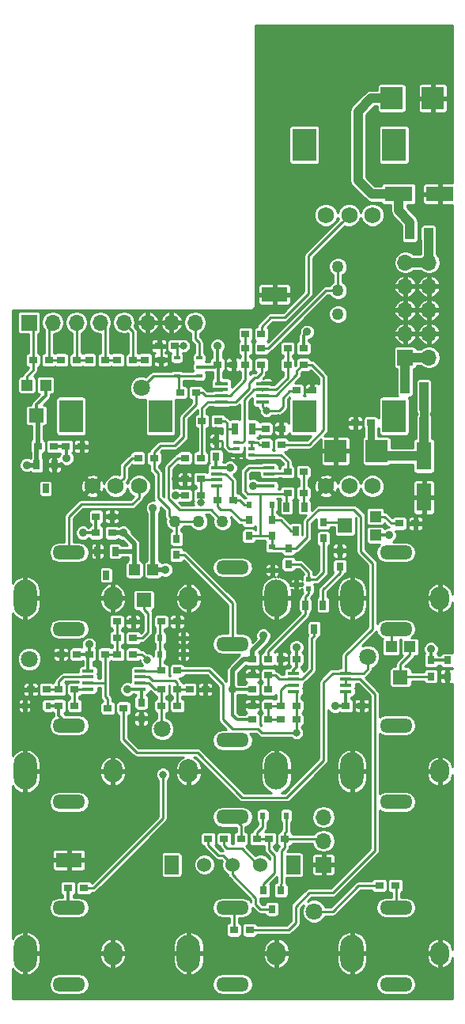
<source format=gbl>
G04 #@! TF.FileFunction,Copper,L4,Bot,Signal*
%FSLAX46Y46*%
G04 Gerber Fmt 4.6, Leading zero omitted, Abs format (unit mm)*
G04 Created by KiCad (PCBNEW 4.0.2-stable) date 2019-03-28 2:43:53 PM*
%MOMM*%
G01*
G04 APERTURE LIST*
%ADD10C,0.200000*%
%ADD11R,1.300480X0.400000*%
%ADD12R,0.797560X0.398780*%
%ADD13R,1.700000X1.700000*%
%ADD14O,1.700000X1.700000*%
%ADD15R,2.999740X1.600200*%
%ADD16R,1.600200X2.999740*%
%ADD17R,2.397760X2.397760*%
%ADD18R,0.701040X1.000760*%
%ADD19R,0.609600X0.762000*%
%ADD20R,0.762000X0.609600*%
%ADD21R,1.000000X1.250000*%
%ADD22O,2.500000X4.000000*%
%ADD23O,2.000000X2.500000*%
%ADD24O,3.500000X1.500000*%
%ADD25R,0.800000X0.900000*%
%ADD26R,0.600000X0.500000*%
%ADD27C,1.524000*%
%ADD28R,1.500000X2.000000*%
%ADD29R,2.800000X1.600000*%
%ADD30C,1.800000*%
%ADD31R,1.450000X0.450000*%
%ADD32R,0.700000X0.450000*%
%ADD33R,1.600000X1.500000*%
%ADD34R,1.200000X1.200000*%
%ADD35C,1.270000*%
%ADD36R,1.500000X1.600000*%
%ADD37R,0.900000X0.800000*%
%ADD38R,2.500000X3.500000*%
%ADD39C,1.750000*%
%ADD40R,0.700000X1.300000*%
%ADD41C,0.800000*%
%ADD42C,0.900000*%
%ADD43C,0.350000*%
%ADD44C,0.250000*%
%ADD45C,0.500000*%
%ADD46C,1.000000*%
%ADD47C,0.800000*%
%ADD48C,0.254000*%
G04 APERTURE END LIST*
D10*
D11*
X119944000Y-85794600D03*
X119944000Y-86429600D03*
X119944000Y-87090000D03*
X119944000Y-87725000D03*
X114356000Y-87725000D03*
X114356000Y-87077300D03*
X114356000Y-86429600D03*
X114356000Y-85781900D03*
X100556000Y-109455400D03*
X100556000Y-108820400D03*
X100556000Y-108160000D03*
X100556000Y-107525000D03*
X106144000Y-107525000D03*
X106144000Y-108172700D03*
X106144000Y-108820400D03*
X106144000Y-109468100D03*
X122556000Y-109705400D03*
X122556000Y-109070400D03*
X122556000Y-108410000D03*
X122556000Y-107775000D03*
X128144000Y-107775000D03*
X128144000Y-108422700D03*
X128144000Y-109070400D03*
X128144000Y-109718100D03*
D12*
X116452440Y-84397700D03*
X116452440Y-83750000D03*
X116452440Y-83102300D03*
X118047560Y-83102300D03*
X118047560Y-83750000D03*
X118047560Y-84397700D03*
D13*
X94220000Y-70250000D03*
D14*
X96760000Y-70250000D03*
X99300000Y-70250000D03*
X101840000Y-70250000D03*
X104380000Y-70250000D03*
X106920000Y-70250000D03*
X109460000Y-70250000D03*
X112000000Y-70250000D03*
D15*
X133800360Y-56500000D03*
X138199640Y-56500000D03*
D16*
X136500000Y-88949640D03*
X136500000Y-84550360D03*
D17*
X137449640Y-46250000D03*
X133050360Y-46250000D03*
X131449640Y-84000000D03*
X127050360Y-84000000D03*
D18*
X96000000Y-88020000D03*
X96952500Y-85480000D03*
X95047500Y-85480000D03*
X102500000Y-97270000D03*
X103452500Y-94730000D03*
X101547500Y-94730000D03*
D19*
X121744600Y-123000000D03*
X119255400Y-123000000D03*
D20*
X120250000Y-96744600D03*
X120250000Y-94255400D03*
D19*
X120244600Y-89750000D03*
X117755400Y-89750000D03*
X110744600Y-105750000D03*
X108255400Y-105750000D03*
X108255400Y-104000000D03*
X110744600Y-104000000D03*
X93755400Y-111250000D03*
X96244600Y-111250000D03*
D21*
X137000000Y-60750000D03*
X135000000Y-60750000D03*
X134500000Y-77250000D03*
X136500000Y-77250000D03*
D22*
X120700000Y-118250000D03*
D23*
X111300000Y-118250000D03*
D24*
X116000000Y-123150000D03*
X116000000Y-114950000D03*
D22*
X93800000Y-99750000D03*
D23*
X103200000Y-99750000D03*
D24*
X98500000Y-94850000D03*
X98500000Y-103050000D03*
D22*
X120700000Y-99750000D03*
D23*
X111300000Y-99750000D03*
D24*
X116000000Y-104650000D03*
X116000000Y-96450000D03*
D22*
X128800000Y-99750000D03*
D23*
X138200000Y-99750000D03*
D24*
X133500000Y-94850000D03*
X133500000Y-103050000D03*
D22*
X93800000Y-118250000D03*
D23*
X103200000Y-118250000D03*
D24*
X98500000Y-113350000D03*
X98500000Y-121550000D03*
D22*
X128800000Y-118250000D03*
D23*
X138200000Y-118250000D03*
D24*
X133500000Y-113350000D03*
X133500000Y-121550000D03*
D22*
X128800000Y-137750000D03*
D23*
X138200000Y-137750000D03*
D24*
X133500000Y-132850000D03*
X133500000Y-141050000D03*
D22*
X93800000Y-137750000D03*
D23*
X103200000Y-137750000D03*
D24*
X98500000Y-132850000D03*
X98500000Y-141050000D03*
D22*
X111300000Y-137750000D03*
D23*
X120700000Y-137750000D03*
D24*
X116000000Y-132850000D03*
X116000000Y-141050000D03*
D13*
X134500000Y-74000000D03*
D14*
X137040000Y-74000000D03*
X134500000Y-71460000D03*
X137040000Y-71460000D03*
X134500000Y-68920000D03*
X137040000Y-68920000D03*
X134500000Y-66380000D03*
X137040000Y-66380000D03*
X134500000Y-63840000D03*
X137040000Y-63840000D03*
D13*
X125750000Y-128250000D03*
D14*
X125750000Y-125710000D03*
X125750000Y-123170000D03*
D25*
X119300000Y-131000000D03*
X121200000Y-131000000D03*
X120250000Y-133000000D03*
D18*
X122750000Y-92520000D03*
X123702500Y-89980000D03*
X121797500Y-89980000D03*
D26*
X122850000Y-98250000D03*
X124150000Y-97750000D03*
X124150000Y-98750000D03*
D18*
X124750000Y-103020000D03*
X125702500Y-100480000D03*
X123797500Y-100480000D03*
D27*
X119000000Y-128250000D03*
X116000000Y-128250000D03*
X113000000Y-128250000D03*
D28*
X122500000Y-128250000D03*
X109500000Y-128250000D03*
D29*
X120500000Y-67250000D03*
X98500000Y-127750000D03*
D30*
X106250000Y-77250000D03*
X130500000Y-106000000D03*
X94250000Y-106250000D03*
X124750000Y-133250000D03*
X108500000Y-113750000D03*
D31*
X114800000Y-78725000D03*
X114800000Y-78075000D03*
X114800000Y-77425000D03*
X114800000Y-76775000D03*
X119200000Y-76775000D03*
X119200000Y-77425000D03*
X119200000Y-78075000D03*
X119200000Y-78725000D03*
D32*
X112450000Y-75000000D03*
X112450000Y-74050000D03*
X112450000Y-75950000D03*
X110050000Y-74050000D03*
X110050000Y-75950000D03*
D33*
X95000000Y-80200000D03*
D34*
X94000000Y-76950000D03*
X96000000Y-76950000D03*
D35*
X127300000Y-66800000D03*
X127300000Y-69340000D03*
X127300000Y-64260000D03*
X112400000Y-91550000D03*
X109860000Y-91550000D03*
X114940000Y-91550000D03*
D33*
X134000000Y-108200000D03*
D34*
X133000000Y-104950000D03*
X135000000Y-104950000D03*
D33*
X106500000Y-99950000D03*
D34*
X105500000Y-96700000D03*
X107500000Y-96700000D03*
D36*
X128050000Y-92000000D03*
D34*
X131300000Y-91000000D03*
X131300000Y-93000000D03*
D25*
X120250000Y-93100000D03*
X120250000Y-91400000D03*
D37*
X106650000Y-74250000D03*
X108350000Y-74250000D03*
X103650000Y-74250000D03*
X105350000Y-74250000D03*
X96850000Y-83500000D03*
X95150000Y-83500000D03*
X101400000Y-92750000D03*
X103100000Y-92750000D03*
X100650000Y-74250000D03*
X102350000Y-74250000D03*
X97650000Y-74250000D03*
X99350000Y-74250000D03*
X121600000Y-125500000D03*
X119900000Y-125500000D03*
X94650000Y-74250000D03*
X96350000Y-74250000D03*
X113400000Y-125500000D03*
X115100000Y-125500000D03*
X110400000Y-77750000D03*
X112100000Y-77750000D03*
D25*
X110000000Y-95100000D03*
X110000000Y-93400000D03*
D37*
X119100000Y-71500000D03*
X117400000Y-71500000D03*
X105900000Y-84750000D03*
X107600000Y-84750000D03*
X119100000Y-73000000D03*
X117400000Y-73000000D03*
X110900000Y-84750000D03*
X112600000Y-84750000D03*
X112750000Y-80800000D03*
X114450000Y-80800000D03*
X121900000Y-73000000D03*
X123600000Y-73000000D03*
X121250000Y-83300000D03*
X119550000Y-83300000D03*
D25*
X137250000Y-108100000D03*
X137250000Y-106400000D03*
D37*
X121900000Y-86250000D03*
X123600000Y-86250000D03*
X105350000Y-104000000D03*
X103650000Y-104000000D03*
X105350000Y-105750000D03*
X103650000Y-105750000D03*
X102350000Y-105750000D03*
X100650000Y-105750000D03*
X104350000Y-111500000D03*
X102650000Y-111500000D03*
X105350000Y-102250000D03*
X103650000Y-102250000D03*
D25*
X122000000Y-94400000D03*
X122000000Y-96100000D03*
X117750000Y-93100000D03*
X117750000Y-91400000D03*
D37*
X119850000Y-106250000D03*
X118150000Y-106250000D03*
D25*
X125750000Y-91650000D03*
X125750000Y-93350000D03*
D37*
X96100000Y-109500000D03*
X94400000Y-109500000D03*
X119850000Y-109500000D03*
X118150000Y-109500000D03*
D25*
X127500000Y-94650000D03*
X127500000Y-96350000D03*
D37*
X135600000Y-91750000D03*
X133900000Y-91750000D03*
X110900000Y-87000000D03*
X112600000Y-87000000D03*
X118150000Y-108000000D03*
X119850000Y-108000000D03*
X97400000Y-109500000D03*
X99100000Y-109500000D03*
X112600000Y-88750000D03*
X110900000Y-88750000D03*
X117850000Y-135250000D03*
X116150000Y-135250000D03*
X99100000Y-111250000D03*
X97400000Y-111250000D03*
X110100000Y-102250000D03*
X108400000Y-102250000D03*
X119850000Y-112750000D03*
X118150000Y-112750000D03*
X118150000Y-111250000D03*
X119850000Y-111250000D03*
X110100000Y-107500000D03*
X108400000Y-107500000D03*
X113100000Y-109500000D03*
X111400000Y-109500000D03*
X121150000Y-112750000D03*
X122850000Y-112750000D03*
X110100000Y-109500000D03*
X108400000Y-109500000D03*
X131750000Y-130500000D03*
X133450000Y-130500000D03*
X100100000Y-130750000D03*
X98400000Y-130750000D03*
X110100000Y-111250000D03*
X108400000Y-111250000D03*
X121150000Y-111250000D03*
X122850000Y-111250000D03*
X116100000Y-89250000D03*
X114400000Y-89250000D03*
X123600000Y-88500000D03*
X121900000Y-88500000D03*
D25*
X139000000Y-106400000D03*
X139000000Y-108100000D03*
D37*
X121900000Y-74750000D03*
X123600000Y-74750000D03*
X119100000Y-74750000D03*
X117400000Y-74750000D03*
X116900000Y-125500000D03*
X118600000Y-125500000D03*
X103100000Y-91000000D03*
X101400000Y-91000000D03*
D25*
X106250000Y-110900000D03*
X106250000Y-112600000D03*
D37*
X97650000Y-105750000D03*
X99350000Y-105750000D03*
X128150000Y-111250000D03*
X129850000Y-111250000D03*
X121150000Y-106250000D03*
X122850000Y-106250000D03*
X98150000Y-83500000D03*
X99850000Y-83500000D03*
X129150000Y-81000000D03*
X130850000Y-81000000D03*
D25*
X114250000Y-84600000D03*
X114250000Y-82900000D03*
D37*
X116100000Y-74750000D03*
X114400000Y-74750000D03*
X122850000Y-77500000D03*
X124550000Y-77500000D03*
X109850000Y-72750000D03*
X108150000Y-72750000D03*
D38*
X133300000Y-80250000D03*
X123700000Y-80250000D03*
D39*
X131000000Y-87750000D03*
X128500000Y-87750000D03*
X126000000Y-87750000D03*
D38*
X108300000Y-80250000D03*
X98700000Y-80250000D03*
D39*
X106000000Y-87750000D03*
X103500000Y-87750000D03*
X101000000Y-87750000D03*
D38*
X133300000Y-51250000D03*
X123700000Y-51250000D03*
D39*
X131000000Y-58750000D03*
X128500000Y-58750000D03*
X126000000Y-58750000D03*
D37*
X121250000Y-81600000D03*
X119550000Y-81600000D03*
D40*
X116250000Y-81600000D03*
X118150000Y-81600000D03*
D41*
X119650000Y-79700000D03*
D42*
X127000000Y-111300000D03*
X119300020Y-103750000D03*
D41*
X110750000Y-72750000D03*
D42*
X116000000Y-109500000D03*
X104750000Y-109500000D03*
X132750000Y-93000000D03*
X98250000Y-84750000D03*
X129450000Y-55050000D03*
X129450000Y-53750000D03*
X129450000Y-52500000D03*
X129450000Y-51250000D03*
X129450000Y-50000000D03*
X129450000Y-48750000D03*
X129450000Y-47651480D03*
X115750000Y-85800000D03*
D41*
X114250000Y-81800048D03*
X120900000Y-80450000D03*
X124550000Y-76550000D03*
D42*
X120810472Y-75266277D03*
D41*
X129150000Y-77750000D03*
X129150000Y-78650000D03*
X129150000Y-79550000D03*
X138200000Y-50150000D03*
X138200000Y-51050000D03*
X138200000Y-51950000D03*
X138200000Y-52850000D03*
X137250000Y-91750000D03*
X116100000Y-73900000D03*
D42*
X104074981Y-91011791D03*
X122865045Y-103825019D03*
X106250000Y-114000000D03*
X113100000Y-110800000D03*
X112400000Y-104000000D03*
X117000000Y-111250000D03*
X109950000Y-87000000D03*
X122750000Y-87400000D03*
X117008377Y-107991623D03*
X93250000Y-109500000D03*
X113300000Y-77000000D03*
X114400000Y-72750000D03*
X100000000Y-92750000D03*
X136500000Y-78500000D03*
X136500000Y-79500000D03*
X136500000Y-80500000D03*
X136500000Y-81500000D03*
X136500000Y-82500000D03*
X100650000Y-104700000D03*
X122850000Y-105000000D03*
X118200004Y-87750000D03*
X124000000Y-71250000D03*
X107499996Y-90100000D03*
X137250000Y-105200000D03*
X108850000Y-96700000D03*
X94000000Y-85500000D03*
X109950000Y-88750000D03*
D41*
X122850000Y-114150000D03*
X108550000Y-118600000D03*
D42*
X104300000Y-92750000D03*
D41*
X112600000Y-89550000D03*
X106900000Y-106350000D03*
D43*
X118150000Y-112750000D02*
X116500000Y-112750000D01*
X116500000Y-112750000D02*
X116000000Y-112250000D01*
X116000000Y-112250000D02*
X116000000Y-108750000D01*
D44*
X122850000Y-77500000D02*
X122750000Y-77600000D01*
X121400000Y-78300000D02*
X121400000Y-79300000D01*
X122750000Y-77600000D02*
X122100000Y-77600000D01*
X122100000Y-77600000D02*
X121400000Y-78300000D01*
X121400000Y-79300000D02*
X121000000Y-79700000D01*
X121000000Y-79700000D02*
X119650000Y-79700000D01*
X119200000Y-78725000D02*
X119200000Y-79250000D01*
X119200000Y-79250000D02*
X119650000Y-79700000D01*
D43*
X128150000Y-111250000D02*
X128150000Y-109724100D01*
X128150000Y-109724100D02*
X128144000Y-109718100D01*
X128150000Y-111250000D02*
X127050000Y-111250000D01*
X127050000Y-111250000D02*
X127000000Y-111300000D01*
X127112100Y-111300000D02*
X127000000Y-111300000D01*
D45*
X119300020Y-104199980D02*
X119300020Y-103750000D01*
X118150000Y-106250000D02*
X118150000Y-105350000D01*
X118150000Y-105350000D02*
X119300020Y-104199980D01*
D44*
X109850000Y-72750000D02*
X110750000Y-72750000D01*
X110050000Y-74050000D02*
X110050000Y-72950000D01*
X110050000Y-72950000D02*
X109850000Y-72750000D01*
D43*
X131300000Y-93000000D02*
X132750000Y-93000000D01*
D45*
X118150000Y-106250000D02*
X117200000Y-106250000D01*
X117200000Y-106250000D02*
X116000000Y-107450000D01*
X116000000Y-107450000D02*
X116000000Y-108863604D01*
X116000000Y-108863604D02*
X116000000Y-109500000D01*
D43*
X106144000Y-109468100D02*
X104781900Y-109468100D01*
X104781900Y-109468100D02*
X104750000Y-109500000D01*
X118150000Y-109500000D02*
X116000000Y-109500000D01*
X110100000Y-74000000D02*
X110050000Y-74050000D01*
X98250000Y-84750000D02*
X98250000Y-83600000D01*
X98250000Y-83600000D02*
X98150000Y-83500000D01*
D46*
X129450000Y-47651480D02*
X129450000Y-51250000D01*
X129450000Y-51250000D02*
X129450000Y-55050000D01*
X133050360Y-46250000D02*
X130851480Y-46250000D01*
X130851480Y-46250000D02*
X129450000Y-47651480D01*
D43*
X98150000Y-83500000D02*
X96850000Y-83500000D01*
D47*
X133150000Y-46150360D02*
X133050360Y-46250000D01*
D46*
X129450000Y-55050000D02*
X130900000Y-56500000D01*
X130900000Y-56500000D02*
X133800360Y-56500000D01*
X135000000Y-60750000D02*
X135000000Y-59499740D01*
X135000000Y-59499740D02*
X133800360Y-58300100D01*
X133800360Y-58300100D02*
X133800360Y-56500000D01*
D43*
X106250000Y-110900000D02*
X106250000Y-109574100D01*
X106250000Y-109574100D02*
X106144000Y-109468100D01*
X114356000Y-85781900D02*
X115731900Y-85781900D01*
X115731900Y-85781900D02*
X115750000Y-85800000D01*
X114250000Y-84600900D02*
X114250000Y-85675900D01*
X114250000Y-85675900D02*
X114356000Y-85781900D01*
D44*
X114250000Y-82900000D02*
X114250000Y-81800048D01*
X121250000Y-80800000D02*
X120900000Y-80450000D01*
X121250000Y-81600000D02*
X121250000Y-80800000D01*
X114250000Y-82900000D02*
X114850000Y-82900000D01*
X114850000Y-82900000D02*
X114950000Y-83000000D01*
X114950000Y-83000000D02*
X114950000Y-83850000D01*
X114950000Y-83850000D02*
X115497700Y-84397700D01*
X115497700Y-84397700D02*
X116452440Y-84397700D01*
X124550000Y-77500000D02*
X124550000Y-76550000D01*
D43*
X119200000Y-76775000D02*
X120325000Y-76775000D01*
X120325000Y-76775000D02*
X120810472Y-76289528D01*
X120810472Y-76289528D02*
X120810472Y-75266277D01*
D44*
X129150000Y-78650000D02*
X129150000Y-77750000D01*
X129150000Y-79550000D02*
X129150000Y-78650000D01*
X129150000Y-81000000D02*
X129150000Y-79550000D01*
X138200000Y-51050000D02*
X138200000Y-50150000D01*
X138200000Y-51950000D02*
X138200000Y-51050000D01*
X138200000Y-52850000D02*
X138200000Y-51950000D01*
X138199640Y-56500000D02*
X138199640Y-52850360D01*
X138199640Y-52850360D02*
X138200000Y-52850000D01*
X136500000Y-88949640D02*
X136500000Y-90699510D01*
X136500000Y-90699510D02*
X137250000Y-91449510D01*
X137250000Y-91449510D02*
X137250000Y-91750000D01*
X116100000Y-74750000D02*
X116100000Y-73900000D01*
X108350000Y-74250000D02*
X108350000Y-72950000D01*
X108350000Y-72950000D02*
X108150000Y-72750000D01*
D43*
X104063190Y-91000000D02*
X104074981Y-91011791D01*
X103100000Y-91000000D02*
X104063190Y-91000000D01*
X122824981Y-103825019D02*
X122865045Y-103825019D01*
X121150000Y-105500000D02*
X122824981Y-103825019D01*
X121150000Y-106250000D02*
X121150000Y-105500000D01*
D44*
X110100000Y-102250000D02*
X110100000Y-102900000D01*
X110100000Y-102900000D02*
X110000000Y-103000000D01*
D43*
X106250000Y-112600000D02*
X106250000Y-114000000D01*
X113100000Y-109500000D02*
X113100000Y-110800000D01*
X104900000Y-100950000D02*
X104900000Y-100100000D01*
X104900000Y-100100000D02*
X104550000Y-99750000D01*
X104550000Y-99750000D02*
X103200000Y-99750000D01*
X105100000Y-101150000D02*
X104900000Y-100950000D01*
X105100000Y-101250000D02*
X105100000Y-101150000D01*
X105350000Y-102250000D02*
X105350000Y-101500000D01*
X105350000Y-101500000D02*
X105100000Y-101250000D01*
X110744600Y-104000000D02*
X112400000Y-104000000D01*
X118150000Y-111250000D02*
X117000000Y-111250000D01*
X110900000Y-87000000D02*
X109950000Y-87000000D01*
X119944000Y-87090000D02*
X122440000Y-87090000D01*
X122440000Y-87090000D02*
X122750000Y-87400000D01*
X117016754Y-108000000D02*
X117008377Y-107991623D01*
X118150000Y-108000000D02*
X117016754Y-108000000D01*
X94400000Y-109500000D02*
X93250000Y-109500000D01*
X114800000Y-77425000D02*
X113725000Y-77425000D01*
X113725000Y-77425000D02*
X113300000Y-77000000D01*
X114400000Y-73386396D02*
X114400000Y-72750000D01*
X114400000Y-74749100D02*
X114400000Y-73386396D01*
X114399100Y-74750000D02*
X114400000Y-74749100D01*
X122850000Y-106250000D02*
X122850000Y-107148200D01*
X122850000Y-107148200D02*
X122850900Y-107149100D01*
X122850000Y-105000000D02*
X122850000Y-106250000D01*
X122556000Y-107775000D02*
X122556000Y-107444000D01*
X122556000Y-107444000D02*
X122850900Y-107149100D01*
X122850900Y-105000900D02*
X122850000Y-105000000D01*
X101400000Y-92750000D02*
X100000000Y-92750000D01*
D46*
X136500000Y-77250000D02*
X136500000Y-79500000D01*
X136500000Y-80500000D02*
X136500000Y-82500000D01*
X136500000Y-84550360D02*
X136500000Y-82500000D01*
D47*
X130850000Y-81000000D02*
X130850000Y-83400360D01*
X130850000Y-83400360D02*
X131449640Y-84000000D01*
D46*
X136500000Y-84550360D02*
X132000000Y-84550360D01*
X132000000Y-84550360D02*
X131449640Y-84000000D01*
D43*
X100650000Y-105750000D02*
X100650000Y-104700000D01*
X99350000Y-105750000D02*
X100650000Y-105750000D01*
X100556000Y-107525000D02*
X100556000Y-105844000D01*
X100556000Y-105844000D02*
X100650000Y-105750000D01*
X118225004Y-87725000D02*
X118200004Y-87750000D01*
X119944000Y-87725000D02*
X118225004Y-87725000D01*
X101399100Y-91000000D02*
X101399100Y-92750000D01*
X114800000Y-76775000D02*
X114775000Y-76750000D01*
X114775000Y-76750000D02*
X114450000Y-76750000D01*
X114450000Y-76750000D02*
X114450000Y-74800900D01*
X114450000Y-74800900D02*
X114399100Y-74750000D01*
X112450000Y-75000000D02*
X114149100Y-75000000D01*
X114149100Y-75000000D02*
X114399100Y-74750000D01*
D44*
X116900000Y-125500000D02*
X116900000Y-124050000D01*
X116900000Y-124050000D02*
X116000000Y-123150000D01*
X120500000Y-127250000D02*
X119900000Y-126650000D01*
X119900000Y-126650000D02*
X119900000Y-125500000D01*
X120500000Y-129100000D02*
X120500000Y-127250000D01*
X119300000Y-131000000D02*
X119300000Y-130300000D01*
X119300000Y-130300000D02*
X120500000Y-129100000D01*
X118600000Y-125500000D02*
X118600000Y-124850000D01*
X118600000Y-124850000D02*
X119255400Y-124194600D01*
X119255400Y-124194600D02*
X119255400Y-123000000D01*
X118600900Y-125500000D02*
X119899100Y-125500000D01*
X114800000Y-78725000D02*
X113375000Y-78725000D01*
X113375000Y-78725000D02*
X112750000Y-79350000D01*
X112750000Y-79350000D02*
X112750000Y-80800000D01*
X112750000Y-80800000D02*
X112750000Y-84600000D01*
X112750000Y-84600000D02*
X112600000Y-84750000D01*
X119100900Y-74750000D02*
X119100900Y-75649100D01*
X119100900Y-75649100D02*
X118650000Y-76100000D01*
X116325000Y-78725000D02*
X115775000Y-78725000D01*
X118650000Y-76100000D02*
X118339998Y-76100000D01*
X118339998Y-76100000D02*
X117750000Y-76689998D01*
X117750000Y-76689998D02*
X117750000Y-77300000D01*
X117750000Y-77300000D02*
X116325000Y-78725000D01*
X115775000Y-78725000D02*
X114800000Y-78725000D01*
X112650000Y-84700900D02*
X112600900Y-84750000D01*
X117400000Y-73000000D02*
X117400000Y-71500000D01*
X117400000Y-74750000D02*
X117400000Y-73000000D01*
X117400000Y-74750000D02*
X117400000Y-76403588D01*
X117400000Y-76403588D02*
X115728588Y-78075000D01*
X115728588Y-78075000D02*
X114800000Y-78075000D01*
X108050000Y-86400000D02*
X107600000Y-85950000D01*
X107600000Y-85950000D02*
X107600000Y-84750000D01*
X108050000Y-89000000D02*
X108050000Y-86400000D01*
X109225001Y-90175001D02*
X108050000Y-89000000D01*
X109860000Y-91550000D02*
X109225001Y-90915001D01*
X109225001Y-90915001D02*
X109225001Y-90175001D01*
X110000000Y-93400000D02*
X110000000Y-91690000D01*
X110000000Y-91690000D02*
X109860000Y-91550000D01*
X112400000Y-91550000D02*
X109860000Y-91550000D01*
X112100000Y-77750000D02*
X112100000Y-79050000D01*
X112100000Y-79050000D02*
X110800000Y-80350000D01*
X114800000Y-78075000D02*
X113125000Y-78075000D01*
X113125000Y-78075000D02*
X112800000Y-77750000D01*
X112800000Y-77750000D02*
X112100000Y-77750000D01*
X110800000Y-80350000D02*
X110800000Y-82450000D01*
X110800000Y-82450000D02*
X109825002Y-83424998D01*
X109825002Y-83424998D02*
X108275002Y-83424998D01*
X108275002Y-83424998D02*
X107600000Y-84100000D01*
X107600000Y-84100000D02*
X107600000Y-84750000D01*
X116452440Y-83102300D02*
X117047700Y-83102300D01*
X118325000Y-77425000D02*
X119200000Y-77425000D01*
X117047700Y-83102300D02*
X117250000Y-82900000D01*
X117250000Y-82900000D02*
X117250000Y-78500000D01*
X117250000Y-78500000D02*
X118325000Y-77425000D01*
X119125000Y-77500000D02*
X119200000Y-77425000D01*
X120175000Y-77425000D02*
X119200000Y-77425000D01*
X121900000Y-74750000D02*
X121900000Y-76177179D01*
X120652179Y-77425000D02*
X120175000Y-77425000D01*
X121900000Y-76177179D02*
X120652179Y-77425000D01*
X121899100Y-74750000D02*
X121899100Y-73000000D01*
X123600000Y-74750000D02*
X124450000Y-74750000D01*
X124450000Y-74750000D02*
X125750000Y-76050000D01*
X124200000Y-83300000D02*
X121250900Y-83300000D01*
X125750000Y-76050000D02*
X125750000Y-81750000D01*
X125750000Y-81750000D02*
X124200000Y-83300000D01*
X120175000Y-78075000D02*
X119200000Y-78075000D01*
X120638590Y-78075000D02*
X120175000Y-78075000D01*
X123550000Y-74750000D02*
X122900000Y-75400000D01*
X122900000Y-75400000D02*
X122900000Y-75813590D01*
X123600000Y-74750000D02*
X123550000Y-74750000D01*
X122900000Y-75813590D02*
X120638590Y-78075000D01*
D43*
X123600000Y-73000000D02*
X123600000Y-71650000D01*
X123600000Y-71650000D02*
X124000000Y-71250000D01*
D45*
X95150000Y-83500000D02*
X95150000Y-80350000D01*
X95150000Y-80350000D02*
X95000000Y-80200000D01*
X95047500Y-85480000D02*
X95047500Y-83602500D01*
X95047500Y-83602500D02*
X95150000Y-83500000D01*
X94000000Y-85500000D02*
X95027500Y-85500000D01*
X95027500Y-85500000D02*
X95047500Y-85480000D01*
X107500000Y-96700000D02*
X107500000Y-90100004D01*
D43*
X107500000Y-90100004D02*
X107499996Y-90100000D01*
X137250000Y-105200000D02*
X137250000Y-106400000D01*
D45*
X107500000Y-96700000D02*
X108850000Y-96700000D01*
D43*
X110899100Y-88750000D02*
X109950000Y-88750000D01*
X139000000Y-106399100D02*
X137250000Y-106399100D01*
X96000000Y-78050000D02*
X95000000Y-79050000D01*
X95000000Y-79050000D02*
X95000000Y-80200000D01*
X96000000Y-76950000D02*
X96000000Y-78050000D01*
X95149100Y-80349100D02*
X95000000Y-80200000D01*
X95047500Y-83601600D02*
X95149100Y-83500000D01*
D44*
X123600900Y-88500000D02*
X123600900Y-89878400D01*
X123600900Y-89878400D02*
X123702500Y-89980000D01*
X123600900Y-86250000D02*
X123600900Y-88500000D01*
X119944000Y-85794600D02*
X119938600Y-85800000D01*
X117324998Y-86225002D02*
X117324998Y-88224998D01*
X119938600Y-85800000D02*
X117750000Y-85800000D01*
X117750000Y-85800000D02*
X117324998Y-86225002D01*
X117324998Y-88224998D02*
X117650000Y-88550000D01*
X117650000Y-88550000D02*
X119000000Y-88550000D01*
X128144000Y-107775000D02*
X130025000Y-107775000D01*
X130025000Y-107775000D02*
X130500000Y-107300000D01*
X130500000Y-107300000D02*
X130500000Y-106000000D01*
X119000000Y-88550000D02*
X121745900Y-88550000D01*
X121745900Y-88550000D02*
X121797500Y-88601600D01*
X121797500Y-88601600D02*
X121797500Y-89980000D01*
X119000000Y-93100000D02*
X119000000Y-89000000D01*
X119000000Y-89000000D02*
X119000000Y-88550000D01*
X118400000Y-93100000D02*
X119000000Y-93100000D01*
X119000000Y-93100000D02*
X120250000Y-93100000D01*
X117750000Y-93100000D02*
X118400000Y-93100000D01*
X122000000Y-94399100D02*
X120393700Y-94399100D01*
X120393700Y-94399100D02*
X120250000Y-94255400D01*
X120250000Y-93100900D02*
X120250000Y-94255400D01*
X104350900Y-111500000D02*
X104350000Y-111500900D01*
X104350000Y-111500900D02*
X104350000Y-114850000D01*
X105750000Y-116250000D02*
X112250000Y-116250000D01*
X104350000Y-114850000D02*
X105750000Y-116250000D01*
X117050000Y-121050000D02*
X121800000Y-121050000D01*
X112250000Y-116250000D02*
X117050000Y-121050000D01*
X125750000Y-117100000D02*
X125750000Y-108750000D01*
X121800000Y-121050000D02*
X125750000Y-117100000D01*
X125750000Y-108750000D02*
X126725000Y-107775000D01*
X126725000Y-107775000D02*
X128144000Y-107775000D01*
X128144000Y-107775000D02*
X128144000Y-105885707D01*
X124000000Y-93220600D02*
X122821500Y-94399100D01*
X128144000Y-105885707D02*
X131000000Y-103029707D01*
X131000000Y-103029707D02*
X131000000Y-96000000D01*
X131000000Y-96000000D02*
X129750000Y-94750000D01*
X129750000Y-94750000D02*
X129750000Y-91000000D01*
X124000000Y-91500000D02*
X124000000Y-93220600D01*
X129750000Y-91000000D02*
X129000000Y-90250000D01*
X129000000Y-90250000D02*
X125250000Y-90250000D01*
X125250000Y-90250000D02*
X124000000Y-91500000D01*
X122821500Y-94399100D02*
X122000000Y-94399100D01*
X120250000Y-93100900D02*
X120084900Y-93100900D01*
X116100000Y-89250000D02*
X116100000Y-89100000D01*
X116100000Y-89100000D02*
X116000000Y-89000000D01*
X116000000Y-89000000D02*
X116000000Y-87173360D01*
X116000000Y-87173360D02*
X115256240Y-86429600D01*
X115256240Y-86429600D02*
X114356000Y-86429600D01*
X117300000Y-89750000D02*
X117755400Y-89750000D01*
X116100000Y-89250000D02*
X116800000Y-89250000D01*
X116800000Y-89250000D02*
X117300000Y-89750000D01*
X116350900Y-89500000D02*
X116000000Y-89149100D01*
X114400000Y-89250000D02*
X114400000Y-89900000D01*
X114400000Y-89900000D02*
X114750000Y-90250000D01*
X114750000Y-90250000D02*
X115750000Y-90250000D01*
X115750000Y-90250000D02*
X116900000Y-91400000D01*
X116900000Y-91400000D02*
X117750000Y-91400000D01*
X114400000Y-89250000D02*
X114400000Y-87769000D01*
X114400000Y-87769000D02*
X114356000Y-87725000D01*
X114399100Y-89250000D02*
X114399100Y-89549100D01*
X119850900Y-112750000D02*
X121149100Y-112750000D01*
X119850900Y-111250000D02*
X121149100Y-111250000D01*
X119850900Y-111250000D02*
X119850900Y-112750000D01*
X122556000Y-109070400D02*
X121655760Y-109070400D01*
X121655760Y-109070400D02*
X121149100Y-109577060D01*
X121149100Y-109577060D02*
X121149100Y-110428500D01*
X121149100Y-110428500D02*
X121149100Y-111250000D01*
X122850000Y-111250000D02*
X122850000Y-109850000D01*
X122750000Y-109750000D02*
X122600600Y-109750000D01*
X122850000Y-109850000D02*
X122750000Y-109750000D01*
X122600600Y-109750000D02*
X122556000Y-109705400D01*
X122850000Y-114150000D02*
X119150000Y-114150000D01*
X116000000Y-113750000D02*
X115000000Y-112750000D01*
X115000000Y-112750000D02*
X115000000Y-109000000D01*
X119150000Y-114150000D02*
X118750000Y-113750000D01*
X118750000Y-113750000D02*
X116000000Y-113750000D01*
X115000000Y-109000000D02*
X113500000Y-107500000D01*
X113500000Y-107500000D02*
X110100900Y-107500000D01*
X129500000Y-130500000D02*
X126750000Y-133250000D01*
X126750000Y-133250000D02*
X124750000Y-133250000D01*
X131750000Y-130500000D02*
X129500000Y-130500000D01*
X122850000Y-112750000D02*
X122850000Y-114150000D01*
X122850900Y-111250000D02*
X122850900Y-112750000D01*
X110100900Y-111250000D02*
X110100900Y-109500000D01*
X110100900Y-109500000D02*
X111399100Y-109500000D01*
X106144000Y-108172700D02*
X107044240Y-108172700D01*
X107044240Y-108172700D02*
X107421540Y-108550000D01*
X107421540Y-108550000D02*
X109850000Y-108550000D01*
X109850000Y-108550000D02*
X110100900Y-108800900D01*
X110100900Y-108800900D02*
X110100900Y-109500000D01*
X100100000Y-130750000D02*
X101100000Y-130750000D01*
X101100000Y-130750000D02*
X108550000Y-123300000D01*
X108550000Y-123300000D02*
X108550000Y-119165685D01*
X108550000Y-119165685D02*
X108550000Y-118600000D01*
X108400000Y-111250000D02*
X108400000Y-113650000D01*
X108400000Y-113650000D02*
X108500000Y-113750000D01*
X108399100Y-111250000D02*
X108399100Y-109500000D01*
X107723840Y-109500000D02*
X108399100Y-109500000D01*
X106144000Y-108820400D02*
X107044240Y-108820400D01*
X107044240Y-108820400D02*
X107723840Y-109500000D01*
D45*
X105500000Y-96700000D02*
X105500000Y-94750000D01*
X103452500Y-94730000D02*
X105480000Y-94730000D01*
X105500000Y-94750000D02*
X105500000Y-93950000D01*
X105480000Y-94730000D02*
X105500000Y-94750000D01*
X105500000Y-93950000D02*
X104300000Y-92750000D01*
X103100000Y-92750000D02*
X104300000Y-92750000D01*
D43*
X103100000Y-92750900D02*
X103100900Y-92750000D01*
D44*
X121750000Y-124700000D02*
X121744600Y-124694600D01*
X121744600Y-124694600D02*
X121744600Y-123000000D01*
X121600000Y-125500000D02*
X121600000Y-124850000D01*
X121600000Y-124850000D02*
X121750000Y-124700000D01*
X121250000Y-126750000D02*
X121600000Y-126400000D01*
X121600000Y-126400000D02*
X121600000Y-125500000D01*
X121250000Y-130250000D02*
X121250000Y-126750000D01*
X121200000Y-131000000D02*
X121200000Y-130300000D01*
X121200000Y-130300000D02*
X121250000Y-130250000D01*
X121600000Y-125500000D02*
X125540000Y-125500000D01*
X125540000Y-125500000D02*
X125750000Y-125710000D01*
X121744600Y-125356300D02*
X121600900Y-125500000D01*
X121810900Y-125710000D02*
X121600900Y-125500000D01*
X120250000Y-91399100D02*
X121149100Y-91399100D01*
X121149100Y-91399100D02*
X122270000Y-92520000D01*
X122270000Y-92520000D02*
X122750000Y-92520000D01*
X120244600Y-89750000D02*
X120244600Y-91393700D01*
X120244600Y-91393700D02*
X120250000Y-91399100D01*
X106144000Y-107525000D02*
X108374100Y-107525000D01*
X108374100Y-107525000D02*
X108399100Y-107500000D01*
X108255400Y-105750000D02*
X108255400Y-107356300D01*
X108255400Y-107356300D02*
X108399100Y-107500000D01*
X108255400Y-104000000D02*
X108255400Y-105750000D01*
X108255400Y-104000000D02*
X108255400Y-102393700D01*
X108255400Y-102393700D02*
X108399100Y-102250000D01*
D43*
X97399100Y-111250000D02*
X96244600Y-111250000D01*
X97399100Y-111250000D02*
X97399100Y-112249100D01*
X97399100Y-112249100D02*
X98500000Y-113350000D01*
D46*
X137000000Y-60750000D02*
X137000000Y-63800000D01*
X137000000Y-63800000D02*
X137040000Y-63840000D01*
X134500000Y-63840000D02*
X137040000Y-63840000D01*
X137040000Y-74000000D02*
X134500000Y-74000000D01*
X134500000Y-77250000D02*
X134500000Y-74000000D01*
D44*
X99800000Y-89700000D02*
X98500000Y-91000000D01*
X98500000Y-91000000D02*
X98500000Y-94850000D01*
X105287436Y-89700000D02*
X99800000Y-89700000D01*
X106000000Y-87750000D02*
X106000000Y-88987436D01*
X106000000Y-88987436D02*
X105287436Y-89700000D01*
X110000000Y-95100900D02*
X110821500Y-95100900D01*
X110821500Y-95100900D02*
X116000000Y-100279400D01*
X116000000Y-100279400D02*
X116000000Y-103650000D01*
X116000000Y-103650000D02*
X116000000Y-104650000D01*
X133000000Y-104950000D02*
X133000000Y-103550000D01*
X133000000Y-103550000D02*
X133500000Y-103050000D01*
X133500000Y-132850000D02*
X133500000Y-130550000D01*
X133500000Y-130550000D02*
X133450000Y-130500000D01*
D43*
X133600000Y-132750000D02*
X133500000Y-132850000D01*
X98399100Y-130750000D02*
X98399100Y-132749100D01*
X98399100Y-132749100D02*
X98500000Y-132850000D01*
D44*
X116150000Y-135250000D02*
X116150000Y-133000000D01*
X116150000Y-133000000D02*
X116000000Y-132850000D01*
D43*
X116399100Y-133249100D02*
X116000000Y-132850000D01*
D44*
X94000000Y-76950000D02*
X94000000Y-76000000D01*
X94000000Y-76000000D02*
X94650000Y-75350000D01*
X94649100Y-75349100D02*
X94649100Y-74250000D01*
X94650000Y-75350000D02*
X94649100Y-75349100D01*
X94649100Y-74250000D02*
X94649100Y-70679100D01*
X94649100Y-70679100D02*
X94220000Y-70250000D01*
X96350900Y-74250000D02*
X96350900Y-70659100D01*
X96350900Y-70659100D02*
X96760000Y-70250000D01*
X96350900Y-74250000D02*
X97649100Y-74250000D01*
X99300000Y-70250000D02*
X99300000Y-74199100D01*
X99300000Y-74199100D02*
X99350900Y-74250000D01*
X99350900Y-74250000D02*
X100649100Y-74250000D01*
X102350900Y-74250000D02*
X102350900Y-70760900D01*
X102350900Y-70760900D02*
X101840000Y-70250000D01*
X102350900Y-74250000D02*
X103649100Y-74250000D01*
X105350900Y-74250000D02*
X105350900Y-71220900D01*
X105350900Y-71220900D02*
X104380000Y-70250000D01*
X105350900Y-74250000D02*
X106649100Y-74250000D01*
X112450000Y-72400000D02*
X112000000Y-71950000D01*
X112000000Y-71950000D02*
X112000000Y-70250000D01*
X112450000Y-74050000D02*
X112450000Y-72400000D01*
X118500000Y-132500000D02*
X119000000Y-133000000D01*
X119000000Y-133000000D02*
X120250000Y-133000000D01*
X118500000Y-131827630D02*
X118500000Y-132500000D01*
X116000000Y-128250000D02*
X116000000Y-129327630D01*
X116000000Y-129327630D02*
X118500000Y-131827630D01*
X114500000Y-127250000D02*
X115000000Y-127250000D01*
X115000000Y-127250000D02*
X116000000Y-128250000D01*
X113400000Y-125500000D02*
X113400000Y-126150000D01*
X113400000Y-126150000D02*
X114500000Y-127250000D01*
X125750000Y-93350900D02*
X125750000Y-97000000D01*
X125750000Y-97000000D02*
X125000000Y-97750000D01*
X125000000Y-97750000D02*
X124150000Y-97750000D01*
X124150000Y-97750000D02*
X124150000Y-96950000D01*
X124150000Y-96950000D02*
X123300900Y-96100900D01*
X123300900Y-96100900D02*
X122000000Y-96100900D01*
X119850900Y-106250000D02*
X119850900Y-105428500D01*
X119850900Y-105428500D02*
X123797500Y-101481900D01*
X123797500Y-101481900D02*
X123797500Y-100480000D01*
X124150000Y-98750000D02*
X124150000Y-99250000D01*
X124150000Y-99250000D02*
X123797500Y-99602500D01*
X123797500Y-99602500D02*
X123797500Y-100480000D01*
X119850900Y-108000000D02*
X120600000Y-108000000D01*
X121003650Y-108403650D02*
X120997300Y-108410000D01*
X120600000Y-108000000D02*
X121003650Y-108403650D01*
X120997300Y-108410000D02*
X122556000Y-108410000D01*
X119850900Y-109500000D02*
X119850900Y-108000000D01*
X124450000Y-104070380D02*
X124450000Y-107416240D01*
X124450000Y-107416240D02*
X123456240Y-108410000D01*
X123456240Y-108410000D02*
X122556000Y-108410000D01*
X124750000Y-103020000D02*
X124750000Y-103770380D01*
X124750000Y-103770380D02*
X124450000Y-104070380D01*
X127500000Y-96350900D02*
X127500000Y-97007300D01*
X127500000Y-97007300D02*
X125702500Y-98804800D01*
X125702500Y-98804800D02*
X125702500Y-99729620D01*
X125702500Y-99729620D02*
X125702500Y-100480000D01*
X119000000Y-128250000D02*
X119000000Y-128000000D01*
X118500000Y-128000000D02*
X117000000Y-126500000D01*
X119000000Y-128000000D02*
X118500000Y-128000000D01*
X117000000Y-126500000D02*
X115450000Y-126500000D01*
X115450000Y-126500000D02*
X115100000Y-126150000D01*
X115100000Y-126150000D02*
X115100000Y-125500000D01*
X112600000Y-88750000D02*
X112600000Y-89550000D01*
X114356000Y-87077300D02*
X112678200Y-87077300D01*
X112678200Y-87077300D02*
X112600900Y-87000000D01*
X112600900Y-88750000D02*
X112600900Y-87000000D01*
X106250000Y-77250000D02*
X107550000Y-75950000D01*
X107550000Y-75950000D02*
X110050000Y-75950000D01*
X110050000Y-75950000D02*
X112450000Y-75950000D01*
X110399100Y-77750000D02*
X110250000Y-77600900D01*
X110250000Y-77600900D02*
X110250000Y-76150000D01*
X110250000Y-76150000D02*
X110050000Y-75950000D01*
X119100900Y-71500000D02*
X119100900Y-70699100D01*
X119100900Y-70699100D02*
X120100000Y-69700000D01*
X120100000Y-69700000D02*
X121600000Y-69700000D01*
X121600000Y-69700000D02*
X124150000Y-67150000D01*
X124150000Y-67150000D02*
X124150000Y-63100000D01*
X124150000Y-63100000D02*
X127625001Y-59624999D01*
X127625001Y-59624999D02*
X128500000Y-58750000D01*
X105899100Y-84750000D02*
X105250000Y-84750000D01*
X105250000Y-84750000D02*
X104374999Y-85625001D01*
X104374999Y-85625001D02*
X104374999Y-86875001D01*
X104374999Y-86875001D02*
X103500000Y-87750000D01*
X119100900Y-73000000D02*
X119800000Y-73000000D01*
X119800000Y-73000000D02*
X126000000Y-66800000D01*
X126000000Y-66800000D02*
X126401975Y-66800000D01*
X126401975Y-66800000D02*
X127300000Y-66800000D01*
X127300000Y-64260000D02*
X127300000Y-66800000D01*
X114940000Y-91550000D02*
X113690000Y-90300000D01*
X113690000Y-90300000D02*
X110352996Y-90300000D01*
X110352996Y-90300000D02*
X109174998Y-89122002D01*
X109174998Y-89122002D02*
X109174998Y-85725002D01*
X109174998Y-85725002D02*
X110150000Y-84750000D01*
X110150000Y-84750000D02*
X110899100Y-84750000D01*
X137250000Y-108100900D02*
X134099100Y-108100900D01*
X134099100Y-108100900D02*
X134000000Y-108200000D01*
X135000000Y-104950000D02*
X135000000Y-105800000D01*
X135000000Y-105800000D02*
X134000000Y-106800000D01*
X134000000Y-106800000D02*
X134000000Y-108200000D01*
X106950000Y-103400000D02*
X106350000Y-104000000D01*
X106350000Y-104000000D02*
X105350900Y-104000000D01*
X106950000Y-101400000D02*
X106950000Y-103400000D01*
X106500000Y-99950000D02*
X106500000Y-100950000D01*
X106500000Y-100950000D02*
X106950000Y-101400000D01*
X102350900Y-105750000D02*
X102350900Y-108850000D01*
X102350900Y-108850000D02*
X102350900Y-110250900D01*
X100556000Y-108820400D02*
X102321300Y-108820400D01*
X102321300Y-108820400D02*
X102350900Y-108850000D01*
X102350900Y-110250900D02*
X102649100Y-110549100D01*
X102649100Y-110549100D02*
X102649100Y-111500000D01*
X102350900Y-105750000D02*
X103649100Y-105750000D01*
X103649100Y-104000000D02*
X103649100Y-105750000D01*
X103649100Y-102250000D02*
X103649100Y-104000000D01*
X106300000Y-105750000D02*
X106500001Y-105950001D01*
X105350000Y-105750000D02*
X106300000Y-105750000D01*
X106500001Y-105950001D02*
X106900000Y-106350000D01*
X125750000Y-91649100D02*
X127699100Y-91649100D01*
X127699100Y-91649100D02*
X128050000Y-92000000D01*
X100556000Y-108160000D02*
X97917600Y-108160000D01*
X97917600Y-108160000D02*
X97399100Y-108678500D01*
X97399100Y-108678500D02*
X97399100Y-109500000D01*
X96100900Y-109500000D02*
X97399100Y-109500000D01*
X131300000Y-91000000D02*
X132250000Y-91000000D01*
X132250000Y-91000000D02*
X133000000Y-91750000D01*
X133000000Y-91750000D02*
X133900000Y-91750000D01*
X99100900Y-111250000D02*
X99100900Y-109500000D01*
X100556000Y-109455400D02*
X99145500Y-109455400D01*
X99145500Y-109455400D02*
X99100900Y-109500000D01*
X128144000Y-108422700D02*
X129672700Y-108422700D01*
X129672700Y-108422700D02*
X131250000Y-110000000D01*
X131250000Y-110000000D02*
X131250000Y-126750000D01*
X122750000Y-132750000D02*
X122750000Y-134500000D01*
X131250000Y-126750000D02*
X126750000Y-131250000D01*
X122000000Y-135250000D02*
X117850000Y-135250000D01*
X126750000Y-131250000D02*
X124250000Y-131250000D01*
X124250000Y-131250000D02*
X122750000Y-132750000D01*
X122750000Y-134500000D02*
X122000000Y-135250000D01*
X128144000Y-108422700D02*
X128144000Y-109070400D01*
X118047560Y-84397700D02*
X121197700Y-84397700D01*
X119973600Y-86400000D02*
X119944000Y-86429600D01*
X121197700Y-84397700D02*
X121899100Y-85099100D01*
X121899100Y-86400000D02*
X119973600Y-86400000D01*
X121899100Y-85099100D02*
X121899100Y-86400000D01*
X118047560Y-83750000D02*
X118047560Y-83102300D01*
X118047560Y-83102300D02*
X118697700Y-83102300D01*
X118697700Y-83102300D02*
X118700000Y-83100000D01*
X118700000Y-83100000D02*
X118900000Y-83300000D01*
X118900000Y-83300000D02*
X119550000Y-83300000D01*
X116452440Y-83750000D02*
X115650000Y-83750000D01*
X115650000Y-83750000D02*
X115400000Y-83500000D01*
X115400000Y-83500000D02*
X115400000Y-81600000D01*
X115400000Y-81600000D02*
X115400000Y-81000000D01*
X116250000Y-81600000D02*
X115400000Y-81600000D01*
X115400000Y-81000000D02*
X115200000Y-80800000D01*
X115200000Y-80800000D02*
X114450000Y-80800000D01*
X118150000Y-81600000D02*
X119550000Y-81600000D01*
D48*
G36*
X139569000Y-55318900D02*
X138421890Y-55318900D01*
X138326640Y-55414150D01*
X138326640Y-56373000D01*
X138346640Y-56373000D01*
X138346640Y-56627000D01*
X138326640Y-56627000D01*
X138326640Y-57585850D01*
X138421890Y-57681100D01*
X139569000Y-57681100D01*
X139569000Y-99331581D01*
X139446567Y-98880360D01*
X139114552Y-98450487D01*
X138643305Y-98180393D01*
X138540557Y-98161650D01*
X138327000Y-98220538D01*
X138327000Y-99623000D01*
X138347000Y-99623000D01*
X138347000Y-99877000D01*
X138327000Y-99877000D01*
X138327000Y-101279462D01*
X138540557Y-101338350D01*
X138643305Y-101319607D01*
X139114552Y-101049513D01*
X139446567Y-100619640D01*
X139569000Y-100168419D01*
X139569000Y-105604348D01*
X139551134Y-105592141D01*
X139400000Y-105561536D01*
X138600000Y-105561536D01*
X138458810Y-105588103D01*
X138329135Y-105671546D01*
X138242141Y-105798866D01*
X138233184Y-105843100D01*
X138018349Y-105843100D01*
X138011897Y-105808810D01*
X137935421Y-105689962D01*
X137954077Y-105671338D01*
X138080855Y-105366021D01*
X138081144Y-105035429D01*
X137954898Y-104729891D01*
X137721338Y-104495923D01*
X137416021Y-104369145D01*
X137085429Y-104368856D01*
X136779891Y-104495102D01*
X136545923Y-104728662D01*
X136419145Y-105033979D01*
X136418856Y-105364571D01*
X136545102Y-105670109D01*
X136565889Y-105690932D01*
X136492141Y-105798866D01*
X136461536Y-105950000D01*
X136461536Y-106850000D01*
X136488103Y-106991190D01*
X136571546Y-107120865D01*
X136698866Y-107207859D01*
X136850000Y-107238464D01*
X137650000Y-107238464D01*
X137791190Y-107211897D01*
X137920865Y-107128454D01*
X138007859Y-107001134D01*
X138017181Y-106955100D01*
X138231312Y-106955100D01*
X138238103Y-106991190D01*
X138321546Y-107120865D01*
X138448866Y-107207859D01*
X138600000Y-107238464D01*
X139400000Y-107238464D01*
X139541190Y-107211897D01*
X139569000Y-107194002D01*
X139569000Y-107307611D01*
X139475785Y-107269000D01*
X139222250Y-107269000D01*
X139127000Y-107364250D01*
X139127000Y-107973000D01*
X139147000Y-107973000D01*
X139147000Y-108227000D01*
X139127000Y-108227000D01*
X139127000Y-108835750D01*
X139222250Y-108931000D01*
X139475785Y-108931000D01*
X139569000Y-108892389D01*
X139569000Y-117831581D01*
X139446567Y-117380360D01*
X139114552Y-116950487D01*
X138643305Y-116680393D01*
X138540557Y-116661650D01*
X138327000Y-116720538D01*
X138327000Y-118123000D01*
X138347000Y-118123000D01*
X138347000Y-118377000D01*
X138327000Y-118377000D01*
X138327000Y-119779462D01*
X138540557Y-119838350D01*
X138643305Y-119819607D01*
X139114552Y-119549513D01*
X139446567Y-119119640D01*
X139569000Y-118668419D01*
X139569000Y-137331581D01*
X139446567Y-136880360D01*
X139114552Y-136450487D01*
X138643305Y-136180393D01*
X138540557Y-136161650D01*
X138327000Y-136220538D01*
X138327000Y-137623000D01*
X138347000Y-137623000D01*
X138347000Y-137877000D01*
X138327000Y-137877000D01*
X138327000Y-139279462D01*
X138540557Y-139338350D01*
X138643305Y-139319607D01*
X139114552Y-139049513D01*
X139446567Y-138619640D01*
X139569000Y-138168419D01*
X139569000Y-142568992D01*
X92431000Y-142568992D01*
X92431000Y-141050000D01*
X96327251Y-141050000D01*
X96413343Y-141482815D01*
X96658513Y-141849738D01*
X97025436Y-142094908D01*
X97458251Y-142181000D01*
X99541749Y-142181000D01*
X99974564Y-142094908D01*
X100341487Y-141849738D01*
X100586657Y-141482815D01*
X100672749Y-141050000D01*
X113827251Y-141050000D01*
X113913343Y-141482815D01*
X114158513Y-141849738D01*
X114525436Y-142094908D01*
X114958251Y-142181000D01*
X117041749Y-142181000D01*
X117474564Y-142094908D01*
X117841487Y-141849738D01*
X118086657Y-141482815D01*
X118172749Y-141050000D01*
X131327251Y-141050000D01*
X131413343Y-141482815D01*
X131658513Y-141849738D01*
X132025436Y-142094908D01*
X132458251Y-142181000D01*
X134541749Y-142181000D01*
X134974564Y-142094908D01*
X135341487Y-141849738D01*
X135586657Y-141482815D01*
X135672749Y-141050000D01*
X135586657Y-140617185D01*
X135341487Y-140250262D01*
X134974564Y-140005092D01*
X134541749Y-139919000D01*
X132458251Y-139919000D01*
X132025436Y-140005092D01*
X131658513Y-140250262D01*
X131413343Y-140617185D01*
X131327251Y-141050000D01*
X118172749Y-141050000D01*
X118086657Y-140617185D01*
X117841487Y-140250262D01*
X117474564Y-140005092D01*
X117041749Y-139919000D01*
X114958251Y-139919000D01*
X114525436Y-140005092D01*
X114158513Y-140250262D01*
X113913343Y-140617185D01*
X113827251Y-141050000D01*
X100672749Y-141050000D01*
X100586657Y-140617185D01*
X100341487Y-140250262D01*
X99974564Y-140005092D01*
X99541749Y-139919000D01*
X97458251Y-139919000D01*
X97025436Y-140005092D01*
X96658513Y-140250262D01*
X96413343Y-140617185D01*
X96327251Y-141050000D01*
X92431000Y-141050000D01*
X92431000Y-139354892D01*
X92736511Y-139743093D01*
X93293175Y-140055448D01*
X93420194Y-140086161D01*
X93673000Y-140030490D01*
X93673000Y-137877000D01*
X93927000Y-137877000D01*
X93927000Y-140030490D01*
X94179806Y-140086161D01*
X94306825Y-140055448D01*
X94863489Y-139743093D01*
X95258247Y-139241489D01*
X95431000Y-138627000D01*
X95431000Y-138095432D01*
X101811196Y-138095432D01*
X101953433Y-138619640D01*
X102285448Y-139049513D01*
X102756695Y-139319607D01*
X102859443Y-139338350D01*
X103073000Y-139279462D01*
X103073000Y-137877000D01*
X103327000Y-137877000D01*
X103327000Y-139279462D01*
X103540557Y-139338350D01*
X103643305Y-139319607D01*
X104114552Y-139049513D01*
X104446567Y-138619640D01*
X104588804Y-138095432D01*
X104491384Y-137877000D01*
X109669000Y-137877000D01*
X109669000Y-138627000D01*
X109841753Y-139241489D01*
X110236511Y-139743093D01*
X110793175Y-140055448D01*
X110920194Y-140086161D01*
X111173000Y-140030490D01*
X111173000Y-137877000D01*
X111427000Y-137877000D01*
X111427000Y-140030490D01*
X111679806Y-140086161D01*
X111806825Y-140055448D01*
X112363489Y-139743093D01*
X112758247Y-139241489D01*
X112931000Y-138627000D01*
X112931000Y-138095432D01*
X119311196Y-138095432D01*
X119453433Y-138619640D01*
X119785448Y-139049513D01*
X120256695Y-139319607D01*
X120359443Y-139338350D01*
X120573000Y-139279462D01*
X120573000Y-137877000D01*
X120827000Y-137877000D01*
X120827000Y-139279462D01*
X121040557Y-139338350D01*
X121143305Y-139319607D01*
X121614552Y-139049513D01*
X121946567Y-138619640D01*
X122088804Y-138095432D01*
X121991384Y-137877000D01*
X127169000Y-137877000D01*
X127169000Y-138627000D01*
X127341753Y-139241489D01*
X127736511Y-139743093D01*
X128293175Y-140055448D01*
X128420194Y-140086161D01*
X128673000Y-140030490D01*
X128673000Y-137877000D01*
X128927000Y-137877000D01*
X128927000Y-140030490D01*
X129179806Y-140086161D01*
X129306825Y-140055448D01*
X129863489Y-139743093D01*
X130258247Y-139241489D01*
X130431000Y-138627000D01*
X130431000Y-138095432D01*
X136811196Y-138095432D01*
X136953433Y-138619640D01*
X137285448Y-139049513D01*
X137756695Y-139319607D01*
X137859443Y-139338350D01*
X138073000Y-139279462D01*
X138073000Y-137877000D01*
X136908616Y-137877000D01*
X136811196Y-138095432D01*
X130431000Y-138095432D01*
X130431000Y-137877000D01*
X128927000Y-137877000D01*
X128673000Y-137877000D01*
X127169000Y-137877000D01*
X121991384Y-137877000D01*
X120827000Y-137877000D01*
X120573000Y-137877000D01*
X119408616Y-137877000D01*
X119311196Y-138095432D01*
X112931000Y-138095432D01*
X112931000Y-137877000D01*
X111427000Y-137877000D01*
X111173000Y-137877000D01*
X109669000Y-137877000D01*
X104491384Y-137877000D01*
X103327000Y-137877000D01*
X103073000Y-137877000D01*
X101908616Y-137877000D01*
X101811196Y-138095432D01*
X95431000Y-138095432D01*
X95431000Y-137877000D01*
X93927000Y-137877000D01*
X93673000Y-137877000D01*
X93653000Y-137877000D01*
X93653000Y-137623000D01*
X93673000Y-137623000D01*
X93673000Y-135469510D01*
X93927000Y-135469510D01*
X93927000Y-137623000D01*
X95431000Y-137623000D01*
X95431000Y-137404568D01*
X101811196Y-137404568D01*
X101908616Y-137623000D01*
X103073000Y-137623000D01*
X103073000Y-136220538D01*
X103327000Y-136220538D01*
X103327000Y-137623000D01*
X104491384Y-137623000D01*
X104588804Y-137404568D01*
X104446567Y-136880360D01*
X104440883Y-136873000D01*
X109669000Y-136873000D01*
X109669000Y-137623000D01*
X111173000Y-137623000D01*
X111173000Y-135469510D01*
X111427000Y-135469510D01*
X111427000Y-137623000D01*
X112931000Y-137623000D01*
X112931000Y-137404568D01*
X119311196Y-137404568D01*
X119408616Y-137623000D01*
X120573000Y-137623000D01*
X120573000Y-136220538D01*
X120827000Y-136220538D01*
X120827000Y-137623000D01*
X121991384Y-137623000D01*
X122088804Y-137404568D01*
X121946567Y-136880360D01*
X121940883Y-136873000D01*
X127169000Y-136873000D01*
X127169000Y-137623000D01*
X128673000Y-137623000D01*
X128673000Y-135469510D01*
X128927000Y-135469510D01*
X128927000Y-137623000D01*
X130431000Y-137623000D01*
X130431000Y-137404568D01*
X136811196Y-137404568D01*
X136908616Y-137623000D01*
X138073000Y-137623000D01*
X138073000Y-136220538D01*
X137859443Y-136161650D01*
X137756695Y-136180393D01*
X137285448Y-136450487D01*
X136953433Y-136880360D01*
X136811196Y-137404568D01*
X130431000Y-137404568D01*
X130431000Y-136873000D01*
X130258247Y-136258511D01*
X129863489Y-135756907D01*
X129306825Y-135444552D01*
X129179806Y-135413839D01*
X128927000Y-135469510D01*
X128673000Y-135469510D01*
X128420194Y-135413839D01*
X128293175Y-135444552D01*
X127736511Y-135756907D01*
X127341753Y-136258511D01*
X127169000Y-136873000D01*
X121940883Y-136873000D01*
X121614552Y-136450487D01*
X121143305Y-136180393D01*
X121040557Y-136161650D01*
X120827000Y-136220538D01*
X120573000Y-136220538D01*
X120359443Y-136161650D01*
X120256695Y-136180393D01*
X119785448Y-136450487D01*
X119453433Y-136880360D01*
X119311196Y-137404568D01*
X112931000Y-137404568D01*
X112931000Y-136873000D01*
X112758247Y-136258511D01*
X112363489Y-135756907D01*
X111806825Y-135444552D01*
X111679806Y-135413839D01*
X111427000Y-135469510D01*
X111173000Y-135469510D01*
X110920194Y-135413839D01*
X110793175Y-135444552D01*
X110236511Y-135756907D01*
X109841753Y-136258511D01*
X109669000Y-136873000D01*
X104440883Y-136873000D01*
X104114552Y-136450487D01*
X103643305Y-136180393D01*
X103540557Y-136161650D01*
X103327000Y-136220538D01*
X103073000Y-136220538D01*
X102859443Y-136161650D01*
X102756695Y-136180393D01*
X102285448Y-136450487D01*
X101953433Y-136880360D01*
X101811196Y-137404568D01*
X95431000Y-137404568D01*
X95431000Y-136873000D01*
X95258247Y-136258511D01*
X94863489Y-135756907D01*
X94306825Y-135444552D01*
X94179806Y-135413839D01*
X93927000Y-135469510D01*
X93673000Y-135469510D01*
X93420194Y-135413839D01*
X93293175Y-135444552D01*
X92736511Y-135756907D01*
X92431000Y-136145108D01*
X92431000Y-132850000D01*
X96327251Y-132850000D01*
X96413343Y-133282815D01*
X96658513Y-133649738D01*
X97025436Y-133894908D01*
X97458251Y-133981000D01*
X99541749Y-133981000D01*
X99974564Y-133894908D01*
X100341487Y-133649738D01*
X100586657Y-133282815D01*
X100672749Y-132850000D01*
X100586657Y-132417185D01*
X100341487Y-132050262D01*
X99974564Y-131805092D01*
X99541749Y-131719000D01*
X98955100Y-131719000D01*
X98955100Y-131518688D01*
X98991190Y-131511897D01*
X99120865Y-131428454D01*
X99207859Y-131301134D01*
X99238464Y-131150000D01*
X99238464Y-130350000D01*
X99261536Y-130350000D01*
X99261536Y-131150000D01*
X99288103Y-131291190D01*
X99371546Y-131420865D01*
X99498866Y-131507859D01*
X99650000Y-131538464D01*
X100550000Y-131538464D01*
X100691190Y-131511897D01*
X100820865Y-131428454D01*
X100907859Y-131301134D01*
X100916999Y-131256000D01*
X101100000Y-131256000D01*
X101293638Y-131217483D01*
X101457796Y-131107796D01*
X105315592Y-127250000D01*
X108361536Y-127250000D01*
X108361536Y-129250000D01*
X108388103Y-129391190D01*
X108471546Y-129520865D01*
X108598866Y-129607859D01*
X108750000Y-129638464D01*
X110250000Y-129638464D01*
X110391190Y-129611897D01*
X110520865Y-129528454D01*
X110607859Y-129401134D01*
X110638464Y-129250000D01*
X110638464Y-128476359D01*
X111856802Y-128476359D01*
X112030446Y-128896612D01*
X112351697Y-129218423D01*
X112771646Y-129392801D01*
X113226359Y-129393198D01*
X113646612Y-129219554D01*
X113968423Y-128898303D01*
X114142801Y-128478354D01*
X114143198Y-128023641D01*
X113969554Y-127603388D01*
X113648303Y-127281577D01*
X113228354Y-127107199D01*
X112773641Y-127106802D01*
X112353388Y-127280446D01*
X112031577Y-127601697D01*
X111857199Y-128021646D01*
X111856802Y-128476359D01*
X110638464Y-128476359D01*
X110638464Y-127250000D01*
X110611897Y-127108810D01*
X110528454Y-126979135D01*
X110401134Y-126892141D01*
X110250000Y-126861536D01*
X108750000Y-126861536D01*
X108608810Y-126888103D01*
X108479135Y-126971546D01*
X108392141Y-127098866D01*
X108361536Y-127250000D01*
X105315592Y-127250000D01*
X107465592Y-125100000D01*
X112561536Y-125100000D01*
X112561536Y-125900000D01*
X112588103Y-126041190D01*
X112671546Y-126170865D01*
X112798866Y-126257859D01*
X112920348Y-126282459D01*
X112932517Y-126343638D01*
X113042204Y-126507796D01*
X114142204Y-127607796D01*
X114306362Y-127717483D01*
X114500000Y-127756000D01*
X114790408Y-127756000D01*
X114915544Y-127881136D01*
X114857199Y-128021646D01*
X114856802Y-128476359D01*
X115030446Y-128896612D01*
X115351697Y-129218423D01*
X115494000Y-129277512D01*
X115494000Y-129327630D01*
X115532517Y-129521268D01*
X115642204Y-129685426D01*
X117994000Y-132037222D01*
X117994000Y-132278514D01*
X117841487Y-132050262D01*
X117474564Y-131805092D01*
X117041749Y-131719000D01*
X114958251Y-131719000D01*
X114525436Y-131805092D01*
X114158513Y-132050262D01*
X113913343Y-132417185D01*
X113827251Y-132850000D01*
X113913343Y-133282815D01*
X114158513Y-133649738D01*
X114525436Y-133894908D01*
X114958251Y-133981000D01*
X115644000Y-133981000D01*
X115644000Y-134472073D01*
X115558810Y-134488103D01*
X115429135Y-134571546D01*
X115342141Y-134698866D01*
X115311536Y-134850000D01*
X115311536Y-135650000D01*
X115338103Y-135791190D01*
X115421546Y-135920865D01*
X115548866Y-136007859D01*
X115700000Y-136038464D01*
X116600000Y-136038464D01*
X116741190Y-136011897D01*
X116870865Y-135928454D01*
X116957859Y-135801134D01*
X116988464Y-135650000D01*
X116988464Y-134850000D01*
X116961897Y-134708810D01*
X116878454Y-134579135D01*
X116751134Y-134492141D01*
X116656000Y-134472876D01*
X116656000Y-133981000D01*
X117041749Y-133981000D01*
X117474564Y-133894908D01*
X117841487Y-133649738D01*
X118086657Y-133282815D01*
X118166388Y-132881980D01*
X118642204Y-133357796D01*
X118806362Y-133467483D01*
X119000000Y-133506000D01*
X119472073Y-133506000D01*
X119488103Y-133591190D01*
X119571546Y-133720865D01*
X119698866Y-133807859D01*
X119850000Y-133838464D01*
X120650000Y-133838464D01*
X120791190Y-133811897D01*
X120920865Y-133728454D01*
X121007859Y-133601134D01*
X121038464Y-133450000D01*
X121038464Y-132550000D01*
X121011897Y-132408810D01*
X120928454Y-132279135D01*
X120801134Y-132192141D01*
X120650000Y-132161536D01*
X119850000Y-132161536D01*
X119708810Y-132188103D01*
X119579135Y-132271546D01*
X119492141Y-132398866D01*
X119472876Y-132494000D01*
X119209592Y-132494000D01*
X119006000Y-132290408D01*
X119006000Y-131838464D01*
X119700000Y-131838464D01*
X119841190Y-131811897D01*
X119970865Y-131728454D01*
X120057859Y-131601134D01*
X120088464Y-131450000D01*
X120088464Y-130550000D01*
X120061897Y-130408810D01*
X120001164Y-130314428D01*
X120744000Y-129571592D01*
X120744000Y-130089176D01*
X120732517Y-130106362D01*
X120718491Y-130176873D01*
X120658810Y-130188103D01*
X120529135Y-130271546D01*
X120442141Y-130398866D01*
X120411536Y-130550000D01*
X120411536Y-131450000D01*
X120438103Y-131591190D01*
X120521546Y-131720865D01*
X120648866Y-131807859D01*
X120800000Y-131838464D01*
X121600000Y-131838464D01*
X121741190Y-131811897D01*
X121870865Y-131728454D01*
X121957859Y-131601134D01*
X121988464Y-131450000D01*
X121988464Y-130550000D01*
X121961897Y-130408810D01*
X121878454Y-130279135D01*
X121756000Y-130195466D01*
X121756000Y-129638464D01*
X123250000Y-129638464D01*
X123391190Y-129611897D01*
X123520865Y-129528454D01*
X123607859Y-129401134D01*
X123638464Y-129250000D01*
X123638464Y-128472250D01*
X124519000Y-128472250D01*
X124519000Y-129175785D01*
X124577004Y-129315819D01*
X124684180Y-129422996D01*
X124824214Y-129481000D01*
X125527750Y-129481000D01*
X125623000Y-129385750D01*
X125623000Y-128377000D01*
X125877000Y-128377000D01*
X125877000Y-129385750D01*
X125972250Y-129481000D01*
X126675786Y-129481000D01*
X126815820Y-129422996D01*
X126922996Y-129315819D01*
X126981000Y-129175785D01*
X126981000Y-128472250D01*
X126885750Y-128377000D01*
X125877000Y-128377000D01*
X125623000Y-128377000D01*
X124614250Y-128377000D01*
X124519000Y-128472250D01*
X123638464Y-128472250D01*
X123638464Y-127324215D01*
X124519000Y-127324215D01*
X124519000Y-128027750D01*
X124614250Y-128123000D01*
X125623000Y-128123000D01*
X125623000Y-127114250D01*
X125877000Y-127114250D01*
X125877000Y-128123000D01*
X126885750Y-128123000D01*
X126981000Y-128027750D01*
X126981000Y-127324215D01*
X126922996Y-127184181D01*
X126815820Y-127077004D01*
X126675786Y-127019000D01*
X125972250Y-127019000D01*
X125877000Y-127114250D01*
X125623000Y-127114250D01*
X125527750Y-127019000D01*
X124824214Y-127019000D01*
X124684180Y-127077004D01*
X124577004Y-127184181D01*
X124519000Y-127324215D01*
X123638464Y-127324215D01*
X123638464Y-127250000D01*
X123611897Y-127108810D01*
X123528454Y-126979135D01*
X123401134Y-126892141D01*
X123250000Y-126861536D01*
X121854056Y-126861536D01*
X121957796Y-126757796D01*
X122000665Y-126693638D01*
X122067483Y-126593638D01*
X122106000Y-126400000D01*
X122106000Y-126277927D01*
X122191190Y-126261897D01*
X122320865Y-126178454D01*
X122407859Y-126051134D01*
X122416999Y-126006000D01*
X124553761Y-126006000D01*
X124588587Y-126181083D01*
X124855435Y-126580448D01*
X125254800Y-126847296D01*
X125725883Y-126941000D01*
X125774117Y-126941000D01*
X126245200Y-126847296D01*
X126644565Y-126580448D01*
X126911413Y-126181083D01*
X127005117Y-125710000D01*
X126911413Y-125238917D01*
X126644565Y-124839552D01*
X126245200Y-124572704D01*
X125774117Y-124479000D01*
X125725883Y-124479000D01*
X125254800Y-124572704D01*
X124855435Y-124839552D01*
X124752236Y-124994000D01*
X122418519Y-124994000D01*
X122411897Y-124958810D01*
X122328454Y-124829135D01*
X122242056Y-124770102D01*
X122256000Y-124700000D01*
X122250600Y-124672852D01*
X122250600Y-123704282D01*
X122320265Y-123659454D01*
X122407259Y-123532134D01*
X122437864Y-123381000D01*
X122437864Y-123170000D01*
X124494883Y-123170000D01*
X124588587Y-123641083D01*
X124855435Y-124040448D01*
X125254800Y-124307296D01*
X125725883Y-124401000D01*
X125774117Y-124401000D01*
X126245200Y-124307296D01*
X126644565Y-124040448D01*
X126911413Y-123641083D01*
X127005117Y-123170000D01*
X126911413Y-122698917D01*
X126644565Y-122299552D01*
X126245200Y-122032704D01*
X125774117Y-121939000D01*
X125725883Y-121939000D01*
X125254800Y-122032704D01*
X124855435Y-122299552D01*
X124588587Y-122698917D01*
X124494883Y-123170000D01*
X122437864Y-123170000D01*
X122437864Y-122619000D01*
X122411297Y-122477810D01*
X122327854Y-122348135D01*
X122200534Y-122261141D01*
X122049400Y-122230536D01*
X121439800Y-122230536D01*
X121298610Y-122257103D01*
X121168935Y-122340546D01*
X121081941Y-122467866D01*
X121051336Y-122619000D01*
X121051336Y-123381000D01*
X121077903Y-123522190D01*
X121161346Y-123651865D01*
X121238600Y-123704650D01*
X121238600Y-124497598D01*
X121132517Y-124656362D01*
X121120436Y-124717099D01*
X121008810Y-124738103D01*
X120879135Y-124821546D01*
X120792141Y-124948866D01*
X120761536Y-125100000D01*
X120761536Y-125900000D01*
X120788103Y-126041190D01*
X120871546Y-126170865D01*
X120998866Y-126257859D01*
X121021887Y-126262521D01*
X120892204Y-126392204D01*
X120782517Y-126556362D01*
X120744000Y-126750000D01*
X120744000Y-126778408D01*
X120406000Y-126440408D01*
X120406000Y-126277927D01*
X120491190Y-126261897D01*
X120620865Y-126178454D01*
X120707859Y-126051134D01*
X120738464Y-125900000D01*
X120738464Y-125100000D01*
X120711897Y-124958810D01*
X120628454Y-124829135D01*
X120501134Y-124742141D01*
X120350000Y-124711536D01*
X119454056Y-124711536D01*
X119613196Y-124552396D01*
X119653415Y-124492204D01*
X119722883Y-124388238D01*
X119761400Y-124194600D01*
X119761400Y-123704282D01*
X119831065Y-123659454D01*
X119918059Y-123532134D01*
X119948664Y-123381000D01*
X119948664Y-122619000D01*
X119922097Y-122477810D01*
X119838654Y-122348135D01*
X119711334Y-122261141D01*
X119560200Y-122230536D01*
X118950600Y-122230536D01*
X118809410Y-122257103D01*
X118679735Y-122340546D01*
X118592741Y-122467866D01*
X118562136Y-122619000D01*
X118562136Y-123381000D01*
X118588703Y-123522190D01*
X118672146Y-123651865D01*
X118749400Y-123704650D01*
X118749400Y-123985008D01*
X118242204Y-124492204D01*
X118132517Y-124656362D01*
X118120436Y-124717099D01*
X118008810Y-124738103D01*
X117879135Y-124821546D01*
X117792141Y-124948866D01*
X117761536Y-125100000D01*
X117761536Y-125900000D01*
X117788103Y-126041190D01*
X117871546Y-126170865D01*
X117998866Y-126257859D01*
X118150000Y-126288464D01*
X119050000Y-126288464D01*
X119191190Y-126261897D01*
X119249686Y-126224256D01*
X119298866Y-126257859D01*
X119394000Y-126277124D01*
X119394000Y-126650000D01*
X119432517Y-126843638D01*
X119542204Y-127007796D01*
X119994000Y-127459592D01*
X119994000Y-127662552D01*
X119969554Y-127603388D01*
X119648303Y-127281577D01*
X119228354Y-127107199D01*
X118773641Y-127106802D01*
X118454330Y-127238738D01*
X117479659Y-126264067D01*
X117491190Y-126261897D01*
X117620865Y-126178454D01*
X117707859Y-126051134D01*
X117738464Y-125900000D01*
X117738464Y-125100000D01*
X117711897Y-124958810D01*
X117628454Y-124829135D01*
X117501134Y-124742141D01*
X117406000Y-124722876D01*
X117406000Y-124208546D01*
X117474564Y-124194908D01*
X117841487Y-123949738D01*
X118086657Y-123582815D01*
X118172749Y-123150000D01*
X118086657Y-122717185D01*
X117841487Y-122350262D01*
X117474564Y-122105092D01*
X117041749Y-122019000D01*
X114958251Y-122019000D01*
X114525436Y-122105092D01*
X114158513Y-122350262D01*
X113913343Y-122717185D01*
X113827251Y-123150000D01*
X113913343Y-123582815D01*
X114158513Y-123949738D01*
X114525436Y-124194908D01*
X114958251Y-124281000D01*
X116394000Y-124281000D01*
X116394000Y-124722073D01*
X116308810Y-124738103D01*
X116179135Y-124821546D01*
X116092141Y-124948866D01*
X116061536Y-125100000D01*
X116061536Y-125900000D01*
X116079223Y-125994000D01*
X115919429Y-125994000D01*
X115938464Y-125900000D01*
X115938464Y-125100000D01*
X115911897Y-124958810D01*
X115828454Y-124829135D01*
X115701134Y-124742141D01*
X115550000Y-124711536D01*
X114650000Y-124711536D01*
X114508810Y-124738103D01*
X114379135Y-124821546D01*
X114292141Y-124948866D01*
X114261536Y-125100000D01*
X114261536Y-125900000D01*
X114288103Y-126041190D01*
X114371546Y-126170865D01*
X114498866Y-126257859D01*
X114620348Y-126282459D01*
X114632517Y-126343638D01*
X114742204Y-126507796D01*
X114978408Y-126744000D01*
X114709592Y-126744000D01*
X114130275Y-126164683D01*
X114207859Y-126051134D01*
X114238464Y-125900000D01*
X114238464Y-125100000D01*
X114211897Y-124958810D01*
X114128454Y-124829135D01*
X114001134Y-124742141D01*
X113850000Y-124711536D01*
X112950000Y-124711536D01*
X112808810Y-124738103D01*
X112679135Y-124821546D01*
X112592141Y-124948866D01*
X112561536Y-125100000D01*
X107465592Y-125100000D01*
X108907796Y-123657796D01*
X109017483Y-123493638D01*
X109056000Y-123300000D01*
X109056000Y-119198421D01*
X109211714Y-119042979D01*
X109330864Y-118756032D01*
X109331004Y-118595432D01*
X109911196Y-118595432D01*
X110053433Y-119119640D01*
X110385448Y-119549513D01*
X110856695Y-119819607D01*
X110959443Y-119838350D01*
X111173000Y-119779462D01*
X111173000Y-118377000D01*
X111427000Y-118377000D01*
X111427000Y-119779462D01*
X111640557Y-119838350D01*
X111743305Y-119819607D01*
X112214552Y-119549513D01*
X112546567Y-119119640D01*
X112688804Y-118595432D01*
X112591384Y-118377000D01*
X111427000Y-118377000D01*
X111173000Y-118377000D01*
X110008616Y-118377000D01*
X109911196Y-118595432D01*
X109331004Y-118595432D01*
X109331136Y-118445331D01*
X109212486Y-118158177D01*
X108992979Y-117938286D01*
X108706032Y-117819136D01*
X108395331Y-117818864D01*
X108108177Y-117937514D01*
X107888286Y-118157021D01*
X107769136Y-118443968D01*
X107768864Y-118754669D01*
X107887514Y-119041823D01*
X108044000Y-119198583D01*
X108044000Y-123090408D01*
X100914067Y-130220341D01*
X100911897Y-130208810D01*
X100828454Y-130079135D01*
X100701134Y-129992141D01*
X100550000Y-129961536D01*
X99650000Y-129961536D01*
X99508810Y-129988103D01*
X99379135Y-130071546D01*
X99292141Y-130198866D01*
X99261536Y-130350000D01*
X99238464Y-130350000D01*
X99211897Y-130208810D01*
X99128454Y-130079135D01*
X99001134Y-129992141D01*
X98850000Y-129961536D01*
X97950000Y-129961536D01*
X97808810Y-129988103D01*
X97679135Y-130071546D01*
X97592141Y-130198866D01*
X97561536Y-130350000D01*
X97561536Y-131150000D01*
X97588103Y-131291190D01*
X97671546Y-131420865D01*
X97798866Y-131507859D01*
X97843100Y-131516816D01*
X97843100Y-131719000D01*
X97458251Y-131719000D01*
X97025436Y-131805092D01*
X96658513Y-132050262D01*
X96413343Y-132417185D01*
X96327251Y-132850000D01*
X92431000Y-132850000D01*
X92431000Y-127972250D01*
X96719000Y-127972250D01*
X96719000Y-128625785D01*
X96777004Y-128765819D01*
X96884180Y-128872996D01*
X97024214Y-128931000D01*
X98277750Y-128931000D01*
X98373000Y-128835750D01*
X98373000Y-127877000D01*
X98627000Y-127877000D01*
X98627000Y-128835750D01*
X98722250Y-128931000D01*
X99975786Y-128931000D01*
X100115820Y-128872996D01*
X100222996Y-128765819D01*
X100281000Y-128625785D01*
X100281000Y-127972250D01*
X100185750Y-127877000D01*
X98627000Y-127877000D01*
X98373000Y-127877000D01*
X96814250Y-127877000D01*
X96719000Y-127972250D01*
X92431000Y-127972250D01*
X92431000Y-126874215D01*
X96719000Y-126874215D01*
X96719000Y-127527750D01*
X96814250Y-127623000D01*
X98373000Y-127623000D01*
X98373000Y-126664250D01*
X98627000Y-126664250D01*
X98627000Y-127623000D01*
X100185750Y-127623000D01*
X100281000Y-127527750D01*
X100281000Y-126874215D01*
X100222996Y-126734181D01*
X100115820Y-126627004D01*
X99975786Y-126569000D01*
X98722250Y-126569000D01*
X98627000Y-126664250D01*
X98373000Y-126664250D01*
X98277750Y-126569000D01*
X97024214Y-126569000D01*
X96884180Y-126627004D01*
X96777004Y-126734181D01*
X96719000Y-126874215D01*
X92431000Y-126874215D01*
X92431000Y-121550000D01*
X96327251Y-121550000D01*
X96413343Y-121982815D01*
X96658513Y-122349738D01*
X97025436Y-122594908D01*
X97458251Y-122681000D01*
X99541749Y-122681000D01*
X99974564Y-122594908D01*
X100341487Y-122349738D01*
X100586657Y-121982815D01*
X100672749Y-121550000D01*
X100586657Y-121117185D01*
X100341487Y-120750262D01*
X99974564Y-120505092D01*
X99541749Y-120419000D01*
X97458251Y-120419000D01*
X97025436Y-120505092D01*
X96658513Y-120750262D01*
X96413343Y-121117185D01*
X96327251Y-121550000D01*
X92431000Y-121550000D01*
X92431000Y-119854892D01*
X92736511Y-120243093D01*
X93293175Y-120555448D01*
X93420194Y-120586161D01*
X93673000Y-120530490D01*
X93673000Y-118377000D01*
X93927000Y-118377000D01*
X93927000Y-120530490D01*
X94179806Y-120586161D01*
X94306825Y-120555448D01*
X94863489Y-120243093D01*
X95258247Y-119741489D01*
X95431000Y-119127000D01*
X95431000Y-118595432D01*
X101811196Y-118595432D01*
X101953433Y-119119640D01*
X102285448Y-119549513D01*
X102756695Y-119819607D01*
X102859443Y-119838350D01*
X103073000Y-119779462D01*
X103073000Y-118377000D01*
X103327000Y-118377000D01*
X103327000Y-119779462D01*
X103540557Y-119838350D01*
X103643305Y-119819607D01*
X104114552Y-119549513D01*
X104446567Y-119119640D01*
X104588804Y-118595432D01*
X104491384Y-118377000D01*
X103327000Y-118377000D01*
X103073000Y-118377000D01*
X101908616Y-118377000D01*
X101811196Y-118595432D01*
X95431000Y-118595432D01*
X95431000Y-118377000D01*
X93927000Y-118377000D01*
X93673000Y-118377000D01*
X93653000Y-118377000D01*
X93653000Y-118123000D01*
X93673000Y-118123000D01*
X93673000Y-115969510D01*
X93927000Y-115969510D01*
X93927000Y-118123000D01*
X95431000Y-118123000D01*
X95431000Y-117904568D01*
X101811196Y-117904568D01*
X101908616Y-118123000D01*
X103073000Y-118123000D01*
X103073000Y-116720538D01*
X103327000Y-116720538D01*
X103327000Y-118123000D01*
X104491384Y-118123000D01*
X104588804Y-117904568D01*
X104446567Y-117380360D01*
X104114552Y-116950487D01*
X103643305Y-116680393D01*
X103540557Y-116661650D01*
X103327000Y-116720538D01*
X103073000Y-116720538D01*
X102859443Y-116661650D01*
X102756695Y-116680393D01*
X102285448Y-116950487D01*
X101953433Y-117380360D01*
X101811196Y-117904568D01*
X95431000Y-117904568D01*
X95431000Y-117373000D01*
X95258247Y-116758511D01*
X94863489Y-116256907D01*
X94306825Y-115944552D01*
X94179806Y-115913839D01*
X93927000Y-115969510D01*
X93673000Y-115969510D01*
X93420194Y-115913839D01*
X93293175Y-115944552D01*
X92736511Y-116256907D01*
X92431000Y-116645108D01*
X92431000Y-111472250D01*
X93069600Y-111472250D01*
X93069600Y-111706785D01*
X93127604Y-111846819D01*
X93234780Y-111953996D01*
X93374814Y-112012000D01*
X93533150Y-112012000D01*
X93628400Y-111916750D01*
X93628400Y-111377000D01*
X93882400Y-111377000D01*
X93882400Y-111916750D01*
X93977650Y-112012000D01*
X94135986Y-112012000D01*
X94276020Y-111953996D01*
X94383196Y-111846819D01*
X94441200Y-111706785D01*
X94441200Y-111472250D01*
X94345950Y-111377000D01*
X93882400Y-111377000D01*
X93628400Y-111377000D01*
X93164850Y-111377000D01*
X93069600Y-111472250D01*
X92431000Y-111472250D01*
X92431000Y-110793215D01*
X93069600Y-110793215D01*
X93069600Y-111027750D01*
X93164850Y-111123000D01*
X93628400Y-111123000D01*
X93628400Y-110583250D01*
X93882400Y-110583250D01*
X93882400Y-111123000D01*
X94345950Y-111123000D01*
X94441200Y-111027750D01*
X94441200Y-110869000D01*
X95551336Y-110869000D01*
X95551336Y-111631000D01*
X95577903Y-111772190D01*
X95661346Y-111901865D01*
X95788666Y-111988859D01*
X95939800Y-112019464D01*
X96549400Y-112019464D01*
X96690590Y-111992897D01*
X96735075Y-111964272D01*
X96798866Y-112007859D01*
X96843100Y-112016816D01*
X96843100Y-112249100D01*
X96864533Y-112356849D01*
X96874322Y-112406063D01*
X96658513Y-112550262D01*
X96413343Y-112917185D01*
X96327251Y-113350000D01*
X96413343Y-113782815D01*
X96658513Y-114149738D01*
X97025436Y-114394908D01*
X97458251Y-114481000D01*
X99541749Y-114481000D01*
X99974564Y-114394908D01*
X100341487Y-114149738D01*
X100586657Y-113782815D01*
X100672749Y-113350000D01*
X100586657Y-112917185D01*
X100341487Y-112550262D01*
X99974564Y-112305092D01*
X99541749Y-112219000D01*
X98155302Y-112219000D01*
X97955100Y-112018798D01*
X97955100Y-112018688D01*
X97991190Y-112011897D01*
X98120865Y-111928454D01*
X98207859Y-111801134D01*
X98238464Y-111650000D01*
X98238464Y-110850000D01*
X98211897Y-110708810D01*
X98128454Y-110579135D01*
X98001134Y-110492141D01*
X97850000Y-110461536D01*
X96950000Y-110461536D01*
X96808810Y-110488103D01*
X96735684Y-110535158D01*
X96700534Y-110511141D01*
X96549400Y-110480536D01*
X95939800Y-110480536D01*
X95798610Y-110507103D01*
X95668935Y-110590546D01*
X95581941Y-110717866D01*
X95551336Y-110869000D01*
X94441200Y-110869000D01*
X94441200Y-110793215D01*
X94383196Y-110653181D01*
X94276020Y-110546004D01*
X94135986Y-110488000D01*
X93977650Y-110488000D01*
X93882400Y-110583250D01*
X93628400Y-110583250D01*
X93533150Y-110488000D01*
X93374814Y-110488000D01*
X93234780Y-110546004D01*
X93127604Y-110653181D01*
X93069600Y-110793215D01*
X92431000Y-110793215D01*
X92431000Y-109722250D01*
X93569000Y-109722250D01*
X93569000Y-109975785D01*
X93627004Y-110115819D01*
X93734180Y-110222996D01*
X93874214Y-110281000D01*
X94177750Y-110281000D01*
X94273000Y-110185750D01*
X94273000Y-109627000D01*
X94527000Y-109627000D01*
X94527000Y-110185750D01*
X94622250Y-110281000D01*
X94925786Y-110281000D01*
X95065820Y-110222996D01*
X95172996Y-110115819D01*
X95231000Y-109975785D01*
X95231000Y-109722250D01*
X95135750Y-109627000D01*
X94527000Y-109627000D01*
X94273000Y-109627000D01*
X93664250Y-109627000D01*
X93569000Y-109722250D01*
X92431000Y-109722250D01*
X92431000Y-109024215D01*
X93569000Y-109024215D01*
X93569000Y-109277750D01*
X93664250Y-109373000D01*
X94273000Y-109373000D01*
X94273000Y-108814250D01*
X94527000Y-108814250D01*
X94527000Y-109373000D01*
X95135750Y-109373000D01*
X95231000Y-109277750D01*
X95231000Y-109100000D01*
X95261536Y-109100000D01*
X95261536Y-109900000D01*
X95288103Y-110041190D01*
X95371546Y-110170865D01*
X95498866Y-110257859D01*
X95650000Y-110288464D01*
X96550000Y-110288464D01*
X96691190Y-110261897D01*
X96749686Y-110224256D01*
X96798866Y-110257859D01*
X96950000Y-110288464D01*
X97850000Y-110288464D01*
X97991190Y-110261897D01*
X98120865Y-110178454D01*
X98207859Y-110051134D01*
X98238464Y-109900000D01*
X98238464Y-109100000D01*
X98211897Y-108958810D01*
X98128454Y-108829135D01*
X98030789Y-108762403D01*
X98127192Y-108666000D01*
X99517296Y-108666000D01*
X99517296Y-108711536D01*
X98650000Y-108711536D01*
X98508810Y-108738103D01*
X98379135Y-108821546D01*
X98292141Y-108948866D01*
X98261536Y-109100000D01*
X98261536Y-109900000D01*
X98288103Y-110041190D01*
X98371546Y-110170865D01*
X98498866Y-110257859D01*
X98594900Y-110277306D01*
X98594900Y-110471904D01*
X98508810Y-110488103D01*
X98379135Y-110571546D01*
X98292141Y-110698866D01*
X98261536Y-110850000D01*
X98261536Y-111650000D01*
X98288103Y-111791190D01*
X98371546Y-111920865D01*
X98498866Y-112007859D01*
X98650000Y-112038464D01*
X99550000Y-112038464D01*
X99691190Y-112011897D01*
X99820865Y-111928454D01*
X99907859Y-111801134D01*
X99938464Y-111650000D01*
X99938464Y-110850000D01*
X99911897Y-110708810D01*
X99828454Y-110579135D01*
X99701134Y-110492141D01*
X99606900Y-110473058D01*
X99606900Y-110277757D01*
X99691190Y-110261897D01*
X99820865Y-110178454D01*
X99907859Y-110051134D01*
X99909331Y-110043864D01*
X101206240Y-110043864D01*
X101347430Y-110017297D01*
X101477105Y-109933854D01*
X101564099Y-109806534D01*
X101594704Y-109655400D01*
X101594704Y-109326400D01*
X101844900Y-109326400D01*
X101844900Y-110250900D01*
X101883417Y-110444538D01*
X101993104Y-110608696D01*
X102112423Y-110728015D01*
X102058810Y-110738103D01*
X101929135Y-110821546D01*
X101842141Y-110948866D01*
X101811536Y-111100000D01*
X101811536Y-111900000D01*
X101838103Y-112041190D01*
X101921546Y-112170865D01*
X102048866Y-112257859D01*
X102200000Y-112288464D01*
X103100000Y-112288464D01*
X103241190Y-112261897D01*
X103370865Y-112178454D01*
X103457859Y-112051134D01*
X103488464Y-111900000D01*
X103488464Y-111100000D01*
X103511536Y-111100000D01*
X103511536Y-111900000D01*
X103538103Y-112041190D01*
X103621546Y-112170865D01*
X103748866Y-112257859D01*
X103844000Y-112277124D01*
X103844000Y-114850000D01*
X103882517Y-115043638D01*
X103992204Y-115207796D01*
X105392204Y-116607796D01*
X105556362Y-116717483D01*
X105750000Y-116756000D01*
X110724780Y-116756000D01*
X110385448Y-116950487D01*
X110053433Y-117380360D01*
X109911196Y-117904568D01*
X110008616Y-118123000D01*
X111173000Y-118123000D01*
X111173000Y-118103000D01*
X111427000Y-118103000D01*
X111427000Y-118123000D01*
X112591384Y-118123000D01*
X112688804Y-117904568D01*
X112546567Y-117380360D01*
X112214552Y-116950487D01*
X111875220Y-116756000D01*
X112040408Y-116756000D01*
X116692204Y-121407796D01*
X116856362Y-121517483D01*
X117050000Y-121556000D01*
X121800000Y-121556000D01*
X121993638Y-121517483D01*
X122157796Y-121407796D01*
X125188592Y-118377000D01*
X127169000Y-118377000D01*
X127169000Y-119127000D01*
X127341753Y-119741489D01*
X127736511Y-120243093D01*
X128293175Y-120555448D01*
X128420194Y-120586161D01*
X128673000Y-120530490D01*
X128673000Y-118377000D01*
X128927000Y-118377000D01*
X128927000Y-120530490D01*
X129179806Y-120586161D01*
X129306825Y-120555448D01*
X129863489Y-120243093D01*
X130258247Y-119741489D01*
X130431000Y-119127000D01*
X130431000Y-118377000D01*
X128927000Y-118377000D01*
X128673000Y-118377000D01*
X127169000Y-118377000D01*
X125188592Y-118377000D01*
X126107796Y-117457796D01*
X126164455Y-117373000D01*
X127169000Y-117373000D01*
X127169000Y-118123000D01*
X128673000Y-118123000D01*
X128673000Y-115969510D01*
X128927000Y-115969510D01*
X128927000Y-118123000D01*
X130431000Y-118123000D01*
X130431000Y-117373000D01*
X130258247Y-116758511D01*
X129863489Y-116256907D01*
X129306825Y-115944552D01*
X129179806Y-115913839D01*
X128927000Y-115969510D01*
X128673000Y-115969510D01*
X128420194Y-115913839D01*
X128293175Y-115944552D01*
X127736511Y-116256907D01*
X127341753Y-116758511D01*
X127169000Y-117373000D01*
X126164455Y-117373000D01*
X126217483Y-117293638D01*
X126256000Y-117100000D01*
X126256000Y-111675475D01*
X126295102Y-111770109D01*
X126528662Y-112004077D01*
X126833979Y-112130855D01*
X127164571Y-112131144D01*
X127470109Y-112004898D01*
X127500350Y-111974710D01*
X127548866Y-112007859D01*
X127700000Y-112038464D01*
X128600000Y-112038464D01*
X128741190Y-112011897D01*
X128870865Y-111928454D01*
X128957859Y-111801134D01*
X128988464Y-111650000D01*
X128988464Y-111472250D01*
X129019000Y-111472250D01*
X129019000Y-111725785D01*
X129077004Y-111865819D01*
X129184180Y-111972996D01*
X129324214Y-112031000D01*
X129627750Y-112031000D01*
X129723000Y-111935750D01*
X129723000Y-111377000D01*
X129977000Y-111377000D01*
X129977000Y-111935750D01*
X130072250Y-112031000D01*
X130375786Y-112031000D01*
X130515820Y-111972996D01*
X130622996Y-111865819D01*
X130681000Y-111725785D01*
X130681000Y-111472250D01*
X130585750Y-111377000D01*
X129977000Y-111377000D01*
X129723000Y-111377000D01*
X129114250Y-111377000D01*
X129019000Y-111472250D01*
X128988464Y-111472250D01*
X128988464Y-110850000D01*
X128974204Y-110774215D01*
X129019000Y-110774215D01*
X129019000Y-111027750D01*
X129114250Y-111123000D01*
X129723000Y-111123000D01*
X129723000Y-110564250D01*
X129977000Y-110564250D01*
X129977000Y-111123000D01*
X130585750Y-111123000D01*
X130681000Y-111027750D01*
X130681000Y-110774215D01*
X130622996Y-110634181D01*
X130515820Y-110527004D01*
X130375786Y-110469000D01*
X130072250Y-110469000D01*
X129977000Y-110564250D01*
X129723000Y-110564250D01*
X129627750Y-110469000D01*
X129324214Y-110469000D01*
X129184180Y-110527004D01*
X129077004Y-110634181D01*
X129019000Y-110774215D01*
X128974204Y-110774215D01*
X128961897Y-110708810D01*
X128878454Y-110579135D01*
X128751134Y-110492141D01*
X128706000Y-110483001D01*
X128706000Y-110306564D01*
X128794240Y-110306564D01*
X128935430Y-110279997D01*
X129065105Y-110196554D01*
X129152099Y-110069234D01*
X129182704Y-109918100D01*
X129182704Y-109518100D01*
X129158545Y-109389705D01*
X129182704Y-109270400D01*
X129182704Y-108928700D01*
X129463108Y-108928700D01*
X130744000Y-110209592D01*
X130744000Y-126540408D01*
X126540408Y-130744000D01*
X124250000Y-130744000D01*
X124056362Y-130782517D01*
X123892204Y-130892204D01*
X122392204Y-132392204D01*
X122282517Y-132556362D01*
X122244000Y-132750000D01*
X122244000Y-134290408D01*
X121790408Y-134744000D01*
X118668519Y-134744000D01*
X118661897Y-134708810D01*
X118578454Y-134579135D01*
X118451134Y-134492141D01*
X118300000Y-134461536D01*
X117400000Y-134461536D01*
X117258810Y-134488103D01*
X117129135Y-134571546D01*
X117042141Y-134698866D01*
X117011536Y-134850000D01*
X117011536Y-135650000D01*
X117038103Y-135791190D01*
X117121546Y-135920865D01*
X117248866Y-136007859D01*
X117400000Y-136038464D01*
X118300000Y-136038464D01*
X118441190Y-136011897D01*
X118570865Y-135928454D01*
X118657859Y-135801134D01*
X118666999Y-135756000D01*
X122000000Y-135756000D01*
X122193638Y-135717483D01*
X122357796Y-135607796D01*
X123107796Y-134857796D01*
X123217483Y-134693638D01*
X123256000Y-134500000D01*
X123256000Y-132959592D01*
X123645119Y-132570473D01*
X123469223Y-132994076D01*
X123468778Y-133503689D01*
X123663388Y-133974680D01*
X124023425Y-134335345D01*
X124494076Y-134530777D01*
X125003689Y-134531222D01*
X125474680Y-134336612D01*
X125835345Y-133976575D01*
X125926936Y-133756000D01*
X126750000Y-133756000D01*
X126943638Y-133717483D01*
X127107796Y-133607796D01*
X127865592Y-132850000D01*
X131327251Y-132850000D01*
X131413343Y-133282815D01*
X131658513Y-133649738D01*
X132025436Y-133894908D01*
X132458251Y-133981000D01*
X134541749Y-133981000D01*
X134974564Y-133894908D01*
X135341487Y-133649738D01*
X135586657Y-133282815D01*
X135672749Y-132850000D01*
X135586657Y-132417185D01*
X135341487Y-132050262D01*
X134974564Y-131805092D01*
X134541749Y-131719000D01*
X134006000Y-131719000D01*
X134006000Y-131268519D01*
X134041190Y-131261897D01*
X134170865Y-131178454D01*
X134257859Y-131051134D01*
X134288464Y-130900000D01*
X134288464Y-130100000D01*
X134261897Y-129958810D01*
X134178454Y-129829135D01*
X134051134Y-129742141D01*
X133900000Y-129711536D01*
X133000000Y-129711536D01*
X132858810Y-129738103D01*
X132729135Y-129821546D01*
X132642141Y-129948866D01*
X132611536Y-130100000D01*
X132611536Y-130900000D01*
X132638103Y-131041190D01*
X132721546Y-131170865D01*
X132848866Y-131257859D01*
X132994000Y-131287249D01*
X132994000Y-131719000D01*
X132458251Y-131719000D01*
X132025436Y-131805092D01*
X131658513Y-132050262D01*
X131413343Y-132417185D01*
X131327251Y-132850000D01*
X127865592Y-132850000D01*
X129709592Y-131006000D01*
X130931481Y-131006000D01*
X130938103Y-131041190D01*
X131021546Y-131170865D01*
X131148866Y-131257859D01*
X131300000Y-131288464D01*
X132200000Y-131288464D01*
X132341190Y-131261897D01*
X132470865Y-131178454D01*
X132557859Y-131051134D01*
X132588464Y-130900000D01*
X132588464Y-130100000D01*
X132561897Y-129958810D01*
X132478454Y-129829135D01*
X132351134Y-129742141D01*
X132200000Y-129711536D01*
X131300000Y-129711536D01*
X131158810Y-129738103D01*
X131029135Y-129821546D01*
X130942141Y-129948866D01*
X130933001Y-129994000D01*
X129500000Y-129994000D01*
X129306362Y-130032517D01*
X129142204Y-130142204D01*
X126540408Y-132744000D01*
X125926969Y-132744000D01*
X125836612Y-132525320D01*
X125476575Y-132164655D01*
X125005924Y-131969223D01*
X124496311Y-131968778D01*
X124071134Y-132144458D01*
X124459592Y-131756000D01*
X126750000Y-131756000D01*
X126943638Y-131717483D01*
X127107796Y-131607796D01*
X131607796Y-127107796D01*
X131717483Y-126943638D01*
X131756000Y-126750000D01*
X131756000Y-122414877D01*
X132025436Y-122594908D01*
X132458251Y-122681000D01*
X134541749Y-122681000D01*
X134974564Y-122594908D01*
X135341487Y-122349738D01*
X135586657Y-121982815D01*
X135672749Y-121550000D01*
X135586657Y-121117185D01*
X135341487Y-120750262D01*
X134974564Y-120505092D01*
X134541749Y-120419000D01*
X132458251Y-120419000D01*
X132025436Y-120505092D01*
X131756000Y-120685123D01*
X131756000Y-118595432D01*
X136811196Y-118595432D01*
X136953433Y-119119640D01*
X137285448Y-119549513D01*
X137756695Y-119819607D01*
X137859443Y-119838350D01*
X138073000Y-119779462D01*
X138073000Y-118377000D01*
X136908616Y-118377000D01*
X136811196Y-118595432D01*
X131756000Y-118595432D01*
X131756000Y-117904568D01*
X136811196Y-117904568D01*
X136908616Y-118123000D01*
X138073000Y-118123000D01*
X138073000Y-116720538D01*
X137859443Y-116661650D01*
X137756695Y-116680393D01*
X137285448Y-116950487D01*
X136953433Y-117380360D01*
X136811196Y-117904568D01*
X131756000Y-117904568D01*
X131756000Y-114214877D01*
X132025436Y-114394908D01*
X132458251Y-114481000D01*
X134541749Y-114481000D01*
X134974564Y-114394908D01*
X135341487Y-114149738D01*
X135586657Y-113782815D01*
X135672749Y-113350000D01*
X135586657Y-112917185D01*
X135341487Y-112550262D01*
X134974564Y-112305092D01*
X134541749Y-112219000D01*
X132458251Y-112219000D01*
X132025436Y-112305092D01*
X131756000Y-112485123D01*
X131756000Y-110000000D01*
X131717483Y-109806362D01*
X131607796Y-109642204D01*
X130209828Y-108244236D01*
X130218638Y-108242483D01*
X130382796Y-108132796D01*
X130857796Y-107657796D01*
X130967483Y-107493638D01*
X131006000Y-107300000D01*
X131006000Y-107176969D01*
X131224680Y-107086612D01*
X131585345Y-106726575D01*
X131780777Y-106255924D01*
X131781222Y-105746311D01*
X131586612Y-105275320D01*
X131226575Y-104914655D01*
X130755924Y-104719223D01*
X130246311Y-104718778D01*
X129871759Y-104873540D01*
X131357796Y-103387503D01*
X131385991Y-103345306D01*
X131413343Y-103482815D01*
X131658513Y-103849738D01*
X132025436Y-104094908D01*
X132102675Y-104110272D01*
X132042141Y-104198866D01*
X132011536Y-104350000D01*
X132011536Y-105550000D01*
X132038103Y-105691190D01*
X132121546Y-105820865D01*
X132248866Y-105907859D01*
X132400000Y-105938464D01*
X133600000Y-105938464D01*
X133741190Y-105911897D01*
X133870865Y-105828454D01*
X133957859Y-105701134D01*
X133988464Y-105550000D01*
X133988464Y-104350000D01*
X133961897Y-104208810D01*
X133944002Y-104181000D01*
X134054348Y-104181000D01*
X134042141Y-104198866D01*
X134011536Y-104350000D01*
X134011536Y-105550000D01*
X134038103Y-105691190D01*
X134121546Y-105820865D01*
X134205904Y-105878504D01*
X133642204Y-106442204D01*
X133532517Y-106606362D01*
X133494000Y-106800000D01*
X133494000Y-107061536D01*
X133200000Y-107061536D01*
X133058810Y-107088103D01*
X132929135Y-107171546D01*
X132842141Y-107298866D01*
X132811536Y-107450000D01*
X132811536Y-108950000D01*
X132838103Y-109091190D01*
X132921546Y-109220865D01*
X133048866Y-109307859D01*
X133200000Y-109338464D01*
X134800000Y-109338464D01*
X134941190Y-109311897D01*
X135070865Y-109228454D01*
X135157859Y-109101134D01*
X135188464Y-108950000D01*
X135188464Y-108606900D01*
X136472243Y-108606900D01*
X136488103Y-108691190D01*
X136571546Y-108820865D01*
X136698866Y-108907859D01*
X136850000Y-108938464D01*
X137650000Y-108938464D01*
X137791190Y-108911897D01*
X137920865Y-108828454D01*
X138007859Y-108701134D01*
X138038464Y-108550000D01*
X138038464Y-108322250D01*
X138219000Y-108322250D01*
X138219000Y-108625786D01*
X138277004Y-108765820D01*
X138384181Y-108872996D01*
X138524215Y-108931000D01*
X138777750Y-108931000D01*
X138873000Y-108835750D01*
X138873000Y-108227000D01*
X138314250Y-108227000D01*
X138219000Y-108322250D01*
X138038464Y-108322250D01*
X138038464Y-107650000D01*
X138024204Y-107574214D01*
X138219000Y-107574214D01*
X138219000Y-107877750D01*
X138314250Y-107973000D01*
X138873000Y-107973000D01*
X138873000Y-107364250D01*
X138777750Y-107269000D01*
X138524215Y-107269000D01*
X138384181Y-107327004D01*
X138277004Y-107434180D01*
X138219000Y-107574214D01*
X138024204Y-107574214D01*
X138011897Y-107508810D01*
X137928454Y-107379135D01*
X137801134Y-107292141D01*
X137650000Y-107261536D01*
X136850000Y-107261536D01*
X136708810Y-107288103D01*
X136579135Y-107371546D01*
X136492141Y-107498866D01*
X136472694Y-107594900D01*
X135188464Y-107594900D01*
X135188464Y-107450000D01*
X135161897Y-107308810D01*
X135078454Y-107179135D01*
X134951134Y-107092141D01*
X134800000Y-107061536D01*
X134506000Y-107061536D01*
X134506000Y-107009592D01*
X135357796Y-106157796D01*
X135367581Y-106143151D01*
X135467483Y-105993638D01*
X135478458Y-105938464D01*
X135600000Y-105938464D01*
X135741190Y-105911897D01*
X135870865Y-105828454D01*
X135957859Y-105701134D01*
X135988464Y-105550000D01*
X135988464Y-104350000D01*
X135961897Y-104208810D01*
X135878454Y-104079135D01*
X135751134Y-103992141D01*
X135600000Y-103961536D01*
X135174169Y-103961536D01*
X135341487Y-103849738D01*
X135586657Y-103482815D01*
X135672749Y-103050000D01*
X135586657Y-102617185D01*
X135341487Y-102250262D01*
X134974564Y-102005092D01*
X134541749Y-101919000D01*
X132458251Y-101919000D01*
X132025436Y-102005092D01*
X131658513Y-102250262D01*
X131506000Y-102478514D01*
X131506000Y-100095432D01*
X136811196Y-100095432D01*
X136953433Y-100619640D01*
X137285448Y-101049513D01*
X137756695Y-101319607D01*
X137859443Y-101338350D01*
X138073000Y-101279462D01*
X138073000Y-99877000D01*
X136908616Y-99877000D01*
X136811196Y-100095432D01*
X131506000Y-100095432D01*
X131506000Y-99404568D01*
X136811196Y-99404568D01*
X136908616Y-99623000D01*
X138073000Y-99623000D01*
X138073000Y-98220538D01*
X137859443Y-98161650D01*
X137756695Y-98180393D01*
X137285448Y-98450487D01*
X136953433Y-98880360D01*
X136811196Y-99404568D01*
X131506000Y-99404568D01*
X131506000Y-96000000D01*
X131467483Y-95806362D01*
X131357796Y-95642204D01*
X130256000Y-94540408D01*
X130256000Y-91000000D01*
X130217483Y-90806362D01*
X130107796Y-90642204D01*
X129865592Y-90400000D01*
X130311536Y-90400000D01*
X130311536Y-91600000D01*
X130338103Y-91741190D01*
X130421546Y-91870865D01*
X130548866Y-91957859D01*
X130700000Y-91988464D01*
X131900000Y-91988464D01*
X132041190Y-91961897D01*
X132170865Y-91878454D01*
X132257859Y-91751134D01*
X132262521Y-91728113D01*
X132642204Y-92107796D01*
X132733781Y-92168986D01*
X132585429Y-92168856D01*
X132279891Y-92295102D01*
X132270491Y-92304485D01*
X132261897Y-92258810D01*
X132178454Y-92129135D01*
X132051134Y-92042141D01*
X131900000Y-92011536D01*
X130700000Y-92011536D01*
X130558810Y-92038103D01*
X130429135Y-92121546D01*
X130342141Y-92248866D01*
X130311536Y-92400000D01*
X130311536Y-93600000D01*
X130338103Y-93741190D01*
X130421546Y-93870865D01*
X130548866Y-93957859D01*
X130700000Y-93988464D01*
X131751000Y-93988464D01*
X131658513Y-94050262D01*
X131413343Y-94417185D01*
X131327251Y-94850000D01*
X131413343Y-95282815D01*
X131658513Y-95649738D01*
X132025436Y-95894908D01*
X132458251Y-95981000D01*
X134541749Y-95981000D01*
X134974564Y-95894908D01*
X135341487Y-95649738D01*
X135586657Y-95282815D01*
X135672749Y-94850000D01*
X135586657Y-94417185D01*
X135341487Y-94050262D01*
X134974564Y-93805092D01*
X134541749Y-93719000D01*
X133185980Y-93719000D01*
X133220109Y-93704898D01*
X133454077Y-93471338D01*
X133580855Y-93166021D01*
X133581144Y-92835429D01*
X133458440Y-92538464D01*
X134350000Y-92538464D01*
X134491190Y-92511897D01*
X134620865Y-92428454D01*
X134707859Y-92301134D01*
X134738464Y-92150000D01*
X134738464Y-91972250D01*
X134769000Y-91972250D01*
X134769000Y-92225785D01*
X134827004Y-92365819D01*
X134934180Y-92472996D01*
X135074214Y-92531000D01*
X135377750Y-92531000D01*
X135473000Y-92435750D01*
X135473000Y-91877000D01*
X135727000Y-91877000D01*
X135727000Y-92435750D01*
X135822250Y-92531000D01*
X136125786Y-92531000D01*
X136265820Y-92472996D01*
X136372996Y-92365819D01*
X136431000Y-92225785D01*
X136431000Y-91972250D01*
X136335750Y-91877000D01*
X135727000Y-91877000D01*
X135473000Y-91877000D01*
X134864250Y-91877000D01*
X134769000Y-91972250D01*
X134738464Y-91972250D01*
X134738464Y-91350000D01*
X134724204Y-91274215D01*
X134769000Y-91274215D01*
X134769000Y-91527750D01*
X134864250Y-91623000D01*
X135473000Y-91623000D01*
X135473000Y-91064250D01*
X135727000Y-91064250D01*
X135727000Y-91623000D01*
X136335750Y-91623000D01*
X136431000Y-91527750D01*
X136431000Y-91274215D01*
X136372996Y-91134181D01*
X136265820Y-91027004D01*
X136125786Y-90969000D01*
X135822250Y-90969000D01*
X135727000Y-91064250D01*
X135473000Y-91064250D01*
X135377750Y-90969000D01*
X135074214Y-90969000D01*
X134934180Y-91027004D01*
X134827004Y-91134181D01*
X134769000Y-91274215D01*
X134724204Y-91274215D01*
X134711897Y-91208810D01*
X134628454Y-91079135D01*
X134501134Y-90992141D01*
X134350000Y-90961536D01*
X133450000Y-90961536D01*
X133308810Y-90988103D01*
X133179135Y-91071546D01*
X133121496Y-91155904D01*
X132607796Y-90642204D01*
X132443638Y-90532517D01*
X132288464Y-90501651D01*
X132288464Y-90400000D01*
X132261897Y-90258810D01*
X132178454Y-90129135D01*
X132051134Y-90042141D01*
X131900000Y-90011536D01*
X130700000Y-90011536D01*
X130558810Y-90038103D01*
X130429135Y-90121546D01*
X130342141Y-90248866D01*
X130311536Y-90400000D01*
X129865592Y-90400000D01*
X129357796Y-89892204D01*
X129193638Y-89782517D01*
X129000000Y-89744000D01*
X125250000Y-89744000D01*
X125056362Y-89782517D01*
X124892204Y-89892204D01*
X124441484Y-90342924D01*
X124441484Y-89479620D01*
X124414917Y-89338430D01*
X124331474Y-89208755D01*
X124303490Y-89189634D01*
X124320865Y-89178454D01*
X124325349Y-89171890D01*
X135318900Y-89171890D01*
X135318900Y-90525296D01*
X135376904Y-90665330D01*
X135484081Y-90772506D01*
X135624115Y-90830510D01*
X136277750Y-90830510D01*
X136373000Y-90735260D01*
X136373000Y-89076640D01*
X136627000Y-89076640D01*
X136627000Y-90735260D01*
X136722250Y-90830510D01*
X137375885Y-90830510D01*
X137515919Y-90772506D01*
X137623096Y-90665330D01*
X137681100Y-90525296D01*
X137681100Y-89171890D01*
X137585850Y-89076640D01*
X136627000Y-89076640D01*
X136373000Y-89076640D01*
X135414150Y-89076640D01*
X135318900Y-89171890D01*
X124325349Y-89171890D01*
X124407859Y-89051134D01*
X124438464Y-88900000D01*
X124438464Y-88673151D01*
X125256454Y-88673151D01*
X125353735Y-88855573D01*
X125826014Y-89018732D01*
X126324781Y-88988737D01*
X126646265Y-88855573D01*
X126743546Y-88673151D01*
X126000000Y-87929605D01*
X125256454Y-88673151D01*
X124438464Y-88673151D01*
X124438464Y-88100000D01*
X124411897Y-87958810D01*
X124328454Y-87829135D01*
X124201134Y-87742141D01*
X124106900Y-87723058D01*
X124106900Y-87576014D01*
X124731268Y-87576014D01*
X124761263Y-88074781D01*
X124894427Y-88396265D01*
X125076849Y-88493546D01*
X125820395Y-87750000D01*
X126179605Y-87750000D01*
X126923151Y-88493546D01*
X127105573Y-88396265D01*
X127243785Y-87996197D01*
X127243783Y-87998738D01*
X127434595Y-88460537D01*
X127787604Y-88814164D01*
X128249070Y-89005781D01*
X128748738Y-89006217D01*
X129210537Y-88815405D01*
X129564164Y-88462396D01*
X129750221Y-88014320D01*
X129934595Y-88460537D01*
X130287604Y-88814164D01*
X130749070Y-89005781D01*
X131248738Y-89006217D01*
X131710537Y-88815405D01*
X132064164Y-88462396D01*
X132255781Y-88000930D01*
X132256217Y-87501262D01*
X132203627Y-87373984D01*
X135318900Y-87373984D01*
X135318900Y-88727390D01*
X135414150Y-88822640D01*
X136373000Y-88822640D01*
X136373000Y-87164020D01*
X136627000Y-87164020D01*
X136627000Y-88822640D01*
X137585850Y-88822640D01*
X137681100Y-88727390D01*
X137681100Y-87373984D01*
X137623096Y-87233950D01*
X137515919Y-87126774D01*
X137375885Y-87068770D01*
X136722250Y-87068770D01*
X136627000Y-87164020D01*
X136373000Y-87164020D01*
X136277750Y-87068770D01*
X135624115Y-87068770D01*
X135484081Y-87126774D01*
X135376904Y-87233950D01*
X135318900Y-87373984D01*
X132203627Y-87373984D01*
X132065405Y-87039463D01*
X131712396Y-86685836D01*
X131250930Y-86494219D01*
X130751262Y-86493783D01*
X130289463Y-86684595D01*
X129935836Y-87037604D01*
X129749779Y-87485680D01*
X129565405Y-87039463D01*
X129212396Y-86685836D01*
X128750930Y-86494219D01*
X128251262Y-86493783D01*
X127789463Y-86684595D01*
X127435836Y-87037604D01*
X127244219Y-87499070D01*
X127244204Y-87516128D01*
X127238737Y-87425219D01*
X127105573Y-87103735D01*
X126923151Y-87006454D01*
X126179605Y-87750000D01*
X125820395Y-87750000D01*
X125076849Y-87006454D01*
X124894427Y-87103735D01*
X124731268Y-87576014D01*
X124106900Y-87576014D01*
X124106900Y-87027757D01*
X124191190Y-87011897D01*
X124320865Y-86928454D01*
X124390288Y-86826849D01*
X125256454Y-86826849D01*
X126000000Y-87570395D01*
X126743546Y-86826849D01*
X126646265Y-86644427D01*
X126173986Y-86481268D01*
X125675219Y-86511263D01*
X125353735Y-86644427D01*
X125256454Y-86826849D01*
X124390288Y-86826849D01*
X124407859Y-86801134D01*
X124438464Y-86650000D01*
X124438464Y-85850000D01*
X124411897Y-85708810D01*
X124328454Y-85579135D01*
X124201134Y-85492141D01*
X124050000Y-85461536D01*
X123150000Y-85461536D01*
X123008810Y-85488103D01*
X122879135Y-85571546D01*
X122792141Y-85698866D01*
X122761536Y-85850000D01*
X122761536Y-86650000D01*
X122788103Y-86791190D01*
X122871546Y-86920865D01*
X122998866Y-87007859D01*
X123094900Y-87027306D01*
X123094900Y-87721904D01*
X123008810Y-87738103D01*
X122879135Y-87821546D01*
X122792141Y-87948866D01*
X122761536Y-88100000D01*
X122761536Y-88900000D01*
X122788103Y-89041190D01*
X122871546Y-89170865D01*
X122998866Y-89257859D01*
X123037090Y-89265599D01*
X122994121Y-89328486D01*
X122963516Y-89479620D01*
X122963516Y-90480380D01*
X122990083Y-90621570D01*
X123073526Y-90751245D01*
X123200846Y-90838239D01*
X123351980Y-90868844D01*
X123915564Y-90868844D01*
X123642204Y-91142204D01*
X123532517Y-91306362D01*
X123494000Y-91500000D01*
X123494000Y-93011008D01*
X123488984Y-93016024D01*
X123488984Y-92019620D01*
X123462417Y-91878430D01*
X123378974Y-91748755D01*
X123251654Y-91661761D01*
X123100520Y-91631156D01*
X122399480Y-91631156D01*
X122258290Y-91657723D01*
X122176162Y-91710570D01*
X121506896Y-91041304D01*
X121342738Y-90931617D01*
X121149100Y-90893100D01*
X121027757Y-90893100D01*
X121011897Y-90808810D01*
X120928454Y-90679135D01*
X120801134Y-90592141D01*
X120750600Y-90581908D01*
X120750600Y-90454282D01*
X120820265Y-90409454D01*
X120907259Y-90282134D01*
X120937864Y-90131000D01*
X120937864Y-89369000D01*
X120911297Y-89227810D01*
X120827854Y-89098135D01*
X120766187Y-89056000D01*
X121097633Y-89056000D01*
X121171546Y-89170865D01*
X121196601Y-89187984D01*
X121176115Y-89201166D01*
X121089121Y-89328486D01*
X121058516Y-89479620D01*
X121058516Y-90480380D01*
X121085083Y-90621570D01*
X121168526Y-90751245D01*
X121295846Y-90838239D01*
X121446980Y-90868844D01*
X122148020Y-90868844D01*
X122289210Y-90842277D01*
X122418885Y-90758834D01*
X122505879Y-90631514D01*
X122536484Y-90480380D01*
X122536484Y-89479620D01*
X122509917Y-89338430D01*
X122463966Y-89267020D01*
X122491190Y-89261897D01*
X122620865Y-89178454D01*
X122707859Y-89051134D01*
X122738464Y-88900000D01*
X122738464Y-88100000D01*
X122711897Y-87958810D01*
X122628454Y-87829135D01*
X122501134Y-87742141D01*
X122350000Y-87711536D01*
X121450000Y-87711536D01*
X121308810Y-87738103D01*
X121179135Y-87821546D01*
X121092141Y-87948866D01*
X121072876Y-88044000D01*
X120958606Y-88044000D01*
X120982704Y-87925000D01*
X120982704Y-87525000D01*
X120959772Y-87403129D01*
X120975240Y-87365786D01*
X120975240Y-87285250D01*
X120879990Y-87190000D01*
X120778829Y-87190000D01*
X120745374Y-87167141D01*
X120594240Y-87136536D01*
X119293760Y-87136536D01*
X119152570Y-87163103D01*
X119143406Y-87169000D01*
X118794204Y-87169000D01*
X118671342Y-87045923D01*
X118366025Y-86919145D01*
X118035433Y-86918856D01*
X117830998Y-87003327D01*
X117830998Y-86434594D01*
X117959592Y-86306000D01*
X118905296Y-86306000D01*
X118905296Y-86629600D01*
X118931514Y-86768937D01*
X118912760Y-86814214D01*
X118912760Y-86894750D01*
X119008010Y-86990000D01*
X119155174Y-86990000D01*
X119293760Y-87018064D01*
X120594240Y-87018064D01*
X120735430Y-86991497D01*
X120737756Y-86990000D01*
X120879990Y-86990000D01*
X120963990Y-86906000D01*
X121161981Y-86906000D01*
X121171546Y-86920865D01*
X121298866Y-87007859D01*
X121450000Y-87038464D01*
X122350000Y-87038464D01*
X122491190Y-87011897D01*
X122620865Y-86928454D01*
X122707859Y-86801134D01*
X122738464Y-86650000D01*
X122738464Y-85850000D01*
X122711897Y-85708810D01*
X122628454Y-85579135D01*
X122501134Y-85492141D01*
X122405100Y-85472694D01*
X122405100Y-85099100D01*
X122366583Y-84905462D01*
X122256896Y-84741304D01*
X121737842Y-84222250D01*
X125470480Y-84222250D01*
X125470480Y-85274665D01*
X125528484Y-85414699D01*
X125635660Y-85521876D01*
X125775694Y-85579880D01*
X126828110Y-85579880D01*
X126923360Y-85484630D01*
X126923360Y-84127000D01*
X127177360Y-84127000D01*
X127177360Y-85484630D01*
X127272610Y-85579880D01*
X128325026Y-85579880D01*
X128465060Y-85521876D01*
X128572236Y-85414699D01*
X128630240Y-85274665D01*
X128630240Y-84222250D01*
X128534990Y-84127000D01*
X127177360Y-84127000D01*
X126923360Y-84127000D01*
X125565730Y-84127000D01*
X125470480Y-84222250D01*
X121737842Y-84222250D01*
X121604056Y-84088464D01*
X121700000Y-84088464D01*
X121841190Y-84061897D01*
X121970865Y-83978454D01*
X122057859Y-83851134D01*
X122066999Y-83806000D01*
X124200000Y-83806000D01*
X124393638Y-83767483D01*
X124557796Y-83657796D01*
X125470480Y-82745112D01*
X125470480Y-83777750D01*
X125565730Y-83873000D01*
X126923360Y-83873000D01*
X126923360Y-82515370D01*
X127177360Y-82515370D01*
X127177360Y-83873000D01*
X128534990Y-83873000D01*
X128630240Y-83777750D01*
X128630240Y-82801120D01*
X129862296Y-82801120D01*
X129862296Y-85198880D01*
X129888863Y-85340070D01*
X129972306Y-85469745D01*
X130099626Y-85556739D01*
X130250760Y-85587344D01*
X132648520Y-85587344D01*
X132789710Y-85560777D01*
X132919385Y-85477334D01*
X132950798Y-85431360D01*
X135311436Y-85431360D01*
X135311436Y-86050230D01*
X135338003Y-86191420D01*
X135421446Y-86321095D01*
X135548766Y-86408089D01*
X135699900Y-86438694D01*
X137300100Y-86438694D01*
X137441290Y-86412127D01*
X137570965Y-86328684D01*
X137657959Y-86201364D01*
X137688564Y-86050230D01*
X137688564Y-83050490D01*
X137661997Y-82909300D01*
X137578554Y-82779625D01*
X137451234Y-82692631D01*
X137381000Y-82678408D01*
X137381000Y-80500000D01*
X137313938Y-80162856D01*
X137205121Y-80000000D01*
X137313938Y-79837144D01*
X137381000Y-79500000D01*
X137381000Y-77911859D01*
X137388464Y-77875000D01*
X137388464Y-76625000D01*
X137361897Y-76483810D01*
X137278454Y-76354135D01*
X137151134Y-76267141D01*
X137000000Y-76236536D01*
X136000000Y-76236536D01*
X135858810Y-76263103D01*
X135729135Y-76346546D01*
X135642141Y-76473866D01*
X135611536Y-76625000D01*
X135611536Y-77875000D01*
X135619000Y-77914667D01*
X135619000Y-79500000D01*
X135686062Y-79837144D01*
X135794879Y-80000000D01*
X135686062Y-80162856D01*
X135619000Y-80500000D01*
X135619000Y-82677249D01*
X135558710Y-82688593D01*
X135429035Y-82772036D01*
X135342041Y-82899356D01*
X135311436Y-83050490D01*
X135311436Y-83669360D01*
X133036984Y-83669360D01*
X133036984Y-82801120D01*
X133010417Y-82659930D01*
X132926974Y-82530255D01*
X132799654Y-82443261D01*
X132648520Y-82412656D01*
X131631000Y-82412656D01*
X131631000Y-81590443D01*
X131657859Y-81551134D01*
X131661536Y-81532976D01*
X131661536Y-82000000D01*
X131688103Y-82141190D01*
X131771546Y-82270865D01*
X131898866Y-82357859D01*
X132050000Y-82388464D01*
X134550000Y-82388464D01*
X134691190Y-82361897D01*
X134820865Y-82278454D01*
X134907859Y-82151134D01*
X134938464Y-82000000D01*
X134938464Y-78500000D01*
X134911897Y-78358810D01*
X134850544Y-78263464D01*
X135000000Y-78263464D01*
X135141190Y-78236897D01*
X135270865Y-78153454D01*
X135357859Y-78026134D01*
X135388464Y-77875000D01*
X135388464Y-76625000D01*
X135381000Y-76585333D01*
X135381000Y-75232631D01*
X135491190Y-75211897D01*
X135620865Y-75128454D01*
X135707859Y-75001134D01*
X135732186Y-74881000D01*
X136161227Y-74881000D01*
X136544800Y-75137296D01*
X137015883Y-75231000D01*
X137064117Y-75231000D01*
X137535200Y-75137296D01*
X137934565Y-74870448D01*
X138201413Y-74471083D01*
X138295117Y-74000000D01*
X138201413Y-73528917D01*
X137934565Y-73129552D01*
X137535200Y-72862704D01*
X137064117Y-72769000D01*
X137015883Y-72769000D01*
X136544800Y-72862704D01*
X136161227Y-73119000D01*
X135732631Y-73119000D01*
X135711897Y-73008810D01*
X135628454Y-72879135D01*
X135501134Y-72792141D01*
X135350000Y-72761536D01*
X133650000Y-72761536D01*
X133508810Y-72788103D01*
X133379135Y-72871546D01*
X133292141Y-72998866D01*
X133261536Y-73150000D01*
X133261536Y-74850000D01*
X133288103Y-74991190D01*
X133371546Y-75120865D01*
X133498866Y-75207859D01*
X133619000Y-75232186D01*
X133619000Y-76588141D01*
X133611536Y-76625000D01*
X133611536Y-77875000D01*
X133638103Y-78016190D01*
X133699456Y-78111536D01*
X132050000Y-78111536D01*
X131908810Y-78138103D01*
X131779135Y-78221546D01*
X131692141Y-78348866D01*
X131661536Y-78500000D01*
X131661536Y-80458249D01*
X131578454Y-80329135D01*
X131451134Y-80242141D01*
X131300000Y-80211536D01*
X130400000Y-80211536D01*
X130258810Y-80238103D01*
X130129135Y-80321546D01*
X130042141Y-80448866D01*
X130011536Y-80600000D01*
X130011536Y-81400000D01*
X130038103Y-81541190D01*
X130069000Y-81589206D01*
X130069000Y-82465329D01*
X129979895Y-82522666D01*
X129892901Y-82649986D01*
X129862296Y-82801120D01*
X128630240Y-82801120D01*
X128630240Y-82725335D01*
X128572236Y-82585301D01*
X128465060Y-82478124D01*
X128325026Y-82420120D01*
X127272610Y-82420120D01*
X127177360Y-82515370D01*
X126923360Y-82515370D01*
X126828110Y-82420120D01*
X125795472Y-82420120D01*
X126107796Y-82107796D01*
X126217483Y-81943638D01*
X126256000Y-81750000D01*
X126256000Y-81222250D01*
X128319000Y-81222250D01*
X128319000Y-81475785D01*
X128377004Y-81615819D01*
X128484180Y-81722996D01*
X128624214Y-81781000D01*
X128927750Y-81781000D01*
X129023000Y-81685750D01*
X129023000Y-81127000D01*
X129277000Y-81127000D01*
X129277000Y-81685750D01*
X129372250Y-81781000D01*
X129675786Y-81781000D01*
X129815820Y-81722996D01*
X129922996Y-81615819D01*
X129981000Y-81475785D01*
X129981000Y-81222250D01*
X129885750Y-81127000D01*
X129277000Y-81127000D01*
X129023000Y-81127000D01*
X128414250Y-81127000D01*
X128319000Y-81222250D01*
X126256000Y-81222250D01*
X126256000Y-80524215D01*
X128319000Y-80524215D01*
X128319000Y-80777750D01*
X128414250Y-80873000D01*
X129023000Y-80873000D01*
X129023000Y-80314250D01*
X129277000Y-80314250D01*
X129277000Y-80873000D01*
X129885750Y-80873000D01*
X129981000Y-80777750D01*
X129981000Y-80524215D01*
X129922996Y-80384181D01*
X129815820Y-80277004D01*
X129675786Y-80219000D01*
X129372250Y-80219000D01*
X129277000Y-80314250D01*
X129023000Y-80314250D01*
X128927750Y-80219000D01*
X128624214Y-80219000D01*
X128484180Y-80277004D01*
X128377004Y-80384181D01*
X128319000Y-80524215D01*
X126256000Y-80524215D01*
X126256000Y-76050000D01*
X126217483Y-75856362D01*
X126107796Y-75692204D01*
X124807796Y-74392204D01*
X124643638Y-74282517D01*
X124450000Y-74244000D01*
X124418519Y-74244000D01*
X124411897Y-74208810D01*
X124328454Y-74079135D01*
X124201134Y-73992141D01*
X124050000Y-73961536D01*
X123150000Y-73961536D01*
X123008810Y-73988103D01*
X122879135Y-74071546D01*
X122792141Y-74198866D01*
X122761536Y-74350000D01*
X122761536Y-74822872D01*
X122738464Y-74845944D01*
X122738464Y-74350000D01*
X122711897Y-74208810D01*
X122628454Y-74079135D01*
X122501134Y-73992141D01*
X122405100Y-73972694D01*
X122405100Y-73778096D01*
X122491190Y-73761897D01*
X122620865Y-73678454D01*
X122707859Y-73551134D01*
X122738464Y-73400000D01*
X122738464Y-72600000D01*
X122761536Y-72600000D01*
X122761536Y-73400000D01*
X122788103Y-73541190D01*
X122871546Y-73670865D01*
X122998866Y-73757859D01*
X123150000Y-73788464D01*
X124050000Y-73788464D01*
X124191190Y-73761897D01*
X124320865Y-73678454D01*
X124407859Y-73551134D01*
X124438464Y-73400000D01*
X124438464Y-72600000D01*
X124411897Y-72458810D01*
X124328454Y-72329135D01*
X124201134Y-72242141D01*
X124156000Y-72233001D01*
X124156000Y-72081137D01*
X124164571Y-72081144D01*
X124470109Y-71954898D01*
X124648337Y-71776980D01*
X133310511Y-71776980D01*
X133434755Y-72076964D01*
X133751944Y-72437652D01*
X134183018Y-72649501D01*
X134373000Y-72589193D01*
X134373000Y-71587000D01*
X134627000Y-71587000D01*
X134627000Y-72589193D01*
X134816982Y-72649501D01*
X135248056Y-72437652D01*
X135565245Y-72076964D01*
X135689489Y-71776980D01*
X135850511Y-71776980D01*
X135974755Y-72076964D01*
X136291944Y-72437652D01*
X136723018Y-72649501D01*
X136913000Y-72589193D01*
X136913000Y-71587000D01*
X137167000Y-71587000D01*
X137167000Y-72589193D01*
X137356982Y-72649501D01*
X137788056Y-72437652D01*
X138105245Y-72076964D01*
X138229489Y-71776980D01*
X138168627Y-71587000D01*
X137167000Y-71587000D01*
X136913000Y-71587000D01*
X135911373Y-71587000D01*
X135850511Y-71776980D01*
X135689489Y-71776980D01*
X135628627Y-71587000D01*
X134627000Y-71587000D01*
X134373000Y-71587000D01*
X133371373Y-71587000D01*
X133310511Y-71776980D01*
X124648337Y-71776980D01*
X124704077Y-71721338D01*
X124830855Y-71416021D01*
X124831093Y-71143020D01*
X133310511Y-71143020D01*
X133371373Y-71333000D01*
X134373000Y-71333000D01*
X134373000Y-70330807D01*
X134627000Y-70330807D01*
X134627000Y-71333000D01*
X135628627Y-71333000D01*
X135689489Y-71143020D01*
X135850511Y-71143020D01*
X135911373Y-71333000D01*
X136913000Y-71333000D01*
X136913000Y-70330807D01*
X137167000Y-70330807D01*
X137167000Y-71333000D01*
X138168627Y-71333000D01*
X138229489Y-71143020D01*
X138105245Y-70843036D01*
X137788056Y-70482348D01*
X137356982Y-70270499D01*
X137167000Y-70330807D01*
X136913000Y-70330807D01*
X136723018Y-70270499D01*
X136291944Y-70482348D01*
X135974755Y-70843036D01*
X135850511Y-71143020D01*
X135689489Y-71143020D01*
X135565245Y-70843036D01*
X135248056Y-70482348D01*
X134816982Y-70270499D01*
X134627000Y-70330807D01*
X134373000Y-70330807D01*
X134183018Y-70270499D01*
X133751944Y-70482348D01*
X133434755Y-70843036D01*
X133310511Y-71143020D01*
X124831093Y-71143020D01*
X124831144Y-71085429D01*
X124704898Y-70779891D01*
X124471338Y-70545923D01*
X124166021Y-70419145D01*
X123835429Y-70418856D01*
X123529891Y-70545102D01*
X123295923Y-70778662D01*
X123169145Y-71083979D01*
X123168944Y-71313577D01*
X123086323Y-71437228D01*
X123044000Y-71650000D01*
X123044000Y-72231481D01*
X123008810Y-72238103D01*
X122879135Y-72321546D01*
X122792141Y-72448866D01*
X122761536Y-72600000D01*
X122738464Y-72600000D01*
X122711897Y-72458810D01*
X122628454Y-72329135D01*
X122501134Y-72242141D01*
X122350000Y-72211536D01*
X121450000Y-72211536D01*
X121308810Y-72238103D01*
X121220958Y-72294634D01*
X123974384Y-69541208D01*
X126283824Y-69541208D01*
X126438175Y-69914766D01*
X126723731Y-70200821D01*
X127097018Y-70355824D01*
X127501208Y-70356176D01*
X127874766Y-70201825D01*
X128160821Y-69916269D01*
X128315824Y-69542982D01*
X128316090Y-69236980D01*
X133310511Y-69236980D01*
X133434755Y-69536964D01*
X133751944Y-69897652D01*
X134183018Y-70109501D01*
X134373000Y-70049193D01*
X134373000Y-69047000D01*
X134627000Y-69047000D01*
X134627000Y-70049193D01*
X134816982Y-70109501D01*
X135248056Y-69897652D01*
X135565245Y-69536964D01*
X135689489Y-69236980D01*
X135850511Y-69236980D01*
X135974755Y-69536964D01*
X136291944Y-69897652D01*
X136723018Y-70109501D01*
X136913000Y-70049193D01*
X136913000Y-69047000D01*
X137167000Y-69047000D01*
X137167000Y-70049193D01*
X137356982Y-70109501D01*
X137788056Y-69897652D01*
X138105245Y-69536964D01*
X138229489Y-69236980D01*
X138168627Y-69047000D01*
X137167000Y-69047000D01*
X136913000Y-69047000D01*
X135911373Y-69047000D01*
X135850511Y-69236980D01*
X135689489Y-69236980D01*
X135628627Y-69047000D01*
X134627000Y-69047000D01*
X134373000Y-69047000D01*
X133371373Y-69047000D01*
X133310511Y-69236980D01*
X128316090Y-69236980D01*
X128316176Y-69138792D01*
X128161825Y-68765234D01*
X127999894Y-68603020D01*
X133310511Y-68603020D01*
X133371373Y-68793000D01*
X134373000Y-68793000D01*
X134373000Y-67790807D01*
X134627000Y-67790807D01*
X134627000Y-68793000D01*
X135628627Y-68793000D01*
X135689489Y-68603020D01*
X135850511Y-68603020D01*
X135911373Y-68793000D01*
X136913000Y-68793000D01*
X136913000Y-67790807D01*
X137167000Y-67790807D01*
X137167000Y-68793000D01*
X138168627Y-68793000D01*
X138229489Y-68603020D01*
X138105245Y-68303036D01*
X137788056Y-67942348D01*
X137356982Y-67730499D01*
X137167000Y-67790807D01*
X136913000Y-67790807D01*
X136723018Y-67730499D01*
X136291944Y-67942348D01*
X135974755Y-68303036D01*
X135850511Y-68603020D01*
X135689489Y-68603020D01*
X135565245Y-68303036D01*
X135248056Y-67942348D01*
X134816982Y-67730499D01*
X134627000Y-67790807D01*
X134373000Y-67790807D01*
X134183018Y-67730499D01*
X133751944Y-67942348D01*
X133434755Y-68303036D01*
X133310511Y-68603020D01*
X127999894Y-68603020D01*
X127876269Y-68479179D01*
X127502982Y-68324176D01*
X127098792Y-68323824D01*
X126725234Y-68478175D01*
X126439179Y-68763731D01*
X126284176Y-69137018D01*
X126283824Y-69541208D01*
X123974384Y-69541208D01*
X126209592Y-67306000D01*
X126409761Y-67306000D01*
X126438175Y-67374766D01*
X126723731Y-67660821D01*
X127097018Y-67815824D01*
X127501208Y-67816176D01*
X127874766Y-67661825D01*
X128160821Y-67376269D01*
X128315824Y-67002982D01*
X128316090Y-66696980D01*
X133310511Y-66696980D01*
X133434755Y-66996964D01*
X133751944Y-67357652D01*
X134183018Y-67569501D01*
X134373000Y-67509193D01*
X134373000Y-66507000D01*
X134627000Y-66507000D01*
X134627000Y-67509193D01*
X134816982Y-67569501D01*
X135248056Y-67357652D01*
X135565245Y-66996964D01*
X135689489Y-66696980D01*
X135850511Y-66696980D01*
X135974755Y-66996964D01*
X136291944Y-67357652D01*
X136723018Y-67569501D01*
X136913000Y-67509193D01*
X136913000Y-66507000D01*
X137167000Y-66507000D01*
X137167000Y-67509193D01*
X137356982Y-67569501D01*
X137788056Y-67357652D01*
X138105245Y-66996964D01*
X138229489Y-66696980D01*
X138168627Y-66507000D01*
X137167000Y-66507000D01*
X136913000Y-66507000D01*
X135911373Y-66507000D01*
X135850511Y-66696980D01*
X135689489Y-66696980D01*
X135628627Y-66507000D01*
X134627000Y-66507000D01*
X134373000Y-66507000D01*
X133371373Y-66507000D01*
X133310511Y-66696980D01*
X128316090Y-66696980D01*
X128316176Y-66598792D01*
X128161825Y-66225234D01*
X127999894Y-66063020D01*
X133310511Y-66063020D01*
X133371373Y-66253000D01*
X134373000Y-66253000D01*
X134373000Y-65250807D01*
X134627000Y-65250807D01*
X134627000Y-66253000D01*
X135628627Y-66253000D01*
X135689489Y-66063020D01*
X135850511Y-66063020D01*
X135911373Y-66253000D01*
X136913000Y-66253000D01*
X136913000Y-65250807D01*
X137167000Y-65250807D01*
X137167000Y-66253000D01*
X138168627Y-66253000D01*
X138229489Y-66063020D01*
X138105245Y-65763036D01*
X137788056Y-65402348D01*
X137356982Y-65190499D01*
X137167000Y-65250807D01*
X136913000Y-65250807D01*
X136723018Y-65190499D01*
X136291944Y-65402348D01*
X135974755Y-65763036D01*
X135850511Y-66063020D01*
X135689489Y-66063020D01*
X135565245Y-65763036D01*
X135248056Y-65402348D01*
X134816982Y-65190499D01*
X134627000Y-65250807D01*
X134373000Y-65250807D01*
X134183018Y-65190499D01*
X133751944Y-65402348D01*
X133434755Y-65763036D01*
X133310511Y-66063020D01*
X127999894Y-66063020D01*
X127876269Y-65939179D01*
X127806000Y-65910001D01*
X127806000Y-65150239D01*
X127874766Y-65121825D01*
X128160821Y-64836269D01*
X128315824Y-64462982D01*
X128316176Y-64058792D01*
X128225773Y-63840000D01*
X133244883Y-63840000D01*
X133338587Y-64311083D01*
X133605435Y-64710448D01*
X134004800Y-64977296D01*
X134475883Y-65071000D01*
X134524117Y-65071000D01*
X134995200Y-64977296D01*
X135378773Y-64721000D01*
X136161227Y-64721000D01*
X136544800Y-64977296D01*
X137015883Y-65071000D01*
X137064117Y-65071000D01*
X137535200Y-64977296D01*
X137934565Y-64710448D01*
X138201413Y-64311083D01*
X138295117Y-63840000D01*
X138201413Y-63368917D01*
X137934565Y-62969552D01*
X137881000Y-62933761D01*
X137881000Y-61411859D01*
X137888464Y-61375000D01*
X137888464Y-60125000D01*
X137861897Y-59983810D01*
X137778454Y-59854135D01*
X137651134Y-59767141D01*
X137500000Y-59736536D01*
X136500000Y-59736536D01*
X136358810Y-59763103D01*
X136229135Y-59846546D01*
X136142141Y-59973866D01*
X136111536Y-60125000D01*
X136111536Y-61375000D01*
X136119000Y-61414667D01*
X136119000Y-62959000D01*
X135378773Y-62959000D01*
X134995200Y-62702704D01*
X134524117Y-62609000D01*
X134475883Y-62609000D01*
X134004800Y-62702704D01*
X133605435Y-62969552D01*
X133338587Y-63368917D01*
X133244883Y-63840000D01*
X128225773Y-63840000D01*
X128161825Y-63685234D01*
X127876269Y-63399179D01*
X127502982Y-63244176D01*
X127098792Y-63243824D01*
X126725234Y-63398175D01*
X126439179Y-63683731D01*
X126284176Y-64057018D01*
X126283824Y-64461208D01*
X126438175Y-64834766D01*
X126723731Y-65120821D01*
X126794000Y-65149999D01*
X126794000Y-65909761D01*
X126725234Y-65938175D01*
X126439179Y-66223731D01*
X126410001Y-66294000D01*
X126000000Y-66294000D01*
X125806362Y-66332517D01*
X125642204Y-66442204D01*
X119784979Y-72299429D01*
X119711202Y-72249020D01*
X119820865Y-72178454D01*
X119907859Y-72051134D01*
X119938464Y-71900000D01*
X119938464Y-71100000D01*
X119911897Y-70958810D01*
X119828454Y-70829135D01*
X119744096Y-70771496D01*
X120309592Y-70206000D01*
X121600000Y-70206000D01*
X121793638Y-70167483D01*
X121957796Y-70057796D01*
X124507796Y-67507796D01*
X124595191Y-67377000D01*
X124617483Y-67343638D01*
X124656000Y-67150000D01*
X124656000Y-63309592D01*
X128044681Y-59920911D01*
X128249070Y-60005781D01*
X128748738Y-60006217D01*
X129210537Y-59815405D01*
X129564164Y-59462396D01*
X129750221Y-59014320D01*
X129934595Y-59460537D01*
X130287604Y-59814164D01*
X130749070Y-60005781D01*
X131248738Y-60006217D01*
X131710537Y-59815405D01*
X132064164Y-59462396D01*
X132255781Y-59000930D01*
X132256217Y-58501262D01*
X132065405Y-58039463D01*
X131712396Y-57685836D01*
X131250930Y-57494219D01*
X130751262Y-57493783D01*
X130289463Y-57684595D01*
X129935836Y-58037604D01*
X129749779Y-58485680D01*
X129565405Y-58039463D01*
X129212396Y-57685836D01*
X128750930Y-57494219D01*
X128251262Y-57493783D01*
X127789463Y-57684595D01*
X127435836Y-58037604D01*
X127249779Y-58485680D01*
X127065405Y-58039463D01*
X126712396Y-57685836D01*
X126250930Y-57494219D01*
X125751262Y-57493783D01*
X125289463Y-57684595D01*
X124935836Y-58037604D01*
X124744219Y-58499070D01*
X124743783Y-58998738D01*
X124934595Y-59460537D01*
X125287604Y-59814164D01*
X125749070Y-60005781D01*
X126248738Y-60006217D01*
X126710537Y-59815405D01*
X127064164Y-59462396D01*
X127250221Y-59014320D01*
X127329126Y-59205282D01*
X123792204Y-62742204D01*
X123682517Y-62906362D01*
X123644000Y-63100000D01*
X123644000Y-66940408D01*
X121390408Y-69194000D01*
X120100000Y-69194000D01*
X119906362Y-69232517D01*
X119742204Y-69342204D01*
X118743104Y-70341304D01*
X118633417Y-70505462D01*
X118594900Y-70699100D01*
X118594900Y-70721904D01*
X118508810Y-70738103D01*
X118379135Y-70821546D01*
X118292141Y-70948866D01*
X118261536Y-71100000D01*
X118261536Y-71900000D01*
X118288103Y-72041190D01*
X118371546Y-72170865D01*
X118488798Y-72250980D01*
X118379135Y-72321546D01*
X118292141Y-72448866D01*
X118261536Y-72600000D01*
X118261536Y-73400000D01*
X118288103Y-73541190D01*
X118371546Y-73670865D01*
X118498866Y-73757859D01*
X118650000Y-73788464D01*
X119550000Y-73788464D01*
X119691190Y-73761897D01*
X119820865Y-73678454D01*
X119907859Y-73551134D01*
X119921909Y-73481751D01*
X119993638Y-73467483D01*
X120157796Y-73357796D01*
X121146968Y-72368624D01*
X121092141Y-72448866D01*
X121061536Y-72600000D01*
X121061536Y-73400000D01*
X121088103Y-73541190D01*
X121171546Y-73670865D01*
X121298866Y-73757859D01*
X121393100Y-73776942D01*
X121393100Y-73972243D01*
X121308810Y-73988103D01*
X121179135Y-74071546D01*
X121092141Y-74198866D01*
X121061536Y-74350000D01*
X121061536Y-75150000D01*
X121088103Y-75291190D01*
X121171546Y-75420865D01*
X121298866Y-75507859D01*
X121394000Y-75527124D01*
X121394000Y-75967587D01*
X120442587Y-76919000D01*
X120242250Y-76919000D01*
X120210750Y-76887500D01*
X120142519Y-76887500D01*
X120076134Y-76842141D01*
X119925000Y-76811536D01*
X119053000Y-76811536D01*
X119053000Y-76662500D01*
X119073000Y-76662500D01*
X119073000Y-76628000D01*
X119327000Y-76628000D01*
X119327000Y-76662500D01*
X120210750Y-76662500D01*
X120306000Y-76567250D01*
X120306000Y-76474215D01*
X120247996Y-76334181D01*
X120140820Y-76227004D01*
X120000786Y-76169000D01*
X119422250Y-76169000D01*
X119327002Y-76264248D01*
X119327002Y-76169000D01*
X119296592Y-76169000D01*
X119458696Y-76006896D01*
X119568383Y-75842738D01*
X119606900Y-75649100D01*
X119606900Y-75527757D01*
X119691190Y-75511897D01*
X119820865Y-75428454D01*
X119907859Y-75301134D01*
X119938464Y-75150000D01*
X119938464Y-74350000D01*
X119911897Y-74208810D01*
X119828454Y-74079135D01*
X119701134Y-73992141D01*
X119550000Y-73961536D01*
X118650000Y-73961536D01*
X118508810Y-73988103D01*
X118379135Y-74071546D01*
X118292141Y-74198866D01*
X118261536Y-74350000D01*
X118261536Y-75150000D01*
X118288103Y-75291190D01*
X118371546Y-75420865D01*
X118498866Y-75507859D01*
X118521887Y-75512521D01*
X118440408Y-75594000D01*
X118339998Y-75594000D01*
X118146360Y-75632517D01*
X117982202Y-75742204D01*
X117906000Y-75818406D01*
X117906000Y-75527927D01*
X117991190Y-75511897D01*
X118120865Y-75428454D01*
X118207859Y-75301134D01*
X118238464Y-75150000D01*
X118238464Y-74350000D01*
X118211897Y-74208810D01*
X118128454Y-74079135D01*
X118001134Y-73992141D01*
X117906000Y-73972876D01*
X117906000Y-73777927D01*
X117991190Y-73761897D01*
X118120865Y-73678454D01*
X118207859Y-73551134D01*
X118238464Y-73400000D01*
X118238464Y-72600000D01*
X118211897Y-72458810D01*
X118128454Y-72329135D01*
X118011202Y-72249020D01*
X118120865Y-72178454D01*
X118207859Y-72051134D01*
X118238464Y-71900000D01*
X118238464Y-71100000D01*
X118211897Y-70958810D01*
X118128454Y-70829135D01*
X118001134Y-70742141D01*
X117850000Y-70711536D01*
X116950000Y-70711536D01*
X116808810Y-70738103D01*
X116679135Y-70821546D01*
X116592141Y-70948866D01*
X116561536Y-71100000D01*
X116561536Y-71900000D01*
X116588103Y-72041190D01*
X116671546Y-72170865D01*
X116788798Y-72250980D01*
X116679135Y-72321546D01*
X116592141Y-72448866D01*
X116561536Y-72600000D01*
X116561536Y-73400000D01*
X116588103Y-73541190D01*
X116671546Y-73670865D01*
X116798866Y-73757859D01*
X116894000Y-73777124D01*
X116894000Y-73972073D01*
X116808810Y-73988103D01*
X116755195Y-74022603D01*
X116625786Y-73969000D01*
X116322250Y-73969000D01*
X116227000Y-74064250D01*
X116227000Y-74623000D01*
X116247000Y-74623000D01*
X116247000Y-74877000D01*
X116227000Y-74877000D01*
X116227000Y-75435750D01*
X116322250Y-75531000D01*
X116625786Y-75531000D01*
X116754627Y-75477632D01*
X116798866Y-75507859D01*
X116894000Y-75527124D01*
X116894000Y-76193996D01*
X115906000Y-77181996D01*
X115906000Y-77124215D01*
X115894119Y-77095531D01*
X115913464Y-77000000D01*
X115913464Y-76550000D01*
X115886897Y-76408810D01*
X115803454Y-76279135D01*
X115676134Y-76192141D01*
X115525000Y-76161536D01*
X115006000Y-76161536D01*
X115006000Y-75502367D01*
X115120865Y-75428454D01*
X115207859Y-75301134D01*
X115238464Y-75150000D01*
X115238464Y-74972250D01*
X115269000Y-74972250D01*
X115269000Y-75225785D01*
X115327004Y-75365819D01*
X115434180Y-75472996D01*
X115574214Y-75531000D01*
X115877750Y-75531000D01*
X115973000Y-75435750D01*
X115973000Y-74877000D01*
X115364250Y-74877000D01*
X115269000Y-74972250D01*
X115238464Y-74972250D01*
X115238464Y-74350000D01*
X115224204Y-74274215D01*
X115269000Y-74274215D01*
X115269000Y-74527750D01*
X115364250Y-74623000D01*
X115973000Y-74623000D01*
X115973000Y-74064250D01*
X115877750Y-73969000D01*
X115574214Y-73969000D01*
X115434180Y-74027004D01*
X115327004Y-74134181D01*
X115269000Y-74274215D01*
X115224204Y-74274215D01*
X115211897Y-74208810D01*
X115128454Y-74079135D01*
X115001134Y-73992141D01*
X114956000Y-73983001D01*
X114956000Y-73369157D01*
X115104077Y-73221338D01*
X115230855Y-72916021D01*
X115231144Y-72585429D01*
X115104898Y-72279891D01*
X114871338Y-72045923D01*
X114566021Y-71919145D01*
X114235429Y-71918856D01*
X113929891Y-72045102D01*
X113695923Y-72278662D01*
X113569145Y-72583979D01*
X113568856Y-72914571D01*
X113695102Y-73220109D01*
X113844000Y-73369267D01*
X113844000Y-73981481D01*
X113808810Y-73988103D01*
X113679135Y-74071546D01*
X113592141Y-74198866D01*
X113561536Y-74350000D01*
X113561536Y-74444000D01*
X113145652Y-74444000D01*
X113157859Y-74426134D01*
X113188464Y-74275000D01*
X113188464Y-73825000D01*
X113161897Y-73683810D01*
X113078454Y-73554135D01*
X112956000Y-73470466D01*
X112956000Y-72400000D01*
X112917483Y-72206362D01*
X112807796Y-72042204D01*
X112506000Y-71740408D01*
X112506000Y-71388082D01*
X112870448Y-71144565D01*
X113137296Y-70745200D01*
X113231000Y-70274117D01*
X113231000Y-70225883D01*
X113137296Y-69754800D01*
X112870448Y-69355435D01*
X112471083Y-69088587D01*
X112000000Y-68994883D01*
X111528917Y-69088587D01*
X111129552Y-69355435D01*
X110862704Y-69754800D01*
X110769000Y-70225883D01*
X110769000Y-70274117D01*
X110862704Y-70745200D01*
X111129552Y-71144565D01*
X111494000Y-71388082D01*
X111494000Y-71950000D01*
X111532517Y-72143638D01*
X111642204Y-72307796D01*
X111944000Y-72609592D01*
X111944000Y-73472633D01*
X111829135Y-73546546D01*
X111742141Y-73673866D01*
X111711536Y-73825000D01*
X111711536Y-74275000D01*
X111738103Y-74416190D01*
X111808883Y-74526186D01*
X111742141Y-74623866D01*
X111711536Y-74775000D01*
X111711536Y-75225000D01*
X111738103Y-75366190D01*
X111788172Y-75444000D01*
X110663621Y-75444000D01*
X110551134Y-75367141D01*
X110400000Y-75336536D01*
X109700000Y-75336536D01*
X109558810Y-75363103D01*
X109433092Y-75444000D01*
X107550000Y-75444000D01*
X107356362Y-75482517D01*
X107192204Y-75592204D01*
X106724446Y-76059962D01*
X106505924Y-75969223D01*
X105996311Y-75968778D01*
X105525320Y-76163388D01*
X105164655Y-76523425D01*
X104969223Y-76994076D01*
X104968778Y-77503689D01*
X105163388Y-77974680D01*
X105523425Y-78335345D01*
X105994076Y-78530777D01*
X106503689Y-78531222D01*
X106669050Y-78462896D01*
X106661536Y-78500000D01*
X106661536Y-82000000D01*
X106688103Y-82141190D01*
X106771546Y-82270865D01*
X106898866Y-82357859D01*
X107050000Y-82388464D01*
X109550000Y-82388464D01*
X109691190Y-82361897D01*
X109820865Y-82278454D01*
X109907859Y-82151134D01*
X109938464Y-82000000D01*
X109938464Y-78536128D01*
X109950000Y-78538464D01*
X110850000Y-78538464D01*
X110991190Y-78511897D01*
X111120865Y-78428454D01*
X111207859Y-78301134D01*
X111238464Y-78150000D01*
X111238464Y-77350000D01*
X111211897Y-77208810D01*
X111128454Y-77079135D01*
X111001134Y-76992141D01*
X110850000Y-76961536D01*
X110756000Y-76961536D01*
X110756000Y-76456000D01*
X111836379Y-76456000D01*
X111948866Y-76532859D01*
X112100000Y-76563464D01*
X112800000Y-76563464D01*
X112941190Y-76536897D01*
X113070865Y-76453454D01*
X113157859Y-76326134D01*
X113188464Y-76175000D01*
X113188464Y-75725000D01*
X113161897Y-75583810D01*
X113144002Y-75556000D01*
X113894000Y-75556000D01*
X113894000Y-76213720D01*
X113804135Y-76271546D01*
X113717141Y-76398866D01*
X113686536Y-76550000D01*
X113686536Y-77000000D01*
X113704939Y-77097805D01*
X113694000Y-77124215D01*
X113694000Y-77217250D01*
X113789250Y-77312500D01*
X113857481Y-77312500D01*
X113923866Y-77357859D01*
X114075000Y-77388464D01*
X114947000Y-77388464D01*
X114947000Y-77461536D01*
X114075000Y-77461536D01*
X113933810Y-77488103D01*
X113857044Y-77537500D01*
X113789250Y-77537500D01*
X113757750Y-77569000D01*
X113334592Y-77569000D01*
X113157796Y-77392204D01*
X112993638Y-77282517D01*
X112923127Y-77268491D01*
X112911897Y-77208810D01*
X112828454Y-77079135D01*
X112701134Y-76992141D01*
X112550000Y-76961536D01*
X111650000Y-76961536D01*
X111508810Y-76988103D01*
X111379135Y-77071546D01*
X111292141Y-77198866D01*
X111261536Y-77350000D01*
X111261536Y-78150000D01*
X111288103Y-78291190D01*
X111371546Y-78420865D01*
X111498866Y-78507859D01*
X111594000Y-78527124D01*
X111594000Y-78840408D01*
X110442204Y-79992204D01*
X110332517Y-80156362D01*
X110294000Y-80350000D01*
X110294000Y-82240408D01*
X109615410Y-82918998D01*
X108275002Y-82918998D01*
X108081364Y-82957515D01*
X107917206Y-83067202D01*
X107242204Y-83742204D01*
X107132517Y-83906362D01*
X107120436Y-83967099D01*
X107008810Y-83988103D01*
X106879135Y-84071546D01*
X106792141Y-84198866D01*
X106761536Y-84350000D01*
X106761536Y-85150000D01*
X106788103Y-85291190D01*
X106871546Y-85420865D01*
X106998866Y-85507859D01*
X107094000Y-85527124D01*
X107094000Y-85950000D01*
X107132517Y-86143638D01*
X107242204Y-86307796D01*
X107544000Y-86609592D01*
X107544000Y-89000000D01*
X107582517Y-89193638D01*
X107632950Y-89269116D01*
X107335425Y-89268856D01*
X107029887Y-89395102D01*
X106795919Y-89628662D01*
X106669141Y-89933979D01*
X106668852Y-90264571D01*
X106795098Y-90570109D01*
X106869000Y-90644140D01*
X106869000Y-95717369D01*
X106758810Y-95738103D01*
X106629135Y-95821546D01*
X106542141Y-95948866D01*
X106511536Y-96100000D01*
X106511536Y-97300000D01*
X106538103Y-97441190D01*
X106621546Y-97570865D01*
X106748866Y-97657859D01*
X106900000Y-97688464D01*
X108100000Y-97688464D01*
X108241190Y-97661897D01*
X108370865Y-97578454D01*
X108457859Y-97451134D01*
X108460506Y-97438062D01*
X108683979Y-97530855D01*
X109014571Y-97531144D01*
X109320109Y-97404898D01*
X109554077Y-97171338D01*
X109680855Y-96866021D01*
X109681144Y-96535429D01*
X109554898Y-96229891D01*
X109321338Y-95995923D01*
X109016021Y-95869145D01*
X108685429Y-95868856D01*
X108462317Y-95961044D01*
X108461897Y-95958810D01*
X108378454Y-95829135D01*
X108251134Y-95742141D01*
X108131000Y-95717814D01*
X108131000Y-90644284D01*
X108204073Y-90571338D01*
X108330851Y-90266021D01*
X108331086Y-89996678D01*
X108719001Y-90384593D01*
X108719001Y-90915001D01*
X108757518Y-91108639D01*
X108867205Y-91272797D01*
X108872710Y-91278302D01*
X108844176Y-91347018D01*
X108843824Y-91751208D01*
X108998175Y-92124766D01*
X109283731Y-92410821D01*
X109494000Y-92498133D01*
X109494000Y-92581481D01*
X109458810Y-92588103D01*
X109329135Y-92671546D01*
X109242141Y-92798866D01*
X109211536Y-92950000D01*
X109211536Y-93850000D01*
X109238103Y-93991190D01*
X109321546Y-94120865D01*
X109448866Y-94207859D01*
X109600000Y-94238464D01*
X110400000Y-94238464D01*
X110541190Y-94211897D01*
X110670865Y-94128454D01*
X110757859Y-94001134D01*
X110788464Y-93850000D01*
X110788464Y-92950000D01*
X110761897Y-92808810D01*
X110678454Y-92679135D01*
X110551134Y-92592141D01*
X110506000Y-92583001D01*
X110506000Y-92340715D01*
X110720821Y-92126269D01*
X110749999Y-92056000D01*
X111509761Y-92056000D01*
X111538175Y-92124766D01*
X111823731Y-92410821D01*
X112197018Y-92565824D01*
X112601208Y-92566176D01*
X112974766Y-92411825D01*
X113260821Y-92126269D01*
X113415824Y-91752982D01*
X113416176Y-91348792D01*
X113261825Y-90975234D01*
X113092886Y-90806000D01*
X113480408Y-90806000D01*
X113952710Y-91278302D01*
X113924176Y-91347018D01*
X113923824Y-91751208D01*
X114078175Y-92124766D01*
X114363731Y-92410821D01*
X114737018Y-92565824D01*
X115141208Y-92566176D01*
X115514766Y-92411825D01*
X115800821Y-92126269D01*
X115955824Y-91752982D01*
X115956176Y-91348792D01*
X115831527Y-91047119D01*
X116542204Y-91757796D01*
X116706362Y-91867483D01*
X116900000Y-91906000D01*
X116972073Y-91906000D01*
X116988103Y-91991190D01*
X117071546Y-92120865D01*
X117198866Y-92207859D01*
X117350000Y-92238464D01*
X118150000Y-92238464D01*
X118291190Y-92211897D01*
X118420865Y-92128454D01*
X118494000Y-92021417D01*
X118494000Y-92480997D01*
X118428454Y-92379135D01*
X118301134Y-92292141D01*
X118150000Y-92261536D01*
X117350000Y-92261536D01*
X117208810Y-92288103D01*
X117079135Y-92371546D01*
X116992141Y-92498866D01*
X116961536Y-92650000D01*
X116961536Y-93550000D01*
X116988103Y-93691190D01*
X117071546Y-93820865D01*
X117198866Y-93907859D01*
X117350000Y-93938464D01*
X118150000Y-93938464D01*
X118291190Y-93911897D01*
X118420865Y-93828454D01*
X118507859Y-93701134D01*
X118527124Y-93606000D01*
X119472073Y-93606000D01*
X119488103Y-93691190D01*
X119535158Y-93764316D01*
X119511141Y-93799466D01*
X119480536Y-93950600D01*
X119480536Y-94560200D01*
X119507103Y-94701390D01*
X119590546Y-94831065D01*
X119717866Y-94918059D01*
X119869000Y-94948664D01*
X120631000Y-94948664D01*
X120772190Y-94922097D01*
X120798604Y-94905100D01*
X121221904Y-94905100D01*
X121238103Y-94991190D01*
X121321546Y-95120865D01*
X121448866Y-95207859D01*
X121600000Y-95238464D01*
X122400000Y-95238464D01*
X122541190Y-95211897D01*
X122670865Y-95128454D01*
X122757859Y-95001134D01*
X122777306Y-94905100D01*
X122821500Y-94905100D01*
X123015138Y-94866583D01*
X123179296Y-94756896D01*
X124357796Y-93578396D01*
X124368661Y-93562136D01*
X124467483Y-93414238D01*
X124506000Y-93220600D01*
X124506000Y-91709592D01*
X124961536Y-91254056D01*
X124961536Y-92100000D01*
X124988103Y-92241190D01*
X125071546Y-92370865D01*
X125198866Y-92457859D01*
X125350000Y-92488464D01*
X126150000Y-92488464D01*
X126291190Y-92461897D01*
X126420865Y-92378454D01*
X126507859Y-92251134D01*
X126527306Y-92155100D01*
X126911536Y-92155100D01*
X126911536Y-92800000D01*
X126938103Y-92941190D01*
X127021546Y-93070865D01*
X127148866Y-93157859D01*
X127300000Y-93188464D01*
X128800000Y-93188464D01*
X128941190Y-93161897D01*
X129070865Y-93078454D01*
X129157859Y-92951134D01*
X129188464Y-92800000D01*
X129188464Y-91200000D01*
X129177815Y-91143407D01*
X129244000Y-91209592D01*
X129244000Y-94750000D01*
X129282517Y-94943638D01*
X129392204Y-95107796D01*
X130494000Y-96209592D01*
X130494000Y-102820115D01*
X127786204Y-105527911D01*
X127676517Y-105692069D01*
X127638000Y-105885707D01*
X127638000Y-107186536D01*
X127493760Y-107186536D01*
X127352570Y-107213103D01*
X127265703Y-107269000D01*
X126725000Y-107269000D01*
X126531362Y-107307517D01*
X126367204Y-107417204D01*
X125392204Y-108392204D01*
X125282517Y-108556362D01*
X125244000Y-108750000D01*
X125244000Y-116890408D01*
X121590408Y-120544000D01*
X121227227Y-120544000D01*
X121763489Y-120243093D01*
X122158247Y-119741489D01*
X122331000Y-119127000D01*
X122331000Y-118377000D01*
X120827000Y-118377000D01*
X120827000Y-118397000D01*
X120573000Y-118397000D01*
X120573000Y-118377000D01*
X119069000Y-118377000D01*
X119069000Y-119127000D01*
X119241753Y-119741489D01*
X119636511Y-120243093D01*
X120172773Y-120544000D01*
X117259592Y-120544000D01*
X114088592Y-117373000D01*
X119069000Y-117373000D01*
X119069000Y-118123000D01*
X120573000Y-118123000D01*
X120573000Y-115969510D01*
X120827000Y-115969510D01*
X120827000Y-118123000D01*
X122331000Y-118123000D01*
X122331000Y-117373000D01*
X122158247Y-116758511D01*
X121763489Y-116256907D01*
X121206825Y-115944552D01*
X121079806Y-115913839D01*
X120827000Y-115969510D01*
X120573000Y-115969510D01*
X120320194Y-115913839D01*
X120193175Y-115944552D01*
X119636511Y-116256907D01*
X119241753Y-116758511D01*
X119069000Y-117373000D01*
X114088592Y-117373000D01*
X112607796Y-115892204D01*
X112443638Y-115782517D01*
X112250000Y-115744000D01*
X105959592Y-115744000D01*
X104856000Y-114640408D01*
X104856000Y-112822250D01*
X105469000Y-112822250D01*
X105469000Y-113125786D01*
X105527004Y-113265820D01*
X105634181Y-113372996D01*
X105774215Y-113431000D01*
X106027750Y-113431000D01*
X106123000Y-113335750D01*
X106123000Y-112727000D01*
X106377000Y-112727000D01*
X106377000Y-113335750D01*
X106472250Y-113431000D01*
X106725785Y-113431000D01*
X106865819Y-113372996D01*
X106972996Y-113265820D01*
X107031000Y-113125786D01*
X107031000Y-112822250D01*
X106935750Y-112727000D01*
X106377000Y-112727000D01*
X106123000Y-112727000D01*
X105564250Y-112727000D01*
X105469000Y-112822250D01*
X104856000Y-112822250D01*
X104856000Y-112277927D01*
X104941190Y-112261897D01*
X105070865Y-112178454D01*
X105142089Y-112074214D01*
X105469000Y-112074214D01*
X105469000Y-112377750D01*
X105564250Y-112473000D01*
X106123000Y-112473000D01*
X106123000Y-111864250D01*
X106377000Y-111864250D01*
X106377000Y-112473000D01*
X106935750Y-112473000D01*
X107031000Y-112377750D01*
X107031000Y-112074214D01*
X106972996Y-111934180D01*
X106865819Y-111827004D01*
X106725785Y-111769000D01*
X106472250Y-111769000D01*
X106377000Y-111864250D01*
X106123000Y-111864250D01*
X106027750Y-111769000D01*
X105774215Y-111769000D01*
X105634181Y-111827004D01*
X105527004Y-111934180D01*
X105469000Y-112074214D01*
X105142089Y-112074214D01*
X105157859Y-112051134D01*
X105188464Y-111900000D01*
X105188464Y-111100000D01*
X105161897Y-110958810D01*
X105078454Y-110829135D01*
X104951134Y-110742141D01*
X104800000Y-110711536D01*
X103900000Y-110711536D01*
X103758810Y-110738103D01*
X103629135Y-110821546D01*
X103542141Y-110948866D01*
X103511536Y-111100000D01*
X103488464Y-111100000D01*
X103461897Y-110958810D01*
X103378454Y-110829135D01*
X103251134Y-110742141D01*
X103155100Y-110722694D01*
X103155100Y-110549100D01*
X103116583Y-110355462D01*
X103006896Y-110191304D01*
X102856900Y-110041308D01*
X102856900Y-109664571D01*
X103918856Y-109664571D01*
X104045102Y-109970109D01*
X104278662Y-110204077D01*
X104583979Y-110330855D01*
X104914571Y-110331144D01*
X105220109Y-110204898D01*
X105389793Y-110035510D01*
X105493760Y-110056564D01*
X105694000Y-110056564D01*
X105694000Y-110097633D01*
X105579135Y-110171546D01*
X105492141Y-110298866D01*
X105461536Y-110450000D01*
X105461536Y-111350000D01*
X105488103Y-111491190D01*
X105571546Y-111620865D01*
X105698866Y-111707859D01*
X105850000Y-111738464D01*
X106650000Y-111738464D01*
X106791190Y-111711897D01*
X106920865Y-111628454D01*
X107007859Y-111501134D01*
X107038464Y-111350000D01*
X107038464Y-110450000D01*
X107011897Y-110308810D01*
X106928454Y-110179135D01*
X106806000Y-110095466D01*
X106806000Y-110054351D01*
X106935430Y-110029997D01*
X107065105Y-109946554D01*
X107152099Y-109819234D01*
X107181634Y-109673386D01*
X107366044Y-109857796D01*
X107530202Y-109967483D01*
X107575946Y-109976582D01*
X107588103Y-110041190D01*
X107671546Y-110170865D01*
X107798866Y-110257859D01*
X107893100Y-110276942D01*
X107893100Y-110472243D01*
X107808810Y-110488103D01*
X107679135Y-110571546D01*
X107592141Y-110698866D01*
X107561536Y-110850000D01*
X107561536Y-111650000D01*
X107588103Y-111791190D01*
X107671546Y-111920865D01*
X107798866Y-112007859D01*
X107894000Y-112027124D01*
X107894000Y-112614350D01*
X107775320Y-112663388D01*
X107414655Y-113023425D01*
X107219223Y-113494076D01*
X107218778Y-114003689D01*
X107413388Y-114474680D01*
X107773425Y-114835345D01*
X108244076Y-115030777D01*
X108753689Y-115031222D01*
X109224680Y-114836612D01*
X109585345Y-114476575D01*
X109780777Y-114005924D01*
X109781222Y-113496311D01*
X109586612Y-113025320D01*
X109226575Y-112664655D01*
X108906000Y-112531540D01*
X108906000Y-112027927D01*
X108991190Y-112011897D01*
X109120865Y-111928454D01*
X109207859Y-111801134D01*
X109238464Y-111650000D01*
X109238464Y-110850000D01*
X109211897Y-110708810D01*
X109128454Y-110579135D01*
X109001134Y-110492141D01*
X108905100Y-110472694D01*
X108905100Y-110278096D01*
X108991190Y-110261897D01*
X109120865Y-110178454D01*
X109207859Y-110051134D01*
X109238464Y-109900000D01*
X109238464Y-109100000D01*
X109230185Y-109056000D01*
X109270446Y-109056000D01*
X109261536Y-109100000D01*
X109261536Y-109900000D01*
X109288103Y-110041190D01*
X109371546Y-110170865D01*
X109498866Y-110257859D01*
X109594900Y-110277306D01*
X109594900Y-110471904D01*
X109508810Y-110488103D01*
X109379135Y-110571546D01*
X109292141Y-110698866D01*
X109261536Y-110850000D01*
X109261536Y-111650000D01*
X109288103Y-111791190D01*
X109371546Y-111920865D01*
X109498866Y-112007859D01*
X109650000Y-112038464D01*
X110550000Y-112038464D01*
X110691190Y-112011897D01*
X110820865Y-111928454D01*
X110907859Y-111801134D01*
X110938464Y-111650000D01*
X110938464Y-110850000D01*
X110911897Y-110708810D01*
X110828454Y-110579135D01*
X110701134Y-110492141D01*
X110606900Y-110473058D01*
X110606900Y-110277757D01*
X110691190Y-110261897D01*
X110749686Y-110224256D01*
X110798866Y-110257859D01*
X110950000Y-110288464D01*
X111850000Y-110288464D01*
X111991190Y-110261897D01*
X112120865Y-110178454D01*
X112207859Y-110051134D01*
X112238464Y-109900000D01*
X112238464Y-109722250D01*
X112269000Y-109722250D01*
X112269000Y-109975785D01*
X112327004Y-110115819D01*
X112434180Y-110222996D01*
X112574214Y-110281000D01*
X112877750Y-110281000D01*
X112973000Y-110185750D01*
X112973000Y-109627000D01*
X113227000Y-109627000D01*
X113227000Y-110185750D01*
X113322250Y-110281000D01*
X113625786Y-110281000D01*
X113765820Y-110222996D01*
X113872996Y-110115819D01*
X113931000Y-109975785D01*
X113931000Y-109722250D01*
X113835750Y-109627000D01*
X113227000Y-109627000D01*
X112973000Y-109627000D01*
X112364250Y-109627000D01*
X112269000Y-109722250D01*
X112238464Y-109722250D01*
X112238464Y-109100000D01*
X112224204Y-109024215D01*
X112269000Y-109024215D01*
X112269000Y-109277750D01*
X112364250Y-109373000D01*
X112973000Y-109373000D01*
X112973000Y-108814250D01*
X113227000Y-108814250D01*
X113227000Y-109373000D01*
X113835750Y-109373000D01*
X113931000Y-109277750D01*
X113931000Y-109024215D01*
X113872996Y-108884181D01*
X113765820Y-108777004D01*
X113625786Y-108719000D01*
X113322250Y-108719000D01*
X113227000Y-108814250D01*
X112973000Y-108814250D01*
X112877750Y-108719000D01*
X112574214Y-108719000D01*
X112434180Y-108777004D01*
X112327004Y-108884181D01*
X112269000Y-109024215D01*
X112224204Y-109024215D01*
X112211897Y-108958810D01*
X112128454Y-108829135D01*
X112001134Y-108742141D01*
X111850000Y-108711536D01*
X110950000Y-108711536D01*
X110808810Y-108738103D01*
X110750314Y-108775744D01*
X110701134Y-108742141D01*
X110590766Y-108719791D01*
X110568383Y-108607262D01*
X110458696Y-108443104D01*
X110304056Y-108288464D01*
X110550000Y-108288464D01*
X110691190Y-108261897D01*
X110820865Y-108178454D01*
X110907859Y-108051134D01*
X110916999Y-108006000D01*
X113290408Y-108006000D01*
X114494000Y-109209592D01*
X114494000Y-112750000D01*
X114532517Y-112943638D01*
X114642204Y-113107796D01*
X115353408Y-113819000D01*
X114958251Y-113819000D01*
X114525436Y-113905092D01*
X114158513Y-114150262D01*
X113913343Y-114517185D01*
X113827251Y-114950000D01*
X113913343Y-115382815D01*
X114158513Y-115749738D01*
X114525436Y-115994908D01*
X114958251Y-116081000D01*
X117041749Y-116081000D01*
X117474564Y-115994908D01*
X117841487Y-115749738D01*
X118086657Y-115382815D01*
X118172749Y-114950000D01*
X118086657Y-114517185D01*
X117912139Y-114256000D01*
X118540408Y-114256000D01*
X118792204Y-114507796D01*
X118956362Y-114617483D01*
X119150000Y-114656000D01*
X122251579Y-114656000D01*
X122407021Y-114811714D01*
X122693968Y-114930864D01*
X123004669Y-114931136D01*
X123291823Y-114812486D01*
X123511714Y-114592979D01*
X123630864Y-114306032D01*
X123631136Y-113995331D01*
X123512486Y-113708177D01*
X123356000Y-113551417D01*
X123356000Y-113527927D01*
X123441190Y-113511897D01*
X123570865Y-113428454D01*
X123657859Y-113301134D01*
X123688464Y-113150000D01*
X123688464Y-112350000D01*
X123661897Y-112208810D01*
X123578454Y-112079135D01*
X123461202Y-111999020D01*
X123570865Y-111928454D01*
X123657859Y-111801134D01*
X123688464Y-111650000D01*
X123688464Y-110850000D01*
X123661897Y-110708810D01*
X123578454Y-110579135D01*
X123451134Y-110492141D01*
X123356000Y-110472876D01*
X123356000Y-110261782D01*
X123477105Y-110183854D01*
X123564099Y-110056534D01*
X123594704Y-109905400D01*
X123594704Y-109505400D01*
X123571783Y-109383588D01*
X123594704Y-109270400D01*
X123594704Y-108888458D01*
X123649878Y-108877483D01*
X123814036Y-108767796D01*
X124807796Y-107774036D01*
X124917483Y-107609878D01*
X124956000Y-107416240D01*
X124956000Y-104279972D01*
X125107796Y-104128176D01*
X125217483Y-103964018D01*
X125233432Y-103883835D01*
X125241710Y-103882277D01*
X125371385Y-103798834D01*
X125458379Y-103671514D01*
X125488984Y-103520380D01*
X125488984Y-102519620D01*
X125462417Y-102378430D01*
X125378974Y-102248755D01*
X125251654Y-102161761D01*
X125100520Y-102131156D01*
X124399480Y-102131156D01*
X124258290Y-102157723D01*
X124128615Y-102241166D01*
X124041621Y-102368486D01*
X124011016Y-102519620D01*
X124011016Y-103520380D01*
X124037583Y-103661570D01*
X124081101Y-103729200D01*
X123982517Y-103876742D01*
X123944000Y-104070380D01*
X123944000Y-107206648D01*
X123591686Y-107558962D01*
X123568137Y-107433810D01*
X123484694Y-107304135D01*
X123389059Y-107238791D01*
X123406900Y-107149100D01*
X123406000Y-107144575D01*
X123406000Y-107018519D01*
X123441190Y-107011897D01*
X123570865Y-106928454D01*
X123657859Y-106801134D01*
X123688464Y-106650000D01*
X123688464Y-105850000D01*
X123661897Y-105708810D01*
X123578454Y-105579135D01*
X123499876Y-105525445D01*
X123554077Y-105471338D01*
X123680855Y-105166021D01*
X123681144Y-104835429D01*
X123554898Y-104529891D01*
X123321338Y-104295923D01*
X123016021Y-104169145D01*
X122685429Y-104168856D01*
X122379891Y-104295102D01*
X122145923Y-104528662D01*
X122019145Y-104833979D01*
X122018856Y-105164571D01*
X122145102Y-105470109D01*
X122200512Y-105525616D01*
X122129135Y-105571546D01*
X122042141Y-105698866D01*
X122011536Y-105850000D01*
X122011536Y-106650000D01*
X122038103Y-106791190D01*
X122121546Y-106920865D01*
X122223304Y-106990393D01*
X122162849Y-107050849D01*
X122072185Y-107186536D01*
X121905760Y-107186536D01*
X121764570Y-107213103D01*
X121634895Y-107296546D01*
X121547901Y-107423866D01*
X121517296Y-107575000D01*
X121517296Y-107904000D01*
X121219592Y-107904000D01*
X120957796Y-107642204D01*
X120793638Y-107532517D01*
X120671183Y-107508159D01*
X120661897Y-107458810D01*
X120578454Y-107329135D01*
X120451134Y-107242141D01*
X120300000Y-107211536D01*
X119400000Y-107211536D01*
X119258810Y-107238103D01*
X119129135Y-107321546D01*
X119042141Y-107448866D01*
X119011536Y-107600000D01*
X119011536Y-108400000D01*
X119038103Y-108541190D01*
X119121546Y-108670865D01*
X119238798Y-108750980D01*
X119129135Y-108821546D01*
X119042141Y-108948866D01*
X119011536Y-109100000D01*
X119011536Y-109900000D01*
X119038103Y-110041190D01*
X119121546Y-110170865D01*
X119248866Y-110257859D01*
X119400000Y-110288464D01*
X120300000Y-110288464D01*
X120441190Y-110261897D01*
X120570865Y-110178454D01*
X120643100Y-110072735D01*
X120643100Y-110472243D01*
X120558810Y-110488103D01*
X120500314Y-110525744D01*
X120451134Y-110492141D01*
X120300000Y-110461536D01*
X119400000Y-110461536D01*
X119258810Y-110488103D01*
X119129135Y-110571546D01*
X119042141Y-110698866D01*
X119011536Y-110850000D01*
X119011536Y-111650000D01*
X119038103Y-111791190D01*
X119121546Y-111920865D01*
X119238798Y-112000980D01*
X119129135Y-112071546D01*
X119042141Y-112198866D01*
X119011536Y-112350000D01*
X119011536Y-113150000D01*
X119038103Y-113291190D01*
X119099564Y-113386703D01*
X118959485Y-113293105D01*
X118988464Y-113150000D01*
X118988464Y-112350000D01*
X118961897Y-112208810D01*
X118878454Y-112079135D01*
X118758103Y-111996903D01*
X118815820Y-111972996D01*
X118922996Y-111865819D01*
X118981000Y-111725785D01*
X118981000Y-111472250D01*
X118885750Y-111377000D01*
X118277000Y-111377000D01*
X118277000Y-111397000D01*
X118023000Y-111397000D01*
X118023000Y-111377000D01*
X117414250Y-111377000D01*
X117319000Y-111472250D01*
X117319000Y-111725785D01*
X117377004Y-111865819D01*
X117484180Y-111972996D01*
X117543866Y-111997719D01*
X117429135Y-112071546D01*
X117345466Y-112194000D01*
X116730303Y-112194000D01*
X116556000Y-112019698D01*
X116556000Y-110774215D01*
X117319000Y-110774215D01*
X117319000Y-111027750D01*
X117414250Y-111123000D01*
X118023000Y-111123000D01*
X118023000Y-110564250D01*
X118277000Y-110564250D01*
X118277000Y-111123000D01*
X118885750Y-111123000D01*
X118981000Y-111027750D01*
X118981000Y-110774215D01*
X118922996Y-110634181D01*
X118815820Y-110527004D01*
X118675786Y-110469000D01*
X118372250Y-110469000D01*
X118277000Y-110564250D01*
X118023000Y-110564250D01*
X117927750Y-110469000D01*
X117624214Y-110469000D01*
X117484180Y-110527004D01*
X117377004Y-110634181D01*
X117319000Y-110774215D01*
X116556000Y-110774215D01*
X116556000Y-110119157D01*
X116619267Y-110056000D01*
X117347633Y-110056000D01*
X117421546Y-110170865D01*
X117548866Y-110257859D01*
X117700000Y-110288464D01*
X118600000Y-110288464D01*
X118741190Y-110261897D01*
X118870865Y-110178454D01*
X118957859Y-110051134D01*
X118988464Y-109900000D01*
X118988464Y-109100000D01*
X118961897Y-108958810D01*
X118878454Y-108829135D01*
X118758103Y-108746903D01*
X118815820Y-108722996D01*
X118922996Y-108615819D01*
X118981000Y-108475785D01*
X118981000Y-108222250D01*
X118885750Y-108127000D01*
X118277000Y-108127000D01*
X118277000Y-108147000D01*
X118023000Y-108147000D01*
X118023000Y-108127000D01*
X117414250Y-108127000D01*
X117319000Y-108222250D01*
X117319000Y-108475785D01*
X117377004Y-108615819D01*
X117484180Y-108722996D01*
X117543866Y-108747719D01*
X117429135Y-108821546D01*
X117345466Y-108944000D01*
X116631000Y-108944000D01*
X116631000Y-107711368D01*
X116818153Y-107524215D01*
X117319000Y-107524215D01*
X117319000Y-107777750D01*
X117414250Y-107873000D01*
X118023000Y-107873000D01*
X118023000Y-107314250D01*
X118277000Y-107314250D01*
X118277000Y-107873000D01*
X118885750Y-107873000D01*
X118981000Y-107777750D01*
X118981000Y-107524215D01*
X118922996Y-107384181D01*
X118815820Y-107277004D01*
X118675786Y-107219000D01*
X118372250Y-107219000D01*
X118277000Y-107314250D01*
X118023000Y-107314250D01*
X117927750Y-107219000D01*
X117624214Y-107219000D01*
X117484180Y-107277004D01*
X117377004Y-107384181D01*
X117319000Y-107524215D01*
X116818153Y-107524215D01*
X117421529Y-106920839D01*
X117421546Y-106920865D01*
X117548866Y-107007859D01*
X117700000Y-107038464D01*
X118600000Y-107038464D01*
X118741190Y-107011897D01*
X118870865Y-106928454D01*
X118957859Y-106801134D01*
X118988464Y-106650000D01*
X118988464Y-105850000D01*
X119011536Y-105850000D01*
X119011536Y-106650000D01*
X119038103Y-106791190D01*
X119121546Y-106920865D01*
X119248866Y-107007859D01*
X119400000Y-107038464D01*
X120300000Y-107038464D01*
X120441190Y-107011897D01*
X120494805Y-106977397D01*
X120624214Y-107031000D01*
X120927750Y-107031000D01*
X121023000Y-106935750D01*
X121023000Y-106377000D01*
X121277000Y-106377000D01*
X121277000Y-106935750D01*
X121372250Y-107031000D01*
X121675786Y-107031000D01*
X121815820Y-106972996D01*
X121922996Y-106865819D01*
X121981000Y-106725785D01*
X121981000Y-106472250D01*
X121885750Y-106377000D01*
X121277000Y-106377000D01*
X121023000Y-106377000D01*
X121003000Y-106377000D01*
X121003000Y-106123000D01*
X121023000Y-106123000D01*
X121023000Y-105564250D01*
X121277000Y-105564250D01*
X121277000Y-106123000D01*
X121885750Y-106123000D01*
X121981000Y-106027750D01*
X121981000Y-105774215D01*
X121922996Y-105634181D01*
X121815820Y-105527004D01*
X121675786Y-105469000D01*
X121372250Y-105469000D01*
X121277000Y-105564250D01*
X121023000Y-105564250D01*
X120927750Y-105469000D01*
X120624214Y-105469000D01*
X120495373Y-105522368D01*
X120481858Y-105513134D01*
X124155296Y-101839696D01*
X124264983Y-101675538D01*
X124303500Y-101481900D01*
X124303500Y-101333082D01*
X124418885Y-101258834D01*
X124505879Y-101131514D01*
X124536484Y-100980380D01*
X124536484Y-99979620D01*
X124963516Y-99979620D01*
X124963516Y-100980380D01*
X124990083Y-101121570D01*
X125073526Y-101251245D01*
X125200846Y-101338239D01*
X125351980Y-101368844D01*
X126053020Y-101368844D01*
X126194210Y-101342277D01*
X126323885Y-101258834D01*
X126410879Y-101131514D01*
X126441484Y-100980380D01*
X126441484Y-99979620D01*
X126422175Y-99877000D01*
X127169000Y-99877000D01*
X127169000Y-100627000D01*
X127341753Y-101241489D01*
X127736511Y-101743093D01*
X128293175Y-102055448D01*
X128420194Y-102086161D01*
X128673000Y-102030490D01*
X128673000Y-99877000D01*
X128927000Y-99877000D01*
X128927000Y-102030490D01*
X129179806Y-102086161D01*
X129306825Y-102055448D01*
X129863489Y-101743093D01*
X130258247Y-101241489D01*
X130431000Y-100627000D01*
X130431000Y-99877000D01*
X128927000Y-99877000D01*
X128673000Y-99877000D01*
X127169000Y-99877000D01*
X126422175Y-99877000D01*
X126414917Y-99838430D01*
X126331474Y-99708755D01*
X126208500Y-99624730D01*
X126208500Y-99014392D01*
X126349892Y-98873000D01*
X127169000Y-98873000D01*
X127169000Y-99623000D01*
X128673000Y-99623000D01*
X128673000Y-97469510D01*
X128927000Y-97469510D01*
X128927000Y-99623000D01*
X130431000Y-99623000D01*
X130431000Y-98873000D01*
X130258247Y-98258511D01*
X129863489Y-97756907D01*
X129306825Y-97444552D01*
X129179806Y-97413839D01*
X128927000Y-97469510D01*
X128673000Y-97469510D01*
X128420194Y-97413839D01*
X128293175Y-97444552D01*
X127736511Y-97756907D01*
X127341753Y-98258511D01*
X127169000Y-98873000D01*
X126349892Y-98873000D01*
X127857796Y-97365096D01*
X127967483Y-97200938D01*
X127972685Y-97174787D01*
X128041190Y-97161897D01*
X128170865Y-97078454D01*
X128257859Y-96951134D01*
X128288464Y-96800000D01*
X128288464Y-95900000D01*
X128261897Y-95758810D01*
X128178454Y-95629135D01*
X128051134Y-95542141D01*
X127900000Y-95511536D01*
X127100000Y-95511536D01*
X126958810Y-95538103D01*
X126829135Y-95621546D01*
X126742141Y-95748866D01*
X126711536Y-95900000D01*
X126711536Y-96800000D01*
X126738103Y-96941190D01*
X126782117Y-97009591D01*
X125344704Y-98447004D01*
X125235017Y-98611162D01*
X125196500Y-98804800D01*
X125196500Y-99626918D01*
X125081115Y-99701166D01*
X124994121Y-99828486D01*
X124963516Y-99979620D01*
X124536484Y-99979620D01*
X124509917Y-99838430D01*
X124426474Y-99708755D01*
X124414808Y-99700784D01*
X124507796Y-99607796D01*
X124617483Y-99443638D01*
X124639988Y-99330496D01*
X124720865Y-99278454D01*
X124807859Y-99151134D01*
X124838464Y-99000000D01*
X124838464Y-98500000D01*
X124811897Y-98358810D01*
X124745741Y-98256000D01*
X125000000Y-98256000D01*
X125193638Y-98217483D01*
X125357796Y-98107796D01*
X126107796Y-97357796D01*
X126217483Y-97193638D01*
X126256000Y-97000000D01*
X126256000Y-94872250D01*
X126719000Y-94872250D01*
X126719000Y-95175786D01*
X126777004Y-95315820D01*
X126884181Y-95422996D01*
X127024215Y-95481000D01*
X127277750Y-95481000D01*
X127373000Y-95385750D01*
X127373000Y-94777000D01*
X127627000Y-94777000D01*
X127627000Y-95385750D01*
X127722250Y-95481000D01*
X127975785Y-95481000D01*
X128115819Y-95422996D01*
X128222996Y-95315820D01*
X128281000Y-95175786D01*
X128281000Y-94872250D01*
X128185750Y-94777000D01*
X127627000Y-94777000D01*
X127373000Y-94777000D01*
X126814250Y-94777000D01*
X126719000Y-94872250D01*
X126256000Y-94872250D01*
X126256000Y-94168519D01*
X126291190Y-94161897D01*
X126349751Y-94124214D01*
X126719000Y-94124214D01*
X126719000Y-94427750D01*
X126814250Y-94523000D01*
X127373000Y-94523000D01*
X127373000Y-93914250D01*
X127627000Y-93914250D01*
X127627000Y-94523000D01*
X128185750Y-94523000D01*
X128281000Y-94427750D01*
X128281000Y-94124214D01*
X128222996Y-93984180D01*
X128115819Y-93877004D01*
X127975785Y-93819000D01*
X127722250Y-93819000D01*
X127627000Y-93914250D01*
X127373000Y-93914250D01*
X127277750Y-93819000D01*
X127024215Y-93819000D01*
X126884181Y-93877004D01*
X126777004Y-93984180D01*
X126719000Y-94124214D01*
X126349751Y-94124214D01*
X126420865Y-94078454D01*
X126507859Y-93951134D01*
X126538464Y-93800000D01*
X126538464Y-92900000D01*
X126511897Y-92758810D01*
X126428454Y-92629135D01*
X126301134Y-92542141D01*
X126150000Y-92511536D01*
X125350000Y-92511536D01*
X125208810Y-92538103D01*
X125079135Y-92621546D01*
X124992141Y-92748866D01*
X124961536Y-92900000D01*
X124961536Y-93800000D01*
X124988103Y-93941190D01*
X125071546Y-94070865D01*
X125198866Y-94157859D01*
X125244000Y-94166999D01*
X125244000Y-96790408D01*
X124790408Y-97244000D01*
X124738019Y-97244000D01*
X124728454Y-97229135D01*
X124656000Y-97179629D01*
X124656000Y-96950000D01*
X124617483Y-96756362D01*
X124507796Y-96592204D01*
X123658696Y-95743104D01*
X123494538Y-95633417D01*
X123300900Y-95594900D01*
X122778096Y-95594900D01*
X122761897Y-95508810D01*
X122678454Y-95379135D01*
X122551134Y-95292141D01*
X122400000Y-95261536D01*
X121600000Y-95261536D01*
X121458810Y-95288103D01*
X121329135Y-95371546D01*
X121242141Y-95498866D01*
X121211536Y-95650000D01*
X121211536Y-96550000D01*
X121238103Y-96691190D01*
X121321546Y-96820865D01*
X121448866Y-96907859D01*
X121600000Y-96938464D01*
X122400000Y-96938464D01*
X122541190Y-96911897D01*
X122670865Y-96828454D01*
X122757859Y-96701134D01*
X122776942Y-96606900D01*
X123091308Y-96606900D01*
X123644000Y-97159592D01*
X123644000Y-97179807D01*
X123579135Y-97221546D01*
X123492141Y-97348866D01*
X123461536Y-97500000D01*
X123461536Y-97772721D01*
X123365820Y-97677004D01*
X123225786Y-97619000D01*
X123072250Y-97619000D01*
X122977000Y-97714250D01*
X122977000Y-98125000D01*
X123435750Y-98125000D01*
X123477248Y-98083502D01*
X123488103Y-98141190D01*
X123558883Y-98251186D01*
X123492141Y-98348866D01*
X123478244Y-98417494D01*
X123435750Y-98375000D01*
X122977000Y-98375000D01*
X122977000Y-98785750D01*
X123072250Y-98881000D01*
X123225786Y-98881000D01*
X123365820Y-98822996D01*
X123461536Y-98727279D01*
X123461536Y-99000000D01*
X123488103Y-99141190D01*
X123509682Y-99174726D01*
X123439704Y-99244704D01*
X123330017Y-99408862D01*
X123291500Y-99602500D01*
X123291500Y-99626918D01*
X123176115Y-99701166D01*
X123089121Y-99828486D01*
X123058516Y-99979620D01*
X123058516Y-100980380D01*
X123085083Y-101121570D01*
X123168526Y-101251245D01*
X123254096Y-101309712D01*
X119493104Y-105070704D01*
X119383417Y-105234862D01*
X119344900Y-105428500D01*
X119344900Y-105471904D01*
X119258810Y-105488103D01*
X119129135Y-105571546D01*
X119042141Y-105698866D01*
X119011536Y-105850000D01*
X118988464Y-105850000D01*
X118961897Y-105708810D01*
X118878454Y-105579135D01*
X118839707Y-105552661D01*
X119746204Y-104646164D01*
X119882988Y-104441453D01*
X119907613Y-104317653D01*
X120004097Y-104221338D01*
X120130875Y-103916021D01*
X120131164Y-103585429D01*
X120004918Y-103279891D01*
X119771358Y-103045923D01*
X119466041Y-102919145D01*
X119135449Y-102918856D01*
X118829911Y-103045102D01*
X118595943Y-103278662D01*
X118469165Y-103583979D01*
X118468876Y-103914571D01*
X118534424Y-104073208D01*
X118137059Y-104470573D01*
X118086657Y-104217185D01*
X117841487Y-103850262D01*
X117474564Y-103605092D01*
X117041749Y-103519000D01*
X116506000Y-103519000D01*
X116506000Y-100279400D01*
X116467483Y-100085762D01*
X116357796Y-99921604D01*
X116313192Y-99877000D01*
X119069000Y-99877000D01*
X119069000Y-100627000D01*
X119241753Y-101241489D01*
X119636511Y-101743093D01*
X120193175Y-102055448D01*
X120320194Y-102086161D01*
X120573000Y-102030490D01*
X120573000Y-99877000D01*
X120827000Y-99877000D01*
X120827000Y-102030490D01*
X121079806Y-102086161D01*
X121206825Y-102055448D01*
X121763489Y-101743093D01*
X122158247Y-101241489D01*
X122331000Y-100627000D01*
X122331000Y-99877000D01*
X120827000Y-99877000D01*
X120573000Y-99877000D01*
X119069000Y-99877000D01*
X116313192Y-99877000D01*
X115309192Y-98873000D01*
X119069000Y-98873000D01*
X119069000Y-99623000D01*
X120573000Y-99623000D01*
X120573000Y-99603000D01*
X120827000Y-99603000D01*
X120827000Y-99623000D01*
X122331000Y-99623000D01*
X122331000Y-98873000D01*
X122310201Y-98799017D01*
X122334180Y-98822996D01*
X122474214Y-98881000D01*
X122627750Y-98881000D01*
X122723000Y-98785750D01*
X122723000Y-98375000D01*
X122264250Y-98375000D01*
X122207071Y-98432179D01*
X122158247Y-98258511D01*
X121895159Y-97924215D01*
X122169000Y-97924215D01*
X122169000Y-98029750D01*
X122264250Y-98125000D01*
X122723000Y-98125000D01*
X122723000Y-97714250D01*
X122627750Y-97619000D01*
X122474214Y-97619000D01*
X122334180Y-97677004D01*
X122227004Y-97784181D01*
X122169000Y-97924215D01*
X121895159Y-97924215D01*
X121763489Y-97756907D01*
X121206825Y-97444552D01*
X121079806Y-97413839D01*
X120827002Y-97469510D01*
X120827002Y-97380604D01*
X120846819Y-97372396D01*
X120953996Y-97265220D01*
X121012000Y-97125186D01*
X121012000Y-96966850D01*
X120916750Y-96871600D01*
X120377000Y-96871600D01*
X120377000Y-97335150D01*
X120472250Y-97430400D01*
X120572998Y-97430400D01*
X120572998Y-97469510D01*
X120320194Y-97413839D01*
X120193175Y-97444552D01*
X119636511Y-97756907D01*
X119241753Y-98258511D01*
X119069000Y-98873000D01*
X115309192Y-98873000D01*
X112886192Y-96450000D01*
X113827251Y-96450000D01*
X113913343Y-96882815D01*
X114158513Y-97249738D01*
X114525436Y-97494908D01*
X114958251Y-97581000D01*
X117041749Y-97581000D01*
X117474564Y-97494908D01*
X117841487Y-97249738D01*
X118030506Y-96966850D01*
X119488000Y-96966850D01*
X119488000Y-97125186D01*
X119546004Y-97265220D01*
X119653181Y-97372396D01*
X119793215Y-97430400D01*
X120027750Y-97430400D01*
X120123000Y-97335150D01*
X120123000Y-96871600D01*
X119583250Y-96871600D01*
X119488000Y-96966850D01*
X118030506Y-96966850D01*
X118086657Y-96882815D01*
X118172749Y-96450000D01*
X118155646Y-96364014D01*
X119488000Y-96364014D01*
X119488000Y-96522350D01*
X119583250Y-96617600D01*
X120123000Y-96617600D01*
X120123000Y-96154050D01*
X120377000Y-96154050D01*
X120377000Y-96617600D01*
X120916750Y-96617600D01*
X121012000Y-96522350D01*
X121012000Y-96364014D01*
X120953996Y-96223980D01*
X120846819Y-96116804D01*
X120706785Y-96058800D01*
X120472250Y-96058800D01*
X120377000Y-96154050D01*
X120123000Y-96154050D01*
X120027750Y-96058800D01*
X119793215Y-96058800D01*
X119653181Y-96116804D01*
X119546004Y-96223980D01*
X119488000Y-96364014D01*
X118155646Y-96364014D01*
X118086657Y-96017185D01*
X117841487Y-95650262D01*
X117474564Y-95405092D01*
X117041749Y-95319000D01*
X114958251Y-95319000D01*
X114525436Y-95405092D01*
X114158513Y-95650262D01*
X113913343Y-96017185D01*
X113827251Y-96450000D01*
X112886192Y-96450000D01*
X111179296Y-94743104D01*
X111015138Y-94633417D01*
X110821500Y-94594900D01*
X110778096Y-94594900D01*
X110761897Y-94508810D01*
X110678454Y-94379135D01*
X110551134Y-94292141D01*
X110400000Y-94261536D01*
X109600000Y-94261536D01*
X109458810Y-94288103D01*
X109329135Y-94371546D01*
X109242141Y-94498866D01*
X109211536Y-94650000D01*
X109211536Y-95550000D01*
X109238103Y-95691190D01*
X109321546Y-95820865D01*
X109448866Y-95907859D01*
X109600000Y-95938464D01*
X110400000Y-95938464D01*
X110541190Y-95911897D01*
X110670865Y-95828454D01*
X110736866Y-95731858D01*
X115494000Y-100488992D01*
X115494000Y-103519000D01*
X114958251Y-103519000D01*
X114525436Y-103605092D01*
X114158513Y-103850262D01*
X113913343Y-104217185D01*
X113827251Y-104650000D01*
X113913343Y-105082815D01*
X114158513Y-105449738D01*
X114525436Y-105694908D01*
X114958251Y-105781000D01*
X116787961Y-105781000D01*
X116753815Y-105803816D01*
X115553816Y-107003816D01*
X115417032Y-107208527D01*
X115369000Y-107450000D01*
X115369000Y-108658972D01*
X115357796Y-108642204D01*
X113857796Y-107142204D01*
X113693638Y-107032517D01*
X113500000Y-106994000D01*
X110918519Y-106994000D01*
X110911897Y-106958810D01*
X110828454Y-106829135D01*
X110701134Y-106742141D01*
X110550000Y-106711536D01*
X109650000Y-106711536D01*
X109508810Y-106738103D01*
X109379135Y-106821546D01*
X109292141Y-106948866D01*
X109261536Y-107100000D01*
X109261536Y-107900000D01*
X109288103Y-108041190D01*
X109289911Y-108044000D01*
X109209304Y-108044000D01*
X109238464Y-107900000D01*
X109238464Y-107100000D01*
X109211897Y-106958810D01*
X109128454Y-106829135D01*
X109001134Y-106742141D01*
X108850000Y-106711536D01*
X108761400Y-106711536D01*
X108761400Y-106454282D01*
X108831065Y-106409454D01*
X108918059Y-106282134D01*
X108948664Y-106131000D01*
X108948664Y-105972250D01*
X110058800Y-105972250D01*
X110058800Y-106206785D01*
X110116804Y-106346819D01*
X110223980Y-106453996D01*
X110364014Y-106512000D01*
X110522350Y-106512000D01*
X110617600Y-106416750D01*
X110617600Y-105877000D01*
X110871600Y-105877000D01*
X110871600Y-106416750D01*
X110966850Y-106512000D01*
X111125186Y-106512000D01*
X111265220Y-106453996D01*
X111372396Y-106346819D01*
X111430400Y-106206785D01*
X111430400Y-105972250D01*
X111335150Y-105877000D01*
X110871600Y-105877000D01*
X110617600Y-105877000D01*
X110154050Y-105877000D01*
X110058800Y-105972250D01*
X108948664Y-105972250D01*
X108948664Y-105369000D01*
X108934404Y-105293215D01*
X110058800Y-105293215D01*
X110058800Y-105527750D01*
X110154050Y-105623000D01*
X110617600Y-105623000D01*
X110617600Y-105083250D01*
X110871600Y-105083250D01*
X110871600Y-105623000D01*
X111335150Y-105623000D01*
X111430400Y-105527750D01*
X111430400Y-105293215D01*
X111372396Y-105153181D01*
X111265220Y-105046004D01*
X111125186Y-104988000D01*
X110966850Y-104988000D01*
X110871600Y-105083250D01*
X110617600Y-105083250D01*
X110522350Y-104988000D01*
X110364014Y-104988000D01*
X110223980Y-105046004D01*
X110116804Y-105153181D01*
X110058800Y-105293215D01*
X108934404Y-105293215D01*
X108922097Y-105227810D01*
X108838654Y-105098135D01*
X108761400Y-105045350D01*
X108761400Y-104704282D01*
X108831065Y-104659454D01*
X108918059Y-104532134D01*
X108948664Y-104381000D01*
X108948664Y-104222250D01*
X110058800Y-104222250D01*
X110058800Y-104456785D01*
X110116804Y-104596819D01*
X110223980Y-104703996D01*
X110364014Y-104762000D01*
X110522350Y-104762000D01*
X110617600Y-104666750D01*
X110617600Y-104127000D01*
X110871600Y-104127000D01*
X110871600Y-104666750D01*
X110966850Y-104762000D01*
X111125186Y-104762000D01*
X111265220Y-104703996D01*
X111372396Y-104596819D01*
X111430400Y-104456785D01*
X111430400Y-104222250D01*
X111335150Y-104127000D01*
X110871600Y-104127000D01*
X110617600Y-104127000D01*
X110154050Y-104127000D01*
X110058800Y-104222250D01*
X108948664Y-104222250D01*
X108948664Y-103619000D01*
X108934404Y-103543215D01*
X110058800Y-103543215D01*
X110058800Y-103777750D01*
X110154050Y-103873000D01*
X110617600Y-103873000D01*
X110617600Y-103333250D01*
X110871600Y-103333250D01*
X110871600Y-103873000D01*
X111335150Y-103873000D01*
X111430400Y-103777750D01*
X111430400Y-103543215D01*
X111372396Y-103403181D01*
X111265220Y-103296004D01*
X111125186Y-103238000D01*
X110966850Y-103238000D01*
X110871600Y-103333250D01*
X110617600Y-103333250D01*
X110522350Y-103238000D01*
X110364014Y-103238000D01*
X110223980Y-103296004D01*
X110116804Y-103403181D01*
X110058800Y-103543215D01*
X108934404Y-103543215D01*
X108922097Y-103477810D01*
X108838654Y-103348135D01*
X108761400Y-103295350D01*
X108761400Y-103038464D01*
X108850000Y-103038464D01*
X108991190Y-103011897D01*
X109120865Y-102928454D01*
X109207859Y-102801134D01*
X109238464Y-102650000D01*
X109238464Y-102472250D01*
X109269000Y-102472250D01*
X109269000Y-102725785D01*
X109327004Y-102865819D01*
X109434180Y-102972996D01*
X109574214Y-103031000D01*
X109877750Y-103031000D01*
X109973000Y-102935750D01*
X109973000Y-102377000D01*
X110227000Y-102377000D01*
X110227000Y-102935750D01*
X110322250Y-103031000D01*
X110625786Y-103031000D01*
X110765820Y-102972996D01*
X110872996Y-102865819D01*
X110931000Y-102725785D01*
X110931000Y-102472250D01*
X110835750Y-102377000D01*
X110227000Y-102377000D01*
X109973000Y-102377000D01*
X109364250Y-102377000D01*
X109269000Y-102472250D01*
X109238464Y-102472250D01*
X109238464Y-101850000D01*
X109224204Y-101774215D01*
X109269000Y-101774215D01*
X109269000Y-102027750D01*
X109364250Y-102123000D01*
X109973000Y-102123000D01*
X109973000Y-101564250D01*
X110227000Y-101564250D01*
X110227000Y-102123000D01*
X110835750Y-102123000D01*
X110931000Y-102027750D01*
X110931000Y-101774215D01*
X110872996Y-101634181D01*
X110765820Y-101527004D01*
X110625786Y-101469000D01*
X110322250Y-101469000D01*
X110227000Y-101564250D01*
X109973000Y-101564250D01*
X109877750Y-101469000D01*
X109574214Y-101469000D01*
X109434180Y-101527004D01*
X109327004Y-101634181D01*
X109269000Y-101774215D01*
X109224204Y-101774215D01*
X109211897Y-101708810D01*
X109128454Y-101579135D01*
X109001134Y-101492141D01*
X108850000Y-101461536D01*
X107950000Y-101461536D01*
X107808810Y-101488103D01*
X107679135Y-101571546D01*
X107592141Y-101698866D01*
X107561536Y-101850000D01*
X107561536Y-102650000D01*
X107588103Y-102791190D01*
X107671546Y-102920865D01*
X107749400Y-102974060D01*
X107749400Y-103295718D01*
X107679735Y-103340546D01*
X107592741Y-103467866D01*
X107562136Y-103619000D01*
X107562136Y-104381000D01*
X107588703Y-104522190D01*
X107672146Y-104651865D01*
X107749400Y-104704650D01*
X107749400Y-105045718D01*
X107679735Y-105090546D01*
X107592741Y-105217866D01*
X107562136Y-105369000D01*
X107562136Y-105907826D01*
X107342979Y-105688286D01*
X107056032Y-105569136D01*
X106834534Y-105568942D01*
X106657796Y-105392204D01*
X106493638Y-105282517D01*
X106300000Y-105244000D01*
X106168519Y-105244000D01*
X106161897Y-105208810D01*
X106078454Y-105079135D01*
X105951134Y-104992141D01*
X105800000Y-104961536D01*
X104900000Y-104961536D01*
X104758810Y-104988103D01*
X104629135Y-105071546D01*
X104542141Y-105198866D01*
X104511536Y-105350000D01*
X104511536Y-106150000D01*
X104538103Y-106291190D01*
X104621546Y-106420865D01*
X104748866Y-106507859D01*
X104900000Y-106538464D01*
X105800000Y-106538464D01*
X105941190Y-106511897D01*
X106070865Y-106428454D01*
X106118992Y-106358017D01*
X106118864Y-106504669D01*
X106237514Y-106791823D01*
X106381974Y-106936536D01*
X105493760Y-106936536D01*
X105352570Y-106963103D01*
X105222895Y-107046546D01*
X105135901Y-107173866D01*
X105105296Y-107325000D01*
X105105296Y-107725000D01*
X105129455Y-107853395D01*
X105105296Y-107972700D01*
X105105296Y-108372700D01*
X105129455Y-108501095D01*
X105105296Y-108620400D01*
X105105296Y-108747738D01*
X104916021Y-108669145D01*
X104585429Y-108668856D01*
X104279891Y-108795102D01*
X104045923Y-109028662D01*
X103919145Y-109333979D01*
X103918856Y-109664571D01*
X102856900Y-109664571D01*
X102856900Y-106527757D01*
X102941190Y-106511897D01*
X102999686Y-106474256D01*
X103048866Y-106507859D01*
X103200000Y-106538464D01*
X104100000Y-106538464D01*
X104241190Y-106511897D01*
X104370865Y-106428454D01*
X104457859Y-106301134D01*
X104488464Y-106150000D01*
X104488464Y-105350000D01*
X104461897Y-105208810D01*
X104378454Y-105079135D01*
X104251134Y-104992141D01*
X104155100Y-104972694D01*
X104155100Y-104778096D01*
X104241190Y-104761897D01*
X104370865Y-104678454D01*
X104457859Y-104551134D01*
X104488464Y-104400000D01*
X104488464Y-103600000D01*
X104511536Y-103600000D01*
X104511536Y-104400000D01*
X104538103Y-104541190D01*
X104621546Y-104670865D01*
X104748866Y-104757859D01*
X104900000Y-104788464D01*
X105800000Y-104788464D01*
X105941190Y-104761897D01*
X106070865Y-104678454D01*
X106157859Y-104551134D01*
X106166999Y-104506000D01*
X106350000Y-104506000D01*
X106543638Y-104467483D01*
X106707796Y-104357796D01*
X107307796Y-103757796D01*
X107417483Y-103593638D01*
X107456000Y-103400000D01*
X107456000Y-101400000D01*
X107417483Y-101206362D01*
X107334383Y-101081994D01*
X107441190Y-101061897D01*
X107570865Y-100978454D01*
X107657859Y-100851134D01*
X107688464Y-100700000D01*
X107688464Y-100095432D01*
X109911196Y-100095432D01*
X110053433Y-100619640D01*
X110385448Y-101049513D01*
X110856695Y-101319607D01*
X110959443Y-101338350D01*
X111173000Y-101279462D01*
X111173000Y-99877000D01*
X111427000Y-99877000D01*
X111427000Y-101279462D01*
X111640557Y-101338350D01*
X111743305Y-101319607D01*
X112214552Y-101049513D01*
X112546567Y-100619640D01*
X112688804Y-100095432D01*
X112591384Y-99877000D01*
X111427000Y-99877000D01*
X111173000Y-99877000D01*
X110008616Y-99877000D01*
X109911196Y-100095432D01*
X107688464Y-100095432D01*
X107688464Y-99404568D01*
X109911196Y-99404568D01*
X110008616Y-99623000D01*
X111173000Y-99623000D01*
X111173000Y-98220538D01*
X111427000Y-98220538D01*
X111427000Y-99623000D01*
X112591384Y-99623000D01*
X112688804Y-99404568D01*
X112546567Y-98880360D01*
X112214552Y-98450487D01*
X111743305Y-98180393D01*
X111640557Y-98161650D01*
X111427000Y-98220538D01*
X111173000Y-98220538D01*
X110959443Y-98161650D01*
X110856695Y-98180393D01*
X110385448Y-98450487D01*
X110053433Y-98880360D01*
X109911196Y-99404568D01*
X107688464Y-99404568D01*
X107688464Y-99200000D01*
X107661897Y-99058810D01*
X107578454Y-98929135D01*
X107451134Y-98842141D01*
X107300000Y-98811536D01*
X105700000Y-98811536D01*
X105558810Y-98838103D01*
X105429135Y-98921546D01*
X105342141Y-99048866D01*
X105311536Y-99200000D01*
X105311536Y-100700000D01*
X105338103Y-100841190D01*
X105421546Y-100970865D01*
X105548866Y-101057859D01*
X105700000Y-101088464D01*
X106021542Y-101088464D01*
X106032517Y-101143638D01*
X106142204Y-101307796D01*
X106444000Y-101609592D01*
X106444000Y-103190408D01*
X106164067Y-103470341D01*
X106161897Y-103458810D01*
X106078454Y-103329135D01*
X105951134Y-103242141D01*
X105800000Y-103211536D01*
X104900000Y-103211536D01*
X104758810Y-103238103D01*
X104629135Y-103321546D01*
X104542141Y-103448866D01*
X104511536Y-103600000D01*
X104488464Y-103600000D01*
X104461897Y-103458810D01*
X104378454Y-103329135D01*
X104251134Y-103242141D01*
X104155100Y-103222694D01*
X104155100Y-103028096D01*
X104241190Y-103011897D01*
X104370865Y-102928454D01*
X104457859Y-102801134D01*
X104488464Y-102650000D01*
X104488464Y-102472250D01*
X104519000Y-102472250D01*
X104519000Y-102725785D01*
X104577004Y-102865819D01*
X104684180Y-102972996D01*
X104824214Y-103031000D01*
X105127750Y-103031000D01*
X105223000Y-102935750D01*
X105223000Y-102377000D01*
X105477000Y-102377000D01*
X105477000Y-102935750D01*
X105572250Y-103031000D01*
X105875786Y-103031000D01*
X106015820Y-102972996D01*
X106122996Y-102865819D01*
X106181000Y-102725785D01*
X106181000Y-102472250D01*
X106085750Y-102377000D01*
X105477000Y-102377000D01*
X105223000Y-102377000D01*
X104614250Y-102377000D01*
X104519000Y-102472250D01*
X104488464Y-102472250D01*
X104488464Y-101850000D01*
X104474204Y-101774215D01*
X104519000Y-101774215D01*
X104519000Y-102027750D01*
X104614250Y-102123000D01*
X105223000Y-102123000D01*
X105223000Y-101564250D01*
X105477000Y-101564250D01*
X105477000Y-102123000D01*
X106085750Y-102123000D01*
X106181000Y-102027750D01*
X106181000Y-101774215D01*
X106122996Y-101634181D01*
X106015820Y-101527004D01*
X105875786Y-101469000D01*
X105572250Y-101469000D01*
X105477000Y-101564250D01*
X105223000Y-101564250D01*
X105127750Y-101469000D01*
X104824214Y-101469000D01*
X104684180Y-101527004D01*
X104577004Y-101634181D01*
X104519000Y-101774215D01*
X104474204Y-101774215D01*
X104461897Y-101708810D01*
X104378454Y-101579135D01*
X104251134Y-101492141D01*
X104100000Y-101461536D01*
X103200000Y-101461536D01*
X103058810Y-101488103D01*
X102929135Y-101571546D01*
X102842141Y-101698866D01*
X102811536Y-101850000D01*
X102811536Y-102650000D01*
X102838103Y-102791190D01*
X102921546Y-102920865D01*
X103048866Y-103007859D01*
X103143100Y-103026942D01*
X103143100Y-103222243D01*
X103058810Y-103238103D01*
X102929135Y-103321546D01*
X102842141Y-103448866D01*
X102811536Y-103600000D01*
X102811536Y-104400000D01*
X102838103Y-104541190D01*
X102921546Y-104670865D01*
X103048866Y-104757859D01*
X103143100Y-104776942D01*
X103143100Y-104972243D01*
X103058810Y-104988103D01*
X103000314Y-105025744D01*
X102951134Y-104992141D01*
X102800000Y-104961536D01*
X101900000Y-104961536D01*
X101758810Y-104988103D01*
X101629135Y-105071546D01*
X101542141Y-105198866D01*
X101511536Y-105350000D01*
X101511536Y-106150000D01*
X101538103Y-106291190D01*
X101621546Y-106420865D01*
X101748866Y-106507859D01*
X101844900Y-106527306D01*
X101844900Y-108314400D01*
X101594704Y-108314400D01*
X101594704Y-107960000D01*
X101571783Y-107838188D01*
X101594704Y-107725000D01*
X101594704Y-107325000D01*
X101568137Y-107183810D01*
X101484694Y-107054135D01*
X101357374Y-106967141D01*
X101206240Y-106936536D01*
X101112000Y-106936536D01*
X101112000Y-106536206D01*
X101241190Y-106511897D01*
X101370865Y-106428454D01*
X101457859Y-106301134D01*
X101488464Y-106150000D01*
X101488464Y-105350000D01*
X101461897Y-105208810D01*
X101386908Y-105092272D01*
X101480855Y-104866021D01*
X101481144Y-104535429D01*
X101354898Y-104229891D01*
X101121338Y-103995923D01*
X100816021Y-103869145D01*
X100485429Y-103868856D01*
X100179891Y-103995102D01*
X99945923Y-104228662D01*
X99819145Y-104533979D01*
X99818856Y-104864571D01*
X99864301Y-104974557D01*
X99800000Y-104961536D01*
X98900000Y-104961536D01*
X98758810Y-104988103D01*
X98629135Y-105071546D01*
X98542141Y-105198866D01*
X98511536Y-105350000D01*
X98511536Y-106150000D01*
X98538103Y-106291190D01*
X98621546Y-106420865D01*
X98748866Y-106507859D01*
X98900000Y-106538464D01*
X99800000Y-106538464D01*
X99941190Y-106511897D01*
X99999686Y-106474256D01*
X100000000Y-106474470D01*
X100000000Y-106936536D01*
X99905760Y-106936536D01*
X99764570Y-106963103D01*
X99634895Y-107046546D01*
X99547901Y-107173866D01*
X99517296Y-107325000D01*
X99517296Y-107654000D01*
X97917600Y-107654000D01*
X97723962Y-107692517D01*
X97600518Y-107775000D01*
X97559804Y-107802204D01*
X97041304Y-108320704D01*
X96931617Y-108484862D01*
X96893100Y-108678500D01*
X96893100Y-108722243D01*
X96808810Y-108738103D01*
X96750314Y-108775744D01*
X96701134Y-108742141D01*
X96550000Y-108711536D01*
X95650000Y-108711536D01*
X95508810Y-108738103D01*
X95379135Y-108821546D01*
X95292141Y-108948866D01*
X95261536Y-109100000D01*
X95231000Y-109100000D01*
X95231000Y-109024215D01*
X95172996Y-108884181D01*
X95065820Y-108777004D01*
X94925786Y-108719000D01*
X94622250Y-108719000D01*
X94527000Y-108814250D01*
X94273000Y-108814250D01*
X94177750Y-108719000D01*
X93874214Y-108719000D01*
X93734180Y-108777004D01*
X93627004Y-108884181D01*
X93569000Y-109024215D01*
X92431000Y-109024215D01*
X92431000Y-106503689D01*
X92968778Y-106503689D01*
X93163388Y-106974680D01*
X93523425Y-107335345D01*
X93994076Y-107530777D01*
X94503689Y-107531222D01*
X94974680Y-107336612D01*
X95335345Y-106976575D01*
X95530777Y-106505924D01*
X95531222Y-105996311D01*
X95521281Y-105972250D01*
X96819000Y-105972250D01*
X96819000Y-106225785D01*
X96877004Y-106365819D01*
X96984180Y-106472996D01*
X97124214Y-106531000D01*
X97427750Y-106531000D01*
X97523000Y-106435750D01*
X97523000Y-105877000D01*
X97777000Y-105877000D01*
X97777000Y-106435750D01*
X97872250Y-106531000D01*
X98175786Y-106531000D01*
X98315820Y-106472996D01*
X98422996Y-106365819D01*
X98481000Y-106225785D01*
X98481000Y-105972250D01*
X98385750Y-105877000D01*
X97777000Y-105877000D01*
X97523000Y-105877000D01*
X96914250Y-105877000D01*
X96819000Y-105972250D01*
X95521281Y-105972250D01*
X95336612Y-105525320D01*
X95085945Y-105274215D01*
X96819000Y-105274215D01*
X96819000Y-105527750D01*
X96914250Y-105623000D01*
X97523000Y-105623000D01*
X97523000Y-105064250D01*
X97777000Y-105064250D01*
X97777000Y-105623000D01*
X98385750Y-105623000D01*
X98481000Y-105527750D01*
X98481000Y-105274215D01*
X98422996Y-105134181D01*
X98315820Y-105027004D01*
X98175786Y-104969000D01*
X97872250Y-104969000D01*
X97777000Y-105064250D01*
X97523000Y-105064250D01*
X97427750Y-104969000D01*
X97124214Y-104969000D01*
X96984180Y-105027004D01*
X96877004Y-105134181D01*
X96819000Y-105274215D01*
X95085945Y-105274215D01*
X94976575Y-105164655D01*
X94505924Y-104969223D01*
X93996311Y-104968778D01*
X93525320Y-105163388D01*
X93164655Y-105523425D01*
X92969223Y-105994076D01*
X92968778Y-106503689D01*
X92431000Y-106503689D01*
X92431000Y-103050000D01*
X96327251Y-103050000D01*
X96413343Y-103482815D01*
X96658513Y-103849738D01*
X97025436Y-104094908D01*
X97458251Y-104181000D01*
X99541749Y-104181000D01*
X99974564Y-104094908D01*
X100341487Y-103849738D01*
X100586657Y-103482815D01*
X100672749Y-103050000D01*
X100586657Y-102617185D01*
X100341487Y-102250262D01*
X99974564Y-102005092D01*
X99541749Y-101919000D01*
X97458251Y-101919000D01*
X97025436Y-102005092D01*
X96658513Y-102250262D01*
X96413343Y-102617185D01*
X96327251Y-103050000D01*
X92431000Y-103050000D01*
X92431000Y-101354892D01*
X92736511Y-101743093D01*
X93293175Y-102055448D01*
X93420194Y-102086161D01*
X93673000Y-102030490D01*
X93673000Y-99877000D01*
X93927000Y-99877000D01*
X93927000Y-102030490D01*
X94179806Y-102086161D01*
X94306825Y-102055448D01*
X94863489Y-101743093D01*
X95258247Y-101241489D01*
X95431000Y-100627000D01*
X95431000Y-100095432D01*
X101811196Y-100095432D01*
X101953433Y-100619640D01*
X102285448Y-101049513D01*
X102756695Y-101319607D01*
X102859443Y-101338350D01*
X103073000Y-101279462D01*
X103073000Y-99877000D01*
X103327000Y-99877000D01*
X103327000Y-101279462D01*
X103540557Y-101338350D01*
X103643305Y-101319607D01*
X104114552Y-101049513D01*
X104446567Y-100619640D01*
X104588804Y-100095432D01*
X104491384Y-99877000D01*
X103327000Y-99877000D01*
X103073000Y-99877000D01*
X101908616Y-99877000D01*
X101811196Y-100095432D01*
X95431000Y-100095432D01*
X95431000Y-99877000D01*
X93927000Y-99877000D01*
X93673000Y-99877000D01*
X93653000Y-99877000D01*
X93653000Y-99623000D01*
X93673000Y-99623000D01*
X93673000Y-97469510D01*
X93927000Y-97469510D01*
X93927000Y-99623000D01*
X95431000Y-99623000D01*
X95431000Y-99404568D01*
X101811196Y-99404568D01*
X101908616Y-99623000D01*
X103073000Y-99623000D01*
X103073000Y-98220538D01*
X103327000Y-98220538D01*
X103327000Y-99623000D01*
X104491384Y-99623000D01*
X104588804Y-99404568D01*
X104446567Y-98880360D01*
X104114552Y-98450487D01*
X103643305Y-98180393D01*
X103540557Y-98161650D01*
X103327000Y-98220538D01*
X103073000Y-98220538D01*
X102859443Y-98161650D01*
X102756695Y-98180393D01*
X102285448Y-98450487D01*
X101953433Y-98880360D01*
X101811196Y-99404568D01*
X95431000Y-99404568D01*
X95431000Y-98873000D01*
X95258247Y-98258511D01*
X94863489Y-97756907D01*
X94306825Y-97444552D01*
X94179806Y-97413839D01*
X93927000Y-97469510D01*
X93673000Y-97469510D01*
X93420194Y-97413839D01*
X93293175Y-97444552D01*
X92736511Y-97756907D01*
X92431000Y-98145108D01*
X92431000Y-96769620D01*
X101761016Y-96769620D01*
X101761016Y-97770380D01*
X101787583Y-97911570D01*
X101871026Y-98041245D01*
X101998346Y-98128239D01*
X102149480Y-98158844D01*
X102850520Y-98158844D01*
X102991710Y-98132277D01*
X103121385Y-98048834D01*
X103208379Y-97921514D01*
X103238984Y-97770380D01*
X103238984Y-96769620D01*
X103212417Y-96628430D01*
X103128974Y-96498755D01*
X103001654Y-96411761D01*
X102850520Y-96381156D01*
X102149480Y-96381156D01*
X102008290Y-96407723D01*
X101878615Y-96491166D01*
X101791621Y-96618486D01*
X101761016Y-96769620D01*
X92431000Y-96769620D01*
X92431000Y-94850000D01*
X96327251Y-94850000D01*
X96413343Y-95282815D01*
X96658513Y-95649738D01*
X97025436Y-95894908D01*
X97458251Y-95981000D01*
X99541749Y-95981000D01*
X99974564Y-95894908D01*
X100341487Y-95649738D01*
X100586657Y-95282815D01*
X100652410Y-94952250D01*
X100815980Y-94952250D01*
X100815980Y-95306165D01*
X100873984Y-95446199D01*
X100981160Y-95553376D01*
X101121194Y-95611380D01*
X101325250Y-95611380D01*
X101420500Y-95516130D01*
X101420500Y-94857000D01*
X101674500Y-94857000D01*
X101674500Y-95516130D01*
X101769750Y-95611380D01*
X101973806Y-95611380D01*
X102113840Y-95553376D01*
X102221016Y-95446199D01*
X102279020Y-95306165D01*
X102279020Y-94952250D01*
X102183770Y-94857000D01*
X101674500Y-94857000D01*
X101420500Y-94857000D01*
X100911230Y-94857000D01*
X100815980Y-94952250D01*
X100652410Y-94952250D01*
X100672749Y-94850000D01*
X100586657Y-94417185D01*
X100410693Y-94153835D01*
X100815980Y-94153835D01*
X100815980Y-94507750D01*
X100911230Y-94603000D01*
X101420500Y-94603000D01*
X101420500Y-93943870D01*
X101674500Y-93943870D01*
X101674500Y-94603000D01*
X102183770Y-94603000D01*
X102279020Y-94507750D01*
X102279020Y-94153835D01*
X102221016Y-94013801D01*
X102113840Y-93906624D01*
X101973806Y-93848620D01*
X101769750Y-93848620D01*
X101674500Y-93943870D01*
X101420500Y-93943870D01*
X101325250Y-93848620D01*
X101121194Y-93848620D01*
X100981160Y-93906624D01*
X100873984Y-94013801D01*
X100815980Y-94153835D01*
X100410693Y-94153835D01*
X100341487Y-94050262D01*
X99974564Y-93805092D01*
X99541749Y-93719000D01*
X99006000Y-93719000D01*
X99006000Y-92914571D01*
X99168856Y-92914571D01*
X99295102Y-93220109D01*
X99528662Y-93454077D01*
X99833979Y-93580855D01*
X100164571Y-93581144D01*
X100470109Y-93454898D01*
X100606094Y-93319150D01*
X100671546Y-93420865D01*
X100798866Y-93507859D01*
X100950000Y-93538464D01*
X101850000Y-93538464D01*
X101991190Y-93511897D01*
X102120865Y-93428454D01*
X102207859Y-93301134D01*
X102238464Y-93150000D01*
X102238464Y-92350000D01*
X102261536Y-92350000D01*
X102261536Y-93150000D01*
X102288103Y-93291190D01*
X102371546Y-93420865D01*
X102498866Y-93507859D01*
X102650000Y-93538464D01*
X103550000Y-93538464D01*
X103691190Y-93511897D01*
X103810038Y-93435421D01*
X103828662Y-93454077D01*
X104133979Y-93580855D01*
X104238578Y-93580946D01*
X104756631Y-94099000D01*
X104166906Y-94099000D01*
X104164917Y-94088430D01*
X104081474Y-93958755D01*
X103954154Y-93871761D01*
X103803020Y-93841156D01*
X103101980Y-93841156D01*
X102960790Y-93867723D01*
X102831115Y-93951166D01*
X102744121Y-94078486D01*
X102713516Y-94229620D01*
X102713516Y-95230380D01*
X102740083Y-95371570D01*
X102823526Y-95501245D01*
X102950846Y-95588239D01*
X103101980Y-95618844D01*
X103803020Y-95618844D01*
X103944210Y-95592277D01*
X104073885Y-95508834D01*
X104160879Y-95381514D01*
X104165033Y-95361000D01*
X104869000Y-95361000D01*
X104869000Y-95717369D01*
X104758810Y-95738103D01*
X104629135Y-95821546D01*
X104542141Y-95948866D01*
X104511536Y-96100000D01*
X104511536Y-97300000D01*
X104538103Y-97441190D01*
X104621546Y-97570865D01*
X104748866Y-97657859D01*
X104900000Y-97688464D01*
X106100000Y-97688464D01*
X106241190Y-97661897D01*
X106370865Y-97578454D01*
X106457859Y-97451134D01*
X106488464Y-97300000D01*
X106488464Y-96100000D01*
X106461897Y-95958810D01*
X106378454Y-95829135D01*
X106251134Y-95742141D01*
X106131000Y-95717814D01*
X106131000Y-93950000D01*
X106082968Y-93708527D01*
X106082968Y-93708526D01*
X105946184Y-93503815D01*
X105131054Y-92688685D01*
X105131144Y-92585429D01*
X105004898Y-92279891D01*
X104771338Y-92045923D01*
X104466021Y-91919145D01*
X104135429Y-91918856D01*
X103829891Y-92045102D01*
X103809068Y-92065889D01*
X103701134Y-91992141D01*
X103550000Y-91961536D01*
X102650000Y-91961536D01*
X102508810Y-91988103D01*
X102379135Y-92071546D01*
X102292141Y-92198866D01*
X102261536Y-92350000D01*
X102238464Y-92350000D01*
X102211897Y-92208810D01*
X102128454Y-92079135D01*
X102001134Y-91992141D01*
X101955100Y-91982819D01*
X101955100Y-91768688D01*
X101991190Y-91761897D01*
X102120865Y-91678454D01*
X102207859Y-91551134D01*
X102238464Y-91400000D01*
X102238464Y-91222250D01*
X102269000Y-91222250D01*
X102269000Y-91475785D01*
X102327004Y-91615819D01*
X102434180Y-91722996D01*
X102574214Y-91781000D01*
X102877750Y-91781000D01*
X102973000Y-91685750D01*
X102973000Y-91127000D01*
X103227000Y-91127000D01*
X103227000Y-91685750D01*
X103322250Y-91781000D01*
X103625786Y-91781000D01*
X103765820Y-91722996D01*
X103872996Y-91615819D01*
X103931000Y-91475785D01*
X103931000Y-91222250D01*
X103835750Y-91127000D01*
X103227000Y-91127000D01*
X102973000Y-91127000D01*
X102364250Y-91127000D01*
X102269000Y-91222250D01*
X102238464Y-91222250D01*
X102238464Y-90600000D01*
X102224204Y-90524215D01*
X102269000Y-90524215D01*
X102269000Y-90777750D01*
X102364250Y-90873000D01*
X102973000Y-90873000D01*
X102973000Y-90314250D01*
X103227000Y-90314250D01*
X103227000Y-90873000D01*
X103835750Y-90873000D01*
X103931000Y-90777750D01*
X103931000Y-90524215D01*
X103872996Y-90384181D01*
X103765820Y-90277004D01*
X103625786Y-90219000D01*
X103322250Y-90219000D01*
X103227000Y-90314250D01*
X102973000Y-90314250D01*
X102877750Y-90219000D01*
X102574214Y-90219000D01*
X102434180Y-90277004D01*
X102327004Y-90384181D01*
X102269000Y-90524215D01*
X102224204Y-90524215D01*
X102211897Y-90458810D01*
X102128454Y-90329135D01*
X102001134Y-90242141D01*
X101850000Y-90211536D01*
X100950000Y-90211536D01*
X100808810Y-90238103D01*
X100679135Y-90321546D01*
X100592141Y-90448866D01*
X100561536Y-90600000D01*
X100561536Y-91400000D01*
X100588103Y-91541190D01*
X100671546Y-91670865D01*
X100798866Y-91757859D01*
X100843100Y-91766816D01*
X100843100Y-91981651D01*
X100808810Y-91988103D01*
X100679135Y-92071546D01*
X100605092Y-92179911D01*
X100471338Y-92045923D01*
X100166021Y-91919145D01*
X99835429Y-91918856D01*
X99529891Y-92045102D01*
X99295923Y-92278662D01*
X99169145Y-92583979D01*
X99168856Y-92914571D01*
X99006000Y-92914571D01*
X99006000Y-91209592D01*
X100009592Y-90206000D01*
X105287436Y-90206000D01*
X105481074Y-90167483D01*
X105645232Y-90057796D01*
X106357796Y-89345232D01*
X106399701Y-89282517D01*
X106467483Y-89181074D01*
X106506000Y-88987436D01*
X106506000Y-88899918D01*
X106710537Y-88815405D01*
X107064164Y-88462396D01*
X107255781Y-88000930D01*
X107256217Y-87501262D01*
X107065405Y-87039463D01*
X106712396Y-86685836D01*
X106250930Y-86494219D01*
X105751262Y-86493783D01*
X105289463Y-86684595D01*
X104935836Y-87037604D01*
X104749779Y-87485680D01*
X104670874Y-87294718D01*
X104732795Y-87232797D01*
X104842482Y-87068639D01*
X104880999Y-86875001D01*
X104880999Y-85834593D01*
X105244726Y-85470866D01*
X105298866Y-85507859D01*
X105450000Y-85538464D01*
X106350000Y-85538464D01*
X106491190Y-85511897D01*
X106620865Y-85428454D01*
X106707859Y-85301134D01*
X106738464Y-85150000D01*
X106738464Y-84350000D01*
X106711897Y-84208810D01*
X106628454Y-84079135D01*
X106501134Y-83992141D01*
X106350000Y-83961536D01*
X105450000Y-83961536D01*
X105308810Y-83988103D01*
X105179135Y-84071546D01*
X105092141Y-84198866D01*
X105075992Y-84278612D01*
X105056362Y-84282517D01*
X104892204Y-84392204D01*
X104017203Y-85267205D01*
X103907516Y-85431363D01*
X103868999Y-85625001D01*
X103868999Y-86543245D01*
X103750930Y-86494219D01*
X103251262Y-86493783D01*
X102789463Y-86684595D01*
X102435836Y-87037604D01*
X102244219Y-87499070D01*
X102244204Y-87516128D01*
X102238737Y-87425219D01*
X102105573Y-87103735D01*
X101923151Y-87006454D01*
X101179605Y-87750000D01*
X101923151Y-88493546D01*
X102105573Y-88396265D01*
X102243785Y-87996197D01*
X102243783Y-87998738D01*
X102434595Y-88460537D01*
X102787604Y-88814164D01*
X103249070Y-89005781D01*
X103748738Y-89006217D01*
X104210537Y-88815405D01*
X104564164Y-88462396D01*
X104750221Y-88014320D01*
X104934595Y-88460537D01*
X105287604Y-88814164D01*
X105407779Y-88864065D01*
X105077844Y-89194000D01*
X99800000Y-89194000D01*
X99606362Y-89232517D01*
X99447852Y-89338430D01*
X99442204Y-89342204D01*
X98142204Y-90642204D01*
X98032517Y-90806362D01*
X97994000Y-91000000D01*
X97994000Y-93719000D01*
X97458251Y-93719000D01*
X97025436Y-93805092D01*
X96658513Y-94050262D01*
X96413343Y-94417185D01*
X96327251Y-94850000D01*
X92431000Y-94850000D01*
X92431000Y-87519620D01*
X95261016Y-87519620D01*
X95261016Y-88520380D01*
X95287583Y-88661570D01*
X95371026Y-88791245D01*
X95498346Y-88878239D01*
X95649480Y-88908844D01*
X96350520Y-88908844D01*
X96491710Y-88882277D01*
X96621385Y-88798834D01*
X96707260Y-88673151D01*
X100256454Y-88673151D01*
X100353735Y-88855573D01*
X100826014Y-89018732D01*
X101324781Y-88988737D01*
X101646265Y-88855573D01*
X101743546Y-88673151D01*
X101000000Y-87929605D01*
X100256454Y-88673151D01*
X96707260Y-88673151D01*
X96708379Y-88671514D01*
X96738984Y-88520380D01*
X96738984Y-87576014D01*
X99731268Y-87576014D01*
X99761263Y-88074781D01*
X99894427Y-88396265D01*
X100076849Y-88493546D01*
X100820395Y-87750000D01*
X100076849Y-87006454D01*
X99894427Y-87103735D01*
X99731268Y-87576014D01*
X96738984Y-87576014D01*
X96738984Y-87519620D01*
X96712417Y-87378430D01*
X96628974Y-87248755D01*
X96501654Y-87161761D01*
X96350520Y-87131156D01*
X95649480Y-87131156D01*
X95508290Y-87157723D01*
X95378615Y-87241166D01*
X95291621Y-87368486D01*
X95261016Y-87519620D01*
X92431000Y-87519620D01*
X92431000Y-86826849D01*
X100256454Y-86826849D01*
X101000000Y-87570395D01*
X101743546Y-86826849D01*
X101646265Y-86644427D01*
X101173986Y-86481268D01*
X100675219Y-86511263D01*
X100353735Y-86644427D01*
X100256454Y-86826849D01*
X92431000Y-86826849D01*
X92431000Y-85664571D01*
X93168856Y-85664571D01*
X93295102Y-85970109D01*
X93528662Y-86204077D01*
X93833979Y-86330855D01*
X94164571Y-86331144D01*
X94405801Y-86231470D01*
X94418526Y-86251245D01*
X94545846Y-86338239D01*
X94696980Y-86368844D01*
X95398020Y-86368844D01*
X95539210Y-86342277D01*
X95668885Y-86258834D01*
X95755879Y-86131514D01*
X95786484Y-85980380D01*
X95786484Y-85702250D01*
X96220980Y-85702250D01*
X96220980Y-86056165D01*
X96278984Y-86196199D01*
X96386160Y-86303376D01*
X96526194Y-86361380D01*
X96730250Y-86361380D01*
X96825500Y-86266130D01*
X96825500Y-85607000D01*
X97079500Y-85607000D01*
X97079500Y-86266130D01*
X97174750Y-86361380D01*
X97378806Y-86361380D01*
X97518840Y-86303376D01*
X97626016Y-86196199D01*
X97684020Y-86056165D01*
X97684020Y-85702250D01*
X97588770Y-85607000D01*
X97079500Y-85607000D01*
X96825500Y-85607000D01*
X96316230Y-85607000D01*
X96220980Y-85702250D01*
X95786484Y-85702250D01*
X95786484Y-84979620D01*
X95772224Y-84903835D01*
X96220980Y-84903835D01*
X96220980Y-85257750D01*
X96316230Y-85353000D01*
X96825500Y-85353000D01*
X96825500Y-84693870D01*
X96730250Y-84598620D01*
X96526194Y-84598620D01*
X96386160Y-84656624D01*
X96278984Y-84763801D01*
X96220980Y-84903835D01*
X95772224Y-84903835D01*
X95759917Y-84838430D01*
X95678500Y-84711904D01*
X95678500Y-84273693D01*
X95741190Y-84261897D01*
X95870865Y-84178454D01*
X95957859Y-84051134D01*
X95988464Y-83900000D01*
X95988464Y-83100000D01*
X96011536Y-83100000D01*
X96011536Y-83900000D01*
X96038103Y-84041190D01*
X96121546Y-84170865D01*
X96248866Y-84257859D01*
X96400000Y-84288464D01*
X97300000Y-84288464D01*
X97441190Y-84261897D01*
X97499686Y-84224256D01*
X97548866Y-84257859D01*
X97563744Y-84260872D01*
X97545923Y-84278662D01*
X97419145Y-84583979D01*
X97419118Y-84615318D01*
X97378806Y-84598620D01*
X97174750Y-84598620D01*
X97079500Y-84693870D01*
X97079500Y-85353000D01*
X97588770Y-85353000D01*
X97633304Y-85308466D01*
X97778662Y-85454077D01*
X98083979Y-85580855D01*
X98414571Y-85581144D01*
X98720109Y-85454898D01*
X98954077Y-85221338D01*
X99080855Y-84916021D01*
X99081144Y-84585429D01*
X98954898Y-84279891D01*
X98860376Y-84185204D01*
X98870865Y-84178454D01*
X98957859Y-84051134D01*
X98988464Y-83900000D01*
X98988464Y-83722250D01*
X99019000Y-83722250D01*
X99019000Y-83975785D01*
X99077004Y-84115819D01*
X99184180Y-84222996D01*
X99324214Y-84281000D01*
X99627750Y-84281000D01*
X99723000Y-84185750D01*
X99723000Y-83627000D01*
X99977000Y-83627000D01*
X99977000Y-84185750D01*
X100072250Y-84281000D01*
X100375786Y-84281000D01*
X100515820Y-84222996D01*
X100622996Y-84115819D01*
X100681000Y-83975785D01*
X100681000Y-83722250D01*
X100585750Y-83627000D01*
X99977000Y-83627000D01*
X99723000Y-83627000D01*
X99114250Y-83627000D01*
X99019000Y-83722250D01*
X98988464Y-83722250D01*
X98988464Y-83100000D01*
X98974204Y-83024215D01*
X99019000Y-83024215D01*
X99019000Y-83277750D01*
X99114250Y-83373000D01*
X99723000Y-83373000D01*
X99723000Y-82814250D01*
X99977000Y-82814250D01*
X99977000Y-83373000D01*
X100585750Y-83373000D01*
X100681000Y-83277750D01*
X100681000Y-83024215D01*
X100622996Y-82884181D01*
X100515820Y-82777004D01*
X100375786Y-82719000D01*
X100072250Y-82719000D01*
X99977000Y-82814250D01*
X99723000Y-82814250D01*
X99627750Y-82719000D01*
X99324214Y-82719000D01*
X99184180Y-82777004D01*
X99077004Y-82884181D01*
X99019000Y-83024215D01*
X98974204Y-83024215D01*
X98961897Y-82958810D01*
X98878454Y-82829135D01*
X98751134Y-82742141D01*
X98600000Y-82711536D01*
X97700000Y-82711536D01*
X97558810Y-82738103D01*
X97500314Y-82775744D01*
X97451134Y-82742141D01*
X97300000Y-82711536D01*
X96400000Y-82711536D01*
X96258810Y-82738103D01*
X96129135Y-82821546D01*
X96042141Y-82948866D01*
X96011536Y-83100000D01*
X95988464Y-83100000D01*
X95961897Y-82958810D01*
X95878454Y-82829135D01*
X95781000Y-82762548D01*
X95781000Y-81338464D01*
X95800000Y-81338464D01*
X95941190Y-81311897D01*
X96070865Y-81228454D01*
X96157859Y-81101134D01*
X96188464Y-80950000D01*
X96188464Y-79450000D01*
X96161897Y-79308810D01*
X96078454Y-79179135D01*
X95951134Y-79092141D01*
X95800000Y-79061536D01*
X95774766Y-79061536D01*
X96336302Y-78500000D01*
X97061536Y-78500000D01*
X97061536Y-82000000D01*
X97088103Y-82141190D01*
X97171546Y-82270865D01*
X97298866Y-82357859D01*
X97450000Y-82388464D01*
X99950000Y-82388464D01*
X100091190Y-82361897D01*
X100220865Y-82278454D01*
X100307859Y-82151134D01*
X100338464Y-82000000D01*
X100338464Y-78500000D01*
X100311897Y-78358810D01*
X100228454Y-78229135D01*
X100101134Y-78142141D01*
X99950000Y-78111536D01*
X97450000Y-78111536D01*
X97308810Y-78138103D01*
X97179135Y-78221546D01*
X97092141Y-78348866D01*
X97061536Y-78500000D01*
X96336302Y-78500000D01*
X96393152Y-78443151D01*
X96513677Y-78262772D01*
X96556000Y-78050000D01*
X96556000Y-77938464D01*
X96600000Y-77938464D01*
X96741190Y-77911897D01*
X96870865Y-77828454D01*
X96957859Y-77701134D01*
X96988464Y-77550000D01*
X96988464Y-76350000D01*
X96961897Y-76208810D01*
X96878454Y-76079135D01*
X96751134Y-75992141D01*
X96600000Y-75961536D01*
X95400000Y-75961536D01*
X95258810Y-75988103D01*
X95129135Y-76071546D01*
X95042141Y-76198866D01*
X95011536Y-76350000D01*
X95011536Y-77550000D01*
X95038103Y-77691190D01*
X95121546Y-77820865D01*
X95248866Y-77907859D01*
X95337824Y-77925873D01*
X94606849Y-78656849D01*
X94486323Y-78837228D01*
X94444000Y-79050000D01*
X94444000Y-79061536D01*
X94200000Y-79061536D01*
X94058810Y-79088103D01*
X93929135Y-79171546D01*
X93842141Y-79298866D01*
X93811536Y-79450000D01*
X93811536Y-80950000D01*
X93838103Y-81091190D01*
X93921546Y-81220865D01*
X94048866Y-81307859D01*
X94200000Y-81338464D01*
X94519000Y-81338464D01*
X94519000Y-82763720D01*
X94429135Y-82821546D01*
X94342141Y-82948866D01*
X94311536Y-83100000D01*
X94311536Y-83900000D01*
X94338103Y-84041190D01*
X94416500Y-84163023D01*
X94416500Y-84715238D01*
X94385675Y-84760353D01*
X94166021Y-84669145D01*
X93835429Y-84668856D01*
X93529891Y-84795102D01*
X93295923Y-85028662D01*
X93169145Y-85333979D01*
X93168856Y-85664571D01*
X92431000Y-85664571D01*
X92431000Y-69400000D01*
X92981536Y-69400000D01*
X92981536Y-71100000D01*
X93008103Y-71241190D01*
X93091546Y-71370865D01*
X93218866Y-71457859D01*
X93370000Y-71488464D01*
X94143100Y-71488464D01*
X94143100Y-73472243D01*
X94058810Y-73488103D01*
X93929135Y-73571546D01*
X93842141Y-73698866D01*
X93811536Y-73850000D01*
X93811536Y-74650000D01*
X93838103Y-74791190D01*
X93921546Y-74920865D01*
X94048866Y-75007859D01*
X94143100Y-75026942D01*
X94143100Y-75141308D01*
X93642204Y-75642204D01*
X93532517Y-75806362D01*
X93501651Y-75961536D01*
X93400000Y-75961536D01*
X93258810Y-75988103D01*
X93129135Y-76071546D01*
X93042141Y-76198866D01*
X93011536Y-76350000D01*
X93011536Y-77550000D01*
X93038103Y-77691190D01*
X93121546Y-77820865D01*
X93248866Y-77907859D01*
X93400000Y-77938464D01*
X94600000Y-77938464D01*
X94741190Y-77911897D01*
X94870865Y-77828454D01*
X94957859Y-77701134D01*
X94988464Y-77550000D01*
X94988464Y-76350000D01*
X94961897Y-76208810D01*
X94878454Y-76079135D01*
X94751134Y-75992141D01*
X94728113Y-75987479D01*
X95007796Y-75707796D01*
X95117483Y-75543638D01*
X95156000Y-75350000D01*
X95155100Y-75345475D01*
X95155100Y-75028096D01*
X95241190Y-75011897D01*
X95370865Y-74928454D01*
X95457859Y-74801134D01*
X95488464Y-74650000D01*
X95488464Y-73850000D01*
X95511536Y-73850000D01*
X95511536Y-74650000D01*
X95538103Y-74791190D01*
X95621546Y-74920865D01*
X95748866Y-75007859D01*
X95900000Y-75038464D01*
X96800000Y-75038464D01*
X96941190Y-75011897D01*
X96999686Y-74974256D01*
X97048866Y-75007859D01*
X97200000Y-75038464D01*
X98100000Y-75038464D01*
X98241190Y-75011897D01*
X98370865Y-74928454D01*
X98457859Y-74801134D01*
X98488464Y-74650000D01*
X98488464Y-73850000D01*
X98461897Y-73708810D01*
X98378454Y-73579135D01*
X98251134Y-73492141D01*
X98100000Y-73461536D01*
X97200000Y-73461536D01*
X97058810Y-73488103D01*
X97000314Y-73525744D01*
X96951134Y-73492141D01*
X96856900Y-73473058D01*
X96856900Y-71485842D01*
X97231083Y-71411413D01*
X97630448Y-71144565D01*
X97897296Y-70745200D01*
X97991000Y-70274117D01*
X97991000Y-70225883D01*
X98069000Y-70225883D01*
X98069000Y-70274117D01*
X98162704Y-70745200D01*
X98429552Y-71144565D01*
X98794000Y-71388082D01*
X98794000Y-73481481D01*
X98758810Y-73488103D01*
X98629135Y-73571546D01*
X98542141Y-73698866D01*
X98511536Y-73850000D01*
X98511536Y-74650000D01*
X98538103Y-74791190D01*
X98621546Y-74920865D01*
X98748866Y-75007859D01*
X98900000Y-75038464D01*
X99800000Y-75038464D01*
X99941190Y-75011897D01*
X99999686Y-74974256D01*
X100048866Y-75007859D01*
X100200000Y-75038464D01*
X101100000Y-75038464D01*
X101241190Y-75011897D01*
X101370865Y-74928454D01*
X101457859Y-74801134D01*
X101488464Y-74650000D01*
X101488464Y-73850000D01*
X101461897Y-73708810D01*
X101378454Y-73579135D01*
X101251134Y-73492141D01*
X101100000Y-73461536D01*
X100200000Y-73461536D01*
X100058810Y-73488103D01*
X100000314Y-73525744D01*
X99951134Y-73492141D01*
X99806000Y-73462751D01*
X99806000Y-71388082D01*
X100170448Y-71144565D01*
X100437296Y-70745200D01*
X100531000Y-70274117D01*
X100531000Y-70225883D01*
X100609000Y-70225883D01*
X100609000Y-70274117D01*
X100702704Y-70745200D01*
X100969552Y-71144565D01*
X101368917Y-71411413D01*
X101840000Y-71505117D01*
X101844900Y-71504142D01*
X101844900Y-73471904D01*
X101758810Y-73488103D01*
X101629135Y-73571546D01*
X101542141Y-73698866D01*
X101511536Y-73850000D01*
X101511536Y-74650000D01*
X101538103Y-74791190D01*
X101621546Y-74920865D01*
X101748866Y-75007859D01*
X101900000Y-75038464D01*
X102800000Y-75038464D01*
X102941190Y-75011897D01*
X102999686Y-74974256D01*
X103048866Y-75007859D01*
X103200000Y-75038464D01*
X104100000Y-75038464D01*
X104241190Y-75011897D01*
X104370865Y-74928454D01*
X104457859Y-74801134D01*
X104488464Y-74650000D01*
X104488464Y-73850000D01*
X104461897Y-73708810D01*
X104378454Y-73579135D01*
X104251134Y-73492141D01*
X104100000Y-73461536D01*
X103200000Y-73461536D01*
X103058810Y-73488103D01*
X103000314Y-73525744D01*
X102951134Y-73492141D01*
X102856900Y-73473058D01*
X102856900Y-70925385D01*
X102977296Y-70745200D01*
X103071000Y-70274117D01*
X103071000Y-70225883D01*
X103149000Y-70225883D01*
X103149000Y-70274117D01*
X103242704Y-70745200D01*
X103509552Y-71144565D01*
X103908917Y-71411413D01*
X104380000Y-71505117D01*
X104830012Y-71415604D01*
X104844900Y-71430492D01*
X104844900Y-73471904D01*
X104758810Y-73488103D01*
X104629135Y-73571546D01*
X104542141Y-73698866D01*
X104511536Y-73850000D01*
X104511536Y-74650000D01*
X104538103Y-74791190D01*
X104621546Y-74920865D01*
X104748866Y-75007859D01*
X104900000Y-75038464D01*
X105800000Y-75038464D01*
X105941190Y-75011897D01*
X105999686Y-74974256D01*
X106048866Y-75007859D01*
X106200000Y-75038464D01*
X107100000Y-75038464D01*
X107241190Y-75011897D01*
X107370865Y-74928454D01*
X107457859Y-74801134D01*
X107488464Y-74650000D01*
X107488464Y-74472250D01*
X107519000Y-74472250D01*
X107519000Y-74725785D01*
X107577004Y-74865819D01*
X107684180Y-74972996D01*
X107824214Y-75031000D01*
X108127750Y-75031000D01*
X108223000Y-74935750D01*
X108223000Y-74377000D01*
X108477000Y-74377000D01*
X108477000Y-74935750D01*
X108572250Y-75031000D01*
X108875786Y-75031000D01*
X109015820Y-74972996D01*
X109122996Y-74865819D01*
X109181000Y-74725785D01*
X109181000Y-74472250D01*
X109085750Y-74377000D01*
X108477000Y-74377000D01*
X108223000Y-74377000D01*
X107614250Y-74377000D01*
X107519000Y-74472250D01*
X107488464Y-74472250D01*
X107488464Y-73850000D01*
X107461897Y-73708810D01*
X107378454Y-73579135D01*
X107251134Y-73492141D01*
X107100000Y-73461536D01*
X106200000Y-73461536D01*
X106058810Y-73488103D01*
X106000314Y-73525744D01*
X105951134Y-73492141D01*
X105856900Y-73473058D01*
X105856900Y-72972250D01*
X107319000Y-72972250D01*
X107319000Y-73225785D01*
X107377004Y-73365819D01*
X107484180Y-73472996D01*
X107624214Y-73531000D01*
X107680184Y-73531000D01*
X107577004Y-73634181D01*
X107519000Y-73774215D01*
X107519000Y-74027750D01*
X107614250Y-74123000D01*
X108223000Y-74123000D01*
X108223000Y-74103000D01*
X108477000Y-74103000D01*
X108477000Y-74123000D01*
X109085750Y-74123000D01*
X109181000Y-74027750D01*
X109181000Y-73774215D01*
X109122996Y-73634181D01*
X109015820Y-73527004D01*
X108875786Y-73469000D01*
X108819816Y-73469000D01*
X108922996Y-73365819D01*
X108981000Y-73225785D01*
X108981000Y-72972250D01*
X108885750Y-72877000D01*
X108277000Y-72877000D01*
X108277000Y-72897000D01*
X108023000Y-72897000D01*
X108023000Y-72877000D01*
X107414250Y-72877000D01*
X107319000Y-72972250D01*
X105856900Y-72972250D01*
X105856900Y-72274215D01*
X107319000Y-72274215D01*
X107319000Y-72527750D01*
X107414250Y-72623000D01*
X108023000Y-72623000D01*
X108023000Y-72064250D01*
X108277000Y-72064250D01*
X108277000Y-72623000D01*
X108885750Y-72623000D01*
X108981000Y-72527750D01*
X108981000Y-72350000D01*
X109011536Y-72350000D01*
X109011536Y-73150000D01*
X109038103Y-73291190D01*
X109121546Y-73420865D01*
X109248866Y-73507859D01*
X109400000Y-73538464D01*
X109441695Y-73538464D01*
X109429135Y-73546546D01*
X109342141Y-73673866D01*
X109311536Y-73825000D01*
X109311536Y-74275000D01*
X109338103Y-74416190D01*
X109421546Y-74545865D01*
X109548866Y-74632859D01*
X109700000Y-74663464D01*
X110400000Y-74663464D01*
X110541190Y-74636897D01*
X110670865Y-74553454D01*
X110757859Y-74426134D01*
X110788464Y-74275000D01*
X110788464Y-73825000D01*
X110761897Y-73683810D01*
X110678454Y-73554135D01*
X110644460Y-73530908D01*
X110904669Y-73531136D01*
X111191823Y-73412486D01*
X111411714Y-73192979D01*
X111530864Y-72906032D01*
X111531136Y-72595331D01*
X111412486Y-72308177D01*
X111192979Y-72088286D01*
X110906032Y-71969136D01*
X110595331Y-71968864D01*
X110484244Y-72014764D01*
X110451134Y-71992141D01*
X110300000Y-71961536D01*
X109400000Y-71961536D01*
X109258810Y-71988103D01*
X109129135Y-72071546D01*
X109042141Y-72198866D01*
X109011536Y-72350000D01*
X108981000Y-72350000D01*
X108981000Y-72274215D01*
X108922996Y-72134181D01*
X108815820Y-72027004D01*
X108675786Y-71969000D01*
X108372250Y-71969000D01*
X108277000Y-72064250D01*
X108023000Y-72064250D01*
X107927750Y-71969000D01*
X107624214Y-71969000D01*
X107484180Y-72027004D01*
X107377004Y-72134181D01*
X107319000Y-72274215D01*
X105856900Y-72274215D01*
X105856900Y-71220900D01*
X105818383Y-71027262D01*
X105708696Y-70863104D01*
X105529490Y-70683898D01*
X105552745Y-70566982D01*
X105730499Y-70566982D01*
X105942348Y-70998056D01*
X106303036Y-71315245D01*
X106603020Y-71439489D01*
X106793000Y-71378627D01*
X106793000Y-70377000D01*
X107047000Y-70377000D01*
X107047000Y-71378627D01*
X107236980Y-71439489D01*
X107536964Y-71315245D01*
X107897652Y-70998056D01*
X108109501Y-70566982D01*
X108270499Y-70566982D01*
X108482348Y-70998056D01*
X108843036Y-71315245D01*
X109143020Y-71439489D01*
X109333000Y-71378627D01*
X109333000Y-70377000D01*
X109587000Y-70377000D01*
X109587000Y-71378627D01*
X109776980Y-71439489D01*
X110076964Y-71315245D01*
X110437652Y-70998056D01*
X110649501Y-70566982D01*
X110589193Y-70377000D01*
X109587000Y-70377000D01*
X109333000Y-70377000D01*
X108330807Y-70377000D01*
X108270499Y-70566982D01*
X108109501Y-70566982D01*
X108049193Y-70377000D01*
X107047000Y-70377000D01*
X106793000Y-70377000D01*
X105790807Y-70377000D01
... [207886 chars truncated]
</source>
